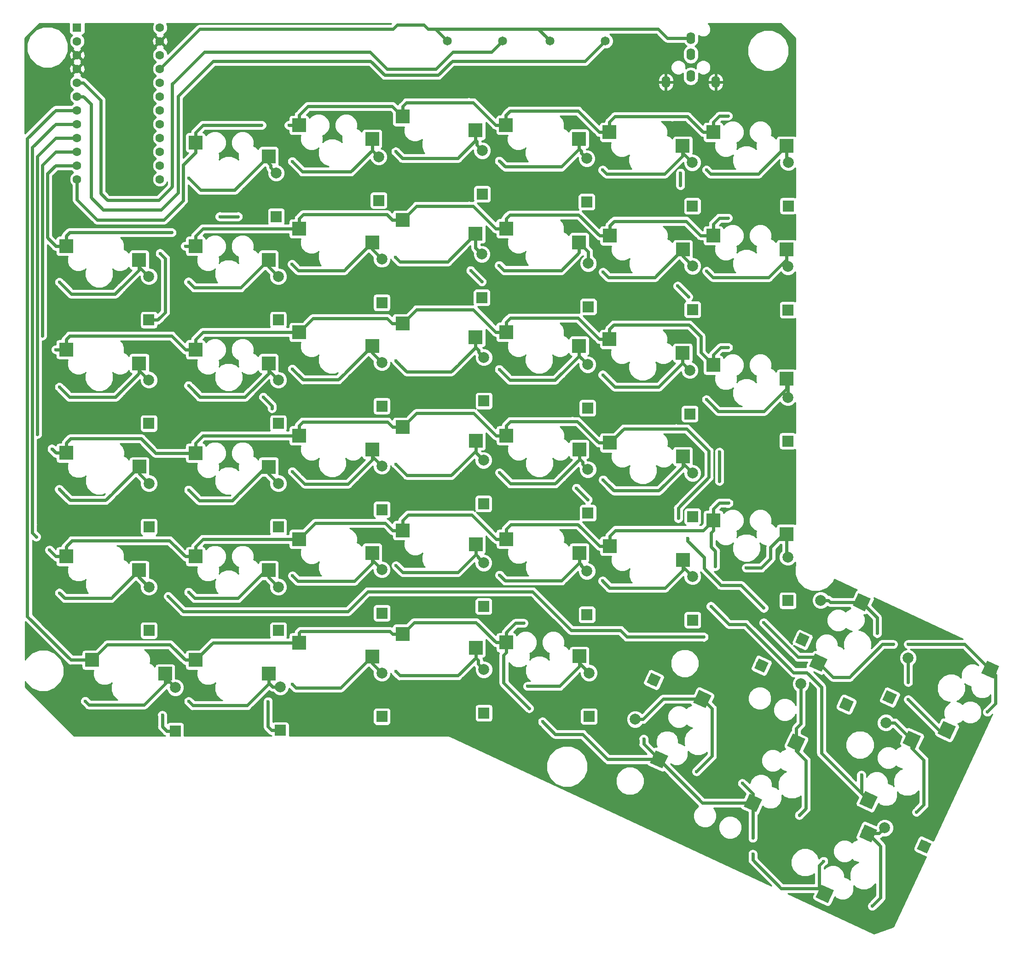
<source format=gbr>
G04 #@! TF.GenerationSoftware,KiCad,Pcbnew,(5.0.1-3-g963ef8bb5)*
G04 #@! TF.CreationDate,2018-11-24T15:25:41-08:00*
G04 #@! TF.ProjectId,ErgoMaxReversible,4572676F4D617852657665727369626C,rev?*
G04 #@! TF.SameCoordinates,Original*
G04 #@! TF.FileFunction,Copper,L1,Top,Signal*
G04 #@! TF.FilePolarity,Positive*
%FSLAX46Y46*%
G04 Gerber Fmt 4.6, Leading zero omitted, Abs format (unit mm)*
G04 Created by KiCad (PCBNEW (5.0.1-3-g963ef8bb5)) date Saturday, November 24, 2018 at 03:25:41 pm*
%MOMM*%
%LPD*%
G01*
G04 APERTURE LIST*
G04 #@! TA.AperFunction,ComponentPad*
%ADD10O,1.600000X2.200000*%
G04 #@! TD*
G04 #@! TA.AperFunction,ComponentPad*
%ADD11C,2.000000*%
G04 #@! TD*
G04 #@! TA.AperFunction,ComponentPad*
%ADD12R,2.000000X2.000000*%
G04 #@! TD*
G04 #@! TA.AperFunction,SMDPad,CuDef*
%ADD13R,2.550000X2.500000*%
G04 #@! TD*
G04 #@! TA.AperFunction,SMDPad,CuDef*
%ADD14C,2.500000*%
G04 #@! TD*
G04 #@! TA.AperFunction,Conductor*
%ADD15C,0.100000*%
G04 #@! TD*
G04 #@! TA.AperFunction,ComponentPad*
%ADD16C,1.600000*%
G04 #@! TD*
G04 #@! TA.AperFunction,ComponentPad*
%ADD17R,1.600000X1.600000*%
G04 #@! TD*
G04 #@! TA.AperFunction,ComponentPad*
%ADD18C,1.651000*%
G04 #@! TD*
G04 #@! TA.AperFunction,ViaPad*
%ADD19C,0.609600*%
G04 #@! TD*
G04 #@! TA.AperFunction,Conductor*
%ADD20C,0.600000*%
G04 #@! TD*
G04 #@! TA.AperFunction,Conductor*
%ADD21C,0.254000*%
G04 #@! TD*
G04 APERTURE END LIST*
D10*
G04 #@! TO.P,J1,1*
G04 #@! TO.N,GND*
X238229200Y-47444200D03*
X229029200Y-47444200D03*
G04 #@! TO.P,J1,2*
G04 #@! TO.N,SDA*
X233629200Y-46344200D03*
G04 #@! TO.P,J1,4*
G04 #@! TO.N,VCC*
X233629200Y-39344200D03*
G04 #@! TO.P,J1,3*
G04 #@! TO.N,SCL*
X233629200Y-42344200D03*
G04 #@! TD*
D11*
G04 #@! TO.P,D38,2*
G04 #@! TO.N,Net-(D38-Pad2)*
X158122620Y-158737800D03*
D12*
G04 #@! TO.P,D38,1*
G04 #@! TO.N,/Col1*
X158122620Y-166737800D03*
G04 #@! TD*
D11*
G04 #@! TO.P,D15,2*
G04 #@! TO.N,Net-(D15-Pad2)*
X157740021Y-102262666D03*
D12*
G04 #@! TO.P,D15,1*
G04 #@! TO.N,/Col1*
X157740021Y-110262666D03*
G04 #@! TD*
D13*
G04 #@! TO.P,K25,1*
G04 #@! TO.N,Net-(D25-Pad2)*
X213120000Y-115030000D03*
G04 #@! TO.P,K25,2*
G04 #@! TO.N,/Row3*
X199670000Y-112490000D03*
G04 #@! TD*
G04 #@! TO.P,K26,2*
G04 #@! TO.N,/Row3*
X218720000Y-113800840D03*
G04 #@! TO.P,K26,1*
G04 #@! TO.N,Net-(D26-Pad2)*
X232170000Y-116340840D03*
G04 #@! TD*
D14*
G04 #@! TO.P,K27,1*
G04 #@! TO.N,Net-(D27-Pad2)*
X265083343Y-143152520D03*
D15*
G04 #@! TD*
G04 #@! TO.N,Net-(D27-Pad2)*
G04 #@! TO.C,K27*
G36*
X265677389Y-144836335D02*
X263411620Y-143779790D01*
X264489297Y-141468705D01*
X266755066Y-142525250D01*
X265677389Y-144836335D01*
X265677389Y-144836335D01*
G37*
D14*
G04 #@! TO.P,K27,2*
G04 #@! TO.N,/Row3*
X257097105Y-154268910D03*
D15*
G04 #@! TD*
G04 #@! TO.N,/Row3*
G04 #@! TO.C,K27*
G36*
X257691151Y-155952725D02*
X255425382Y-154896180D01*
X256503059Y-152585095D01*
X258768828Y-153641640D01*
X257691151Y-155952725D01*
X257691151Y-155952725D01*
G37*
D14*
G04 #@! TO.P,K28,2*
G04 #@! TO.N,/Row3*
X288712471Y-155573879D03*
D15*
G04 #@! TD*
G04 #@! TO.N,/Row3*
G04 #@! TO.C,K28*
G36*
X288118425Y-153890064D02*
X290384194Y-154946609D01*
X289306517Y-157257694D01*
X287040748Y-156201149D01*
X288118425Y-153890064D01*
X288118425Y-153890064D01*
G37*
D14*
G04 #@! TO.P,K28,1*
G04 #@! TO.N,Net-(D28-Pad2)*
X280726233Y-166690269D03*
D15*
G04 #@! TD*
G04 #@! TO.N,Net-(D28-Pad2)*
G04 #@! TO.C,K28*
G36*
X280132187Y-165006454D02*
X282397956Y-166062999D01*
X281320279Y-168374084D01*
X279054510Y-167317539D01*
X280132187Y-165006454D01*
X280132187Y-165006454D01*
G37*
D13*
G04 #@! TO.P,K29,1*
G04 #@! TO.N,Net-(D29-Pad2)*
X132160000Y-137280000D03*
G04 #@! TO.P,K29,2*
G04 #@! TO.N,/Row4*
X118710000Y-134740000D03*
G04 #@! TD*
G04 #@! TO.P,K30,2*
G04 #@! TO.N,/Row4*
X142520000Y-134740000D03*
G04 #@! TO.P,K30,1*
G04 #@! TO.N,Net-(D30-Pad2)*
X155970000Y-137280000D03*
G04 #@! TD*
G04 #@! TO.P,K31,1*
G04 #@! TO.N,Net-(D31-Pad2)*
X175020000Y-134100000D03*
G04 #@! TO.P,K31,2*
G04 #@! TO.N,/Row4*
X161570000Y-131560000D03*
G04 #@! TD*
G04 #@! TO.P,K32,2*
G04 #@! TO.N,/Row4*
X180620000Y-129950000D03*
G04 #@! TO.P,K32,1*
G04 #@! TO.N,Net-(D32-Pad2)*
X194070000Y-132490000D03*
G04 #@! TD*
G04 #@! TO.P,K33,1*
G04 #@! TO.N,Net-(D33-Pad2)*
X213120000Y-134070000D03*
G04 #@! TO.P,K33,2*
G04 #@! TO.N,/Row4*
X199670000Y-131530000D03*
G04 #@! TD*
G04 #@! TO.P,K23,2*
G04 #@! TO.N,/Row3*
X161570000Y-112510240D03*
G04 #@! TO.P,K23,1*
G04 #@! TO.N,Net-(D23-Pad2)*
X175020000Y-115050240D03*
G04 #@! TD*
G04 #@! TO.P,K35,1*
G04 #@! TO.N,Net-(D35-Pad2)*
X251220000Y-130610000D03*
G04 #@! TO.P,K35,2*
G04 #@! TO.N,/Row4*
X237770000Y-128070000D03*
G04 #@! TD*
D14*
G04 #@! TO.P,K36,2*
G04 #@! TO.N,/Row4*
X266306016Y-179584070D03*
D15*
G04 #@! TD*
G04 #@! TO.N,/Row4*
G04 #@! TO.C,K36*
G36*
X266900062Y-181267885D02*
X264634293Y-180211340D01*
X265711970Y-177900255D01*
X267977739Y-178956800D01*
X266900062Y-181267885D01*
X266900062Y-181267885D01*
G37*
D14*
G04 #@! TO.P,K36,1*
G04 #@! TO.N,Net-(D36-Pad2)*
X274292254Y-168467680D03*
D15*
G04 #@! TD*
G04 #@! TO.N,Net-(D36-Pad2)*
G04 #@! TO.C,K36*
G36*
X274886300Y-170151495D02*
X272620531Y-169094950D01*
X273698208Y-166783865D01*
X275963977Y-167840410D01*
X274886300Y-170151495D01*
X274886300Y-170151495D01*
G37*
D13*
G04 #@! TO.P,K37,1*
G04 #@! TO.N,Net-(D37-Pad2)*
X136920000Y-156330000D03*
G04 #@! TO.P,K37,2*
G04 #@! TO.N,/Row5*
X123470000Y-153790000D03*
G04 #@! TD*
G04 #@! TO.P,K38,2*
G04 #@! TO.N,/Row5*
X142520000Y-153790000D03*
G04 #@! TO.P,K38,1*
G04 #@! TO.N,Net-(D38-Pad2)*
X155970000Y-156330000D03*
G04 #@! TD*
G04 #@! TO.P,K39,1*
G04 #@! TO.N,Net-(D39-Pad2)*
X175020000Y-153130000D03*
G04 #@! TO.P,K39,2*
G04 #@! TO.N,/Row5*
X161570000Y-150590000D03*
G04 #@! TD*
G04 #@! TO.P,K40,2*
G04 #@! TO.N,/Row5*
X180620000Y-148990000D03*
G04 #@! TO.P,K40,1*
G04 #@! TO.N,Net-(D40-Pad2)*
X194070000Y-151530000D03*
G04 #@! TD*
G04 #@! TO.P,K41,1*
G04 #@! TO.N,Net-(D41-Pad2)*
X213120000Y-153110000D03*
G04 #@! TO.P,K41,2*
G04 #@! TO.N,/Row5*
X199670000Y-150570000D03*
G04 #@! TD*
D14*
G04 #@! TO.P,K42,2*
G04 #@! TO.N,/Row5*
X227774647Y-172080922D03*
D15*
G04 #@! TD*
G04 #@! TO.N,/Row5*
G04 #@! TO.C,K42*
G36*
X228368693Y-173764737D02*
X226102924Y-172708192D01*
X227180601Y-170397107D01*
X229446370Y-171453652D01*
X228368693Y-173764737D01*
X228368693Y-173764737D01*
G37*
D14*
G04 #@! TO.P,K42,1*
G04 #@! TO.N,Net-(D42-Pad2)*
X235760885Y-160964532D03*
D15*
G04 #@! TD*
G04 #@! TO.N,Net-(D42-Pad2)*
G04 #@! TO.C,K42*
G36*
X236354931Y-162648347D02*
X234089162Y-161591802D01*
X235166839Y-159280717D01*
X237432608Y-160337262D01*
X236354931Y-162648347D01*
X236354931Y-162648347D01*
G37*
D14*
G04 #@! TO.P,K43,1*
G04 #@! TO.N,Net-(D43-Pad2)*
X253031529Y-168982712D03*
D15*
G04 #@! TD*
G04 #@! TO.N,Net-(D43-Pad2)*
G04 #@! TO.C,K43*
G36*
X253625575Y-170666527D02*
X251359806Y-169609982D01*
X252437483Y-167298897D01*
X254703252Y-168355442D01*
X253625575Y-170666527D01*
X253625575Y-170666527D01*
G37*
D14*
G04 #@! TO.P,K43,2*
G04 #@! TO.N,/Row5*
X245045291Y-180099102D03*
D15*
G04 #@! TD*
G04 #@! TO.N,/Row5*
G04 #@! TO.C,K43*
G36*
X245639337Y-181782917D02*
X243373568Y-180726372D01*
X244451245Y-178415287D01*
X246717014Y-179471832D01*
X245639337Y-181782917D01*
X245639337Y-181782917D01*
G37*
D13*
G04 #@! TO.P,K34,2*
G04 #@! TO.N,/Row4*
X218720000Y-132830000D03*
G04 #@! TO.P,K34,1*
G04 #@! TO.N,Net-(D34-Pad2)*
X232170000Y-135370000D03*
G04 #@! TD*
D14*
G04 #@! TO.P,K44,1*
G04 #@! TO.N,Net-(D44-Pad2)*
X266259400Y-185707312D03*
D15*
G04 #@! TD*
G04 #@! TO.N,Net-(D44-Pad2)*
G04 #@! TO.C,K44*
G36*
X266853446Y-187391127D02*
X264587677Y-186334582D01*
X265665354Y-184023497D01*
X267931123Y-185080042D01*
X266853446Y-187391127D01*
X266853446Y-187391127D01*
G37*
D14*
G04 #@! TO.P,K44,2*
G04 #@! TO.N,/Row5*
X258273162Y-196823702D03*
D15*
G04 #@! TD*
G04 #@! TO.N,/Row5*
G04 #@! TO.C,K44*
G36*
X258867208Y-198507517D02*
X256601439Y-197450972D01*
X257679116Y-195139887D01*
X259944885Y-196196432D01*
X258867208Y-198507517D01*
X258867208Y-198507517D01*
G37*
D13*
G04 #@! TO.P,K24,2*
G04 #@! TO.N,/Row3*
X180620000Y-110907240D03*
G04 #@! TO.P,K24,1*
G04 #@! TO.N,Net-(D24-Pad2)*
X194070000Y-113447240D03*
G04 #@! TD*
G04 #@! TO.P,K3,1*
G04 #@! TO.N,Net-(D3-Pad2)*
X194050000Y-56309640D03*
G04 #@! TO.P,K3,2*
G04 #@! TO.N,/Row0*
X180600000Y-53769640D03*
G04 #@! TD*
G04 #@! TO.P,K4,2*
G04 #@! TO.N,/Row0*
X199640000Y-55353640D03*
G04 #@! TO.P,K4,1*
G04 #@! TO.N,Net-(D4-Pad2)*
X213090000Y-57893640D03*
G04 #@! TD*
G04 #@! TO.P,K5,1*
G04 #@! TO.N,Net-(D5-Pad2)*
X232127751Y-59193640D03*
G04 #@! TO.P,K5,2*
G04 #@! TO.N,/Row0*
X218677751Y-56653640D03*
G04 #@! TD*
G04 #@! TO.P,K6,2*
G04 #@! TO.N,/Row0*
X237770000Y-56655640D03*
G04 #@! TO.P,K6,1*
G04 #@! TO.N,Net-(D6-Pad2)*
X251220000Y-59195640D03*
G04 #@! TD*
G04 #@! TO.P,K7,1*
G04 #@! TO.N,Net-(D7-Pad2)*
X132151680Y-80150640D03*
G04 #@! TO.P,K7,2*
G04 #@! TO.N,/Row1*
X118701680Y-77610640D03*
G04 #@! TD*
G04 #@! TO.P,K8,2*
G04 #@! TO.N,/Row1*
X142507100Y-77610640D03*
G04 #@! TO.P,K8,1*
G04 #@! TO.N,Net-(D8-Pad2)*
X155957100Y-80150640D03*
G04 #@! TD*
G04 #@! TO.P,K9,1*
G04 #@! TO.N,Net-(D9-Pad2)*
X175007100Y-76960640D03*
G04 #@! TO.P,K9,2*
G04 #@! TO.N,/Row1*
X161557100Y-74420640D03*
G04 #@! TD*
G04 #@! TO.P,K10,2*
G04 #@! TO.N,/Row1*
X180602700Y-72815080D03*
G04 #@! TO.P,K10,1*
G04 #@! TO.N,Net-(D10-Pad2)*
X194052700Y-75355080D03*
G04 #@! TD*
G04 #@! TO.P,K11,1*
G04 #@! TO.N,Net-(D11-Pad2)*
X213094600Y-76947420D03*
G04 #@! TO.P,K11,2*
G04 #@! TO.N,/Row1*
X199644600Y-74407420D03*
G04 #@! TD*
G04 #@! TO.P,K12,2*
G04 #@! TO.N,/Row1*
X218720000Y-75703520D03*
G04 #@! TO.P,K12,1*
G04 #@! TO.N,Net-(D12-Pad2)*
X232170000Y-78243520D03*
G04 #@! TD*
G04 #@! TO.P,K13,1*
G04 #@! TO.N,Net-(D13-Pad2)*
X251220000Y-78235940D03*
G04 #@! TO.P,K13,2*
G04 #@! TO.N,/Row1*
X237770000Y-75695940D03*
G04 #@! TD*
G04 #@! TO.P,K14,2*
G04 #@! TO.N,/Row2*
X118705080Y-96653740D03*
G04 #@! TO.P,K14,1*
G04 #@! TO.N,Net-(D14-Pad2)*
X132155080Y-99193740D03*
G04 #@! TD*
G04 #@! TO.P,K15,1*
G04 #@! TO.N,Net-(D15-Pad2)*
X155955860Y-99203340D03*
G04 #@! TO.P,K15,2*
G04 #@! TO.N,/Row2*
X142505860Y-96663340D03*
G04 #@! TD*
G04 #@! TO.P,K16,2*
G04 #@! TO.N,/Row2*
X161554600Y-93462620D03*
G04 #@! TO.P,K16,1*
G04 #@! TO.N,Net-(D16-Pad2)*
X175004600Y-96002620D03*
G04 #@! TD*
G04 #@! TO.P,K17,1*
G04 #@! TO.N,Net-(D17-Pad2)*
X194049040Y-94399540D03*
G04 #@! TO.P,K17,2*
G04 #@! TO.N,/Row2*
X180599040Y-91859540D03*
G04 #@! TD*
G04 #@! TO.P,K18,2*
G04 #@! TO.N,/Row2*
X199644440Y-93445260D03*
G04 #@! TO.P,K18,1*
G04 #@! TO.N,Net-(D18-Pad2)*
X213094440Y-95985260D03*
G04 #@! TD*
G04 #@! TO.P,K19,1*
G04 #@! TO.N,Net-(D19-Pad2)*
X232127600Y-97296040D03*
G04 #@! TO.P,K19,2*
G04 #@! TO.N,/Row2*
X218677600Y-94756040D03*
G04 #@! TD*
G04 #@! TO.P,K20,2*
G04 #@! TO.N,/Row2*
X237770000Y-99515640D03*
G04 #@! TO.P,K20,1*
G04 #@! TO.N,Net-(D20-Pad2)*
X251220000Y-102055640D03*
G04 #@! TD*
G04 #@! TO.P,K21,1*
G04 #@! TO.N,Net-(D21-Pad2)*
X132165400Y-118233840D03*
G04 #@! TO.P,K21,2*
G04 #@! TO.N,/Row3*
X118715400Y-115693840D03*
G04 #@! TD*
G04 #@! TO.P,K2,2*
G04 #@! TO.N,/Row0*
X161560000Y-55367040D03*
G04 #@! TO.P,K2,1*
G04 #@! TO.N,Net-(D2-Pad2)*
X175010000Y-57907040D03*
G04 #@! TD*
G04 #@! TO.P,K1,1*
G04 #@! TO.N,Net-(D1-Pad2)*
X155960000Y-61113640D03*
G04 #@! TO.P,K1,2*
G04 #@! TO.N,/Row0*
X142510000Y-58573640D03*
G04 #@! TD*
G04 #@! TO.P,K22,2*
G04 #@! TO.N,/Row3*
X142511600Y-115702040D03*
G04 #@! TO.P,K22,1*
G04 #@! TO.N,Net-(D22-Pad2)*
X155961600Y-118242040D03*
G04 #@! TD*
D16*
G04 #@! TO.P,U1,24*
G04 #@! TO.N,Net-(U1-Pad24)*
X135969660Y-37378640D03*
G04 #@! TO.P,U1,23*
G04 #@! TO.N,GND*
X135969660Y-39918640D03*
G04 #@! TO.P,U1,22*
G04 #@! TO.N,Net-(U1-Pad22)*
X135969660Y-42458640D03*
G04 #@! TO.P,U1,21*
G04 #@! TO.N,VCC*
X135969660Y-44998640D03*
G04 #@! TO.P,U1,20*
G04 #@! TO.N,/Col7*
X135969660Y-47538640D03*
G04 #@! TO.P,U1,19*
G04 #@! TO.N,/Col6*
X135969660Y-50078640D03*
G04 #@! TO.P,U1,18*
G04 #@! TO.N,/Col5*
X135969660Y-52618640D03*
G04 #@! TO.P,U1,17*
G04 #@! TO.N,/Col4*
X135969660Y-55158640D03*
G04 #@! TO.P,U1,16*
G04 #@! TO.N,/Col3*
X135969660Y-57698640D03*
G04 #@! TO.P,U1,15*
G04 #@! TO.N,/Col2*
X135969660Y-60238640D03*
G04 #@! TO.P,U1,14*
G04 #@! TO.N,/Col1*
X135969660Y-62778640D03*
G04 #@! TO.P,U1,13*
G04 #@! TO.N,/Col0*
X135969660Y-65318640D03*
G04 #@! TO.P,U1,12*
G04 #@! TO.N,/Row0*
X120729660Y-65318640D03*
G04 #@! TO.P,U1,11*
G04 #@! TO.N,/Row1*
X120729660Y-62778640D03*
G04 #@! TO.P,U1,10*
G04 #@! TO.N,/Row2*
X120729660Y-60238640D03*
G04 #@! TO.P,U1,9*
G04 #@! TO.N,/Row3*
X120729660Y-57698640D03*
G04 #@! TO.P,U1,8*
G04 #@! TO.N,/Row4*
X120729660Y-55158640D03*
G04 #@! TO.P,U1,7*
G04 #@! TO.N,/Row5*
X120729660Y-52618640D03*
G04 #@! TO.P,U1,6*
G04 #@! TO.N,SCL*
X120729660Y-50078640D03*
G04 #@! TO.P,U1,5*
G04 #@! TO.N,SDA*
X120729660Y-47538640D03*
G04 #@! TO.P,U1,4*
G04 #@! TO.N,GND*
X120729660Y-44998640D03*
G04 #@! TO.P,U1,3*
X120729660Y-42458640D03*
G04 #@! TO.P,U1,2*
G04 #@! TO.N,Net-(U1-Pad2)*
X120729660Y-39918640D03*
D17*
G04 #@! TO.P,U1,1*
G04 #@! TO.N,Net-(U1-Pad1)*
X120729660Y-37378640D03*
G04 #@! TD*
D12*
G04 #@! TO.P,D25,1*
G04 #@! TO.N,/Col4*
X214703660Y-126732800D03*
D11*
G04 #@! TO.P,D25,2*
G04 #@! TO.N,Net-(D25-Pad2)*
X214703660Y-118732800D03*
G04 #@! TD*
G04 #@! TO.P,D26,2*
G04 #@! TO.N,Net-(D26-Pad2)*
X233954161Y-119400166D03*
D12*
G04 #@! TO.P,D26,1*
G04 #@! TO.N,/Col5*
X233954161Y-127400166D03*
G04 #@! TD*
D11*
G04 #@! TO.P,D27,1*
G04 #@! TO.N,/Col6*
X254161187Y-150040991D03*
D15*
G04 #@! TD*
G04 #@! TO.N,/Col6*
G04 #@! TO.C,D27*
G36*
X253677497Y-148712065D02*
X255490113Y-149557301D01*
X254644877Y-151369917D01*
X252832261Y-150524681D01*
X253677497Y-148712065D01*
X253677497Y-148712065D01*
G37*
D11*
G04 #@! TO.P,D27,2*
G04 #@! TO.N,Net-(D27-Pad2)*
X257542133Y-142790529D03*
G04 #@! TD*
G04 #@! TO.P,D28,2*
G04 #@! TO.N,Net-(D28-Pad2)*
X273607633Y-153420429D03*
G04 #@! TO.P,D28,1*
G04 #@! TO.N,/Col7*
X270226687Y-160670891D03*
D15*
G04 #@! TD*
G04 #@! TO.N,/Col7*
G04 #@! TO.C,D28*
G36*
X269742997Y-159341965D02*
X271555613Y-160187201D01*
X270710377Y-161999817D01*
X268897761Y-161154581D01*
X269742997Y-159341965D01*
X269742997Y-159341965D01*
G37*
D12*
G04 #@! TO.P,D29,1*
G04 #@! TO.N,/Col0*
X133944161Y-148339326D03*
D11*
G04 #@! TO.P,D29,2*
G04 #@! TO.N,Net-(D29-Pad2)*
X133944161Y-140339326D03*
G04 #@! TD*
G04 #@! TO.P,D30,2*
G04 #@! TO.N,Net-(D30-Pad2)*
X157754161Y-140339326D03*
D12*
G04 #@! TO.P,D30,1*
G04 #@! TO.N,/Col1*
X157754161Y-148339326D03*
G04 #@! TD*
G04 #@! TO.P,D31,1*
G04 #@! TO.N,/Col2*
X176804161Y-145159326D03*
D11*
G04 #@! TO.P,D31,2*
G04 #@! TO.N,Net-(D31-Pad2)*
X176804161Y-137159326D03*
G04 #@! TD*
G04 #@! TO.P,D32,2*
G04 #@! TO.N,Net-(D32-Pad2)*
X195513960Y-135920980D03*
D12*
G04 #@! TO.P,D32,1*
G04 #@! TO.N,/Col3*
X195513960Y-143920980D03*
G04 #@! TD*
G04 #@! TO.P,D33,1*
G04 #@! TO.N,/Col4*
X214523320Y-145444980D03*
D11*
G04 #@! TO.P,D33,2*
G04 #@! TO.N,Net-(D33-Pad2)*
X214523320Y-137444980D03*
G04 #@! TD*
G04 #@! TO.P,D34,2*
G04 #@! TO.N,Net-(D34-Pad2)*
X233954161Y-138429326D03*
D12*
G04 #@! TO.P,D34,1*
G04 #@! TO.N,/Col5*
X233954161Y-146429326D03*
G04 #@! TD*
G04 #@! TO.P,D12,1*
G04 #@! TO.N,/Col5*
X233954161Y-89302846D03*
D11*
G04 #@! TO.P,D12,2*
G04 #@! TO.N,Net-(D12-Pad2)*
X233954161Y-81302846D03*
G04 #@! TD*
G04 #@! TO.P,D36,2*
G04 #@! TO.N,Net-(D36-Pad2)*
X269512431Y-165335053D03*
G04 #@! TO.P,D36,1*
G04 #@! TO.N,/Col7*
X262261969Y-161954107D03*
D15*
G04 #@! TD*
G04 #@! TO.N,/Col7*
G04 #@! TO.C,D36*
G36*
X263590895Y-161470417D02*
X262745659Y-163283033D01*
X260933043Y-162437797D01*
X261778279Y-160625181D01*
X263590895Y-161470417D01*
X263590895Y-161470417D01*
G37*
D12*
G04 #@! TO.P,D37,1*
G04 #@! TO.N,/Col0*
X138811000Y-166849560D03*
D11*
G04 #@! TO.P,D37,2*
G04 #@! TO.N,Net-(D37-Pad2)*
X138811000Y-158849560D03*
G04 #@! TD*
D12*
G04 #@! TO.P,D39,1*
G04 #@! TO.N,/Col2*
X176804161Y-164189326D03*
D11*
G04 #@! TO.P,D39,2*
G04 #@! TO.N,Net-(D39-Pad2)*
X176804161Y-156189326D03*
G04 #@! TD*
G04 #@! TO.P,D40,2*
G04 #@! TO.N,Net-(D40-Pad2)*
X195559680Y-155547560D03*
D12*
G04 #@! TO.P,D40,1*
G04 #@! TO.N,/Col3*
X195559680Y-163547560D03*
G04 #@! TD*
G04 #@! TO.P,D41,1*
G04 #@! TO.N,/Col4*
X214904161Y-164169326D03*
D11*
G04 #@! TO.P,D41,2*
G04 #@! TO.N,Net-(D41-Pad2)*
X214904161Y-156169326D03*
G04 #@! TD*
G04 #@! TO.P,D42,2*
G04 #@! TO.N,Net-(D42-Pad2)*
X223417027Y-164694251D03*
G04 #@! TO.P,D42,1*
G04 #@! TO.N,/Col5*
X226797973Y-157443789D03*
D15*
G04 #@! TD*
G04 #@! TO.N,/Col5*
G04 #@! TO.C,D42*
G36*
X227281663Y-158772715D02*
X225469047Y-157927479D01*
X226314283Y-156114863D01*
X228126899Y-156960099D01*
X227281663Y-158772715D01*
X227281663Y-158772715D01*
G37*
D11*
G04 #@! TO.P,D43,1*
G04 #@! TO.N,/Col6*
X246615569Y-154798927D03*
D15*
G04 #@! TD*
G04 #@! TO.N,/Col6*
G04 #@! TO.C,D43*
G36*
X247944495Y-154315237D02*
X247099259Y-156127853D01*
X245286643Y-155282617D01*
X246131879Y-153470001D01*
X247944495Y-154315237D01*
X247944495Y-154315237D01*
G37*
D11*
G04 #@! TO.P,D43,2*
G04 #@! TO.N,Net-(D43-Pad2)*
X253866031Y-158179873D03*
G04 #@! TD*
G04 #@! TO.P,D44,2*
G04 #@! TO.N,Net-(D44-Pad2)*
X269313009Y-184687107D03*
G04 #@! TO.P,D44,1*
G04 #@! TO.N,/Col7*
X276563471Y-188068053D03*
D15*
G04 #@! TD*
G04 #@! TO.N,/Col7*
G04 #@! TO.C,D44*
G36*
X275234545Y-188551743D02*
X276079781Y-186739127D01*
X277892397Y-187584363D01*
X277047161Y-189396979D01*
X275234545Y-188551743D01*
X275234545Y-188551743D01*
G37*
D12*
G04 #@! TO.P,D22,1*
G04 #@! TO.N,/Col1*
X157745761Y-129301366D03*
D11*
G04 #@! TO.P,D22,2*
G04 #@! TO.N,Net-(D22-Pad2)*
X157745761Y-121301366D03*
G04 #@! TD*
G04 #@! TO.P,D35,2*
G04 #@! TO.N,Net-(D35-Pad2)*
X251475240Y-134854180D03*
D12*
G04 #@! TO.P,D35,1*
G04 #@! TO.N,/Col6*
X251475240Y-142854180D03*
G04 #@! TD*
G04 #@! TO.P,D2,1*
G04 #@! TO.N,/Col2*
X176225200Y-69222120D03*
D11*
G04 #@! TO.P,D2,2*
G04 #@! TO.N,Net-(D2-Pad2)*
X176225200Y-61222120D03*
G04 #@! TD*
G04 #@! TO.P,D3,2*
G04 #@! TO.N,Net-(D3-Pad2)*
X195252340Y-60048640D03*
D12*
G04 #@! TO.P,D3,1*
G04 #@! TO.N,/Col3*
X195252340Y-68048640D03*
G04 #@! TD*
G04 #@! TO.P,D4,1*
G04 #@! TO.N,/Col4*
X214495380Y-69504060D03*
D11*
G04 #@! TO.P,D4,2*
G04 #@! TO.N,Net-(D4-Pad2)*
X214495380Y-61504060D03*
G04 #@! TD*
G04 #@! TO.P,D5,2*
G04 #@! TO.N,Net-(D5-Pad2)*
X233911912Y-62252966D03*
D12*
G04 #@! TO.P,D5,1*
G04 #@! TO.N,/Col5*
X233911912Y-70252966D03*
G04 #@! TD*
G04 #@! TO.P,D6,1*
G04 #@! TO.N,/Col6*
X251559060Y-70235580D03*
D11*
G04 #@! TO.P,D6,2*
G04 #@! TO.N,Net-(D6-Pad2)*
X251559060Y-62235580D03*
G04 #@! TD*
G04 #@! TO.P,D7,2*
G04 #@! TO.N,Net-(D7-Pad2)*
X133935841Y-83209966D03*
D12*
G04 #@! TO.P,D7,1*
G04 #@! TO.N,/Col0*
X133935841Y-91209966D03*
G04 #@! TD*
G04 #@! TO.P,D8,1*
G04 #@! TO.N,/Col1*
X157741261Y-91209966D03*
D11*
G04 #@! TO.P,D8,2*
G04 #@! TO.N,Net-(D8-Pad2)*
X157741261Y-83209966D03*
G04 #@! TD*
G04 #@! TO.P,D9,2*
G04 #@! TO.N,Net-(D9-Pad2)*
X176791261Y-80019966D03*
D12*
G04 #@! TO.P,D9,1*
G04 #@! TO.N,/Col2*
X176791261Y-88019966D03*
G04 #@! TD*
G04 #@! TO.P,D10,1*
G04 #@! TO.N,/Col3*
X195191380Y-87108800D03*
D11*
G04 #@! TO.P,D10,2*
G04 #@! TO.N,Net-(D10-Pad2)*
X195191380Y-79108800D03*
G04 #@! TD*
G04 #@! TO.P,D23,2*
G04 #@! TO.N,Net-(D23-Pad2)*
X176804161Y-118109566D03*
D12*
G04 #@! TO.P,D23,1*
G04 #@! TO.N,/Col2*
X176804161Y-126109566D03*
G04 #@! TD*
G04 #@! TO.P,D24,1*
G04 #@! TO.N,/Col3*
X195493640Y-125033540D03*
D11*
G04 #@! TO.P,D24,2*
G04 #@! TO.N,Net-(D24-Pad2)*
X195493640Y-117033540D03*
G04 #@! TD*
G04 #@! TO.P,D13,2*
G04 #@! TO.N,Net-(D13-Pad2)*
X251513340Y-81379560D03*
D12*
G04 #@! TO.P,D13,1*
G04 #@! TO.N,/Col6*
X251513340Y-89379560D03*
G04 #@! TD*
G04 #@! TO.P,D14,1*
G04 #@! TO.N,/Col0*
X133939241Y-110253066D03*
D11*
G04 #@! TO.P,D14,2*
G04 #@! TO.N,Net-(D14-Pad2)*
X133939241Y-102253066D03*
G04 #@! TD*
D12*
G04 #@! TO.P,D16,1*
G04 #@! TO.N,/Col2*
X176788761Y-107061946D03*
D11*
G04 #@! TO.P,D16,2*
G04 #@! TO.N,Net-(D16-Pad2)*
X176788761Y-99061946D03*
G04 #@! TD*
G04 #@! TO.P,D17,2*
G04 #@! TO.N,Net-(D17-Pad2)*
X195564760Y-98097840D03*
D12*
G04 #@! TO.P,D17,1*
G04 #@! TO.N,/Col3*
X195564760Y-106097840D03*
G04 #@! TD*
G04 #@! TO.P,D18,1*
G04 #@! TO.N,/Col4*
X214635080Y-107421180D03*
D11*
G04 #@! TO.P,D18,2*
G04 #@! TO.N,Net-(D18-Pad2)*
X214635080Y-99421180D03*
G04 #@! TD*
G04 #@! TO.P,D19,2*
G04 #@! TO.N,Net-(D19-Pad2)*
X233453940Y-100503220D03*
D12*
G04 #@! TO.P,D19,1*
G04 #@! TO.N,/Col5*
X233453940Y-108503220D03*
G04 #@! TD*
G04 #@! TO.P,D20,1*
G04 #@! TO.N,/Col6*
X251472700Y-113501940D03*
D11*
G04 #@! TO.P,D20,2*
G04 #@! TO.N,Net-(D20-Pad2)*
X251472700Y-105501940D03*
G04 #@! TD*
G04 #@! TO.P,D21,2*
G04 #@! TO.N,Net-(D21-Pad2)*
X133949561Y-121293166D03*
D12*
G04 #@! TO.P,D21,1*
G04 #@! TO.N,/Col0*
X133949561Y-129293166D03*
G04 #@! TD*
G04 #@! TO.P,D11,1*
G04 #@! TO.N,/Col4*
X214767160Y-88808060D03*
D11*
G04 #@! TO.P,D11,2*
G04 #@! TO.N,Net-(D11-Pad2)*
X214767160Y-80808060D03*
G04 #@! TD*
G04 #@! TO.P,D1,2*
G04 #@! TO.N,Net-(D1-Pad2)*
X157350460Y-64181220D03*
D12*
G04 #@! TO.P,D1,1*
G04 #@! TO.N,/Col1*
X157350460Y-72181220D03*
G04 #@! TD*
D18*
G04 #@! TO.P,R1,2*
G04 #@! TO.N,VCC*
X207765920Y-39875460D03*
G04 #@! TO.P,R1,1*
G04 #@! TO.N,SCL*
X217925920Y-39875460D03*
G04 #@! TD*
G04 #@! TO.P,R2,2*
G04 #@! TO.N,VCC*
X188827680Y-39875460D03*
G04 #@! TO.P,R2,1*
G04 #@! TO.N,SDA*
X198987680Y-39875460D03*
G04 #@! TD*
D19*
G04 #@! TO.N,Net-(D1-Pad2)*
X141246860Y-65107820D03*
G04 #@! TO.N,/Col1*
X155851860Y-161432240D03*
X154978100Y-105392220D03*
X156582855Y-107505500D03*
X146987260Y-72181220D03*
X150324820Y-72181220D03*
G04 #@! TO.N,Net-(D2-Pad2)*
X160307020Y-62039500D03*
G04 #@! TO.N,/Col3*
X195191380Y-84168925D03*
X193133980Y-82111525D03*
G04 #@! TO.N,Net-(D3-Pad2)*
X179349400Y-60233560D03*
G04 #@! TO.N,Net-(D4-Pad2)*
X198386700Y-61940440D03*
G04 #@! TO.N,/Col4*
X212577680Y-122162845D03*
X214703660Y-124288825D03*
G04 #@! TO.N,Net-(D5-Pad2)*
X217398600Y-63614300D03*
G04 #@! TO.N,/Col5*
X238887000Y-120867327D03*
X238887000Y-115493800D03*
X233195515Y-86944200D03*
X231208580Y-84957265D03*
X231716580Y-66456560D03*
X231716580Y-64160400D03*
G04 #@! TO.N,Net-(D6-Pad2)*
X236507020Y-63583820D03*
G04 #@! TO.N,/Col0*
X135991600Y-78950820D03*
X136400540Y-163918900D03*
G04 #@! TO.N,Net-(D7-Pad2)*
X117464840Y-84239100D03*
G04 #@! TO.N,Net-(D8-Pad2)*
X141226540Y-84201000D03*
G04 #@! TO.N,Net-(D9-Pad2)*
X160248600Y-80942180D03*
G04 #@! TO.N,Net-(D10-Pad2)*
X179308760Y-79692500D03*
G04 #@! TO.N,Net-(D11-Pad2)*
X198358760Y-81170780D03*
G04 #@! TO.N,Net-(D12-Pad2)*
X217477340Y-82389980D03*
G04 #@! TO.N,Net-(D13-Pad2)*
X236524800Y-82212180D03*
G04 #@! TO.N,Net-(D14-Pad2)*
X117459760Y-103538020D03*
G04 #@! TO.N,Net-(D15-Pad2)*
X141224000Y-103273860D03*
G04 #@! TO.N,Net-(D16-Pad2)*
X160312100Y-100210620D03*
G04 #@! TO.N,Net-(D17-Pad2)*
X179357020Y-98734880D03*
G04 #@! TO.N,Net-(D18-Pad2)*
X198394320Y-100299520D03*
G04 #@! TO.N,Net-(D19-Pad2)*
X217424000Y-101307900D03*
G04 #@! TO.N,Net-(D20-Pad2)*
X236501940Y-105846880D03*
G04 #@! TO.N,Net-(D21-Pad2)*
X117434360Y-122364500D03*
G04 #@! TO.N,Net-(D22-Pad2)*
X141234160Y-122478800D03*
G04 #@! TO.N,Net-(D23-Pad2)*
X160307020Y-119090440D03*
G04 #@! TO.N,Net-(D24-Pad2)*
X179349400Y-117731540D03*
G04 #@! TO.N,Net-(D25-Pad2)*
X198422260Y-119298720D03*
G04 #@! TO.N,Net-(D26-Pad2)*
X217484960Y-120627140D03*
G04 #@! TO.N,Net-(D27-Pad2)*
X267909040Y-148882100D03*
G04 #@! TO.N,/Col7*
X137492740Y-142064740D03*
X236016800Y-149555200D03*
G04 #@! TO.N,Net-(D28-Pad2)*
X273607633Y-161050891D03*
X273607633Y-157866080D03*
G04 #@! TO.N,Net-(D29-Pad2)*
X117469920Y-141434820D03*
G04 #@! TO.N,Net-(D30-Pad2)*
X141241780Y-141287500D03*
G04 #@! TO.N,Net-(D31-Pad2)*
X160334960Y-138267440D03*
G04 #@! TO.N,Net-(D32-Pad2)*
X179379880Y-136405620D03*
G04 #@! TO.N,Net-(D33-Pad2)*
X198437500Y-138153140D03*
G04 #@! TO.N,Net-(D34-Pad2)*
X217406220Y-139225020D03*
G04 #@! TO.N,Net-(D35-Pad2)*
X243829840Y-136829800D03*
G04 #@! TO.N,Net-(D36-Pad2)*
X275135340Y-181775100D03*
G04 #@! TO.N,Net-(D37-Pad2)*
X122212100Y-161358580D03*
G04 #@! TO.N,Net-(D38-Pad2)*
X141249400Y-161383980D03*
G04 #@! TO.N,Net-(D39-Pad2)*
X160314640Y-158267400D03*
G04 #@! TO.N,Net-(D40-Pad2)*
X179326540Y-155897580D03*
G04 #@! TO.N,Net-(D41-Pad2)*
X203586080Y-158605220D03*
G04 #@! TO.N,Net-(D42-Pad2)*
X234683300Y-174304960D03*
G04 #@! TO.N,Net-(D43-Pad2)*
X253588520Y-182346600D03*
G04 #@! TO.N,Net-(D44-Pad2)*
X267004800Y-199072500D03*
G04 #@! TO.N,/Row0*
X211825840Y-52727860D03*
X192783460Y-51186080D03*
X173713140Y-51919640D03*
X154683460Y-55367040D03*
X240489740Y-53672740D03*
X230177340Y-53797200D03*
X159685000Y-55367040D03*
G04 #@! TO.N,/Row1*
X230888540Y-73025000D03*
X211790280Y-71871840D03*
X192803780Y-70236080D03*
X173720760Y-71810880D03*
X154663140Y-74420640D03*
X130878580Y-75115420D03*
X240451640Y-72438260D03*
X140632100Y-77610640D03*
X138136880Y-75115420D03*
G04 #@! TO.N,/Row2*
X230847900Y-92095320D03*
X211808060Y-90827860D03*
X192722500Y-89301320D03*
X173713140Y-90929460D03*
X154658060Y-93462620D03*
X130853180Y-94137480D03*
X240504980Y-96266000D03*
X116830080Y-96653740D03*
X114322860Y-94146520D03*
G04 #@! TO.N,/Row3*
X288186217Y-163352480D03*
X230908860Y-111211360D03*
X211833460Y-109860080D03*
X192798700Y-108381800D03*
X173736000Y-109966760D03*
X154691080Y-112510240D03*
X130883660Y-113050320D03*
X116084100Y-114937540D03*
X113405920Y-112259360D03*
X247046854Y-144218659D03*
X247046854Y-146926300D03*
X270878300Y-150888700D03*
X273608800Y-150888700D03*
X231317800Y-127711200D03*
X233083100Y-131432300D03*
G04 #@! TO.N,/Row4*
X230883460Y-129920000D03*
X211853780Y-128846580D03*
X192763140Y-127106680D03*
X173751240Y-128638300D03*
X154693620Y-131560000D03*
X130881120Y-131805680D03*
X240591340Y-124919740D03*
X265005820Y-174945040D03*
X113209800Y-131114800D03*
X115635500Y-133540500D03*
X238150400Y-136550400D03*
X237325199Y-143891000D03*
G04 #@! TO.N,/Row5*
X192768220Y-146910199D03*
X173819820Y-148510199D03*
X154660600Y-150590000D03*
X202874880Y-146992340D03*
X258038600Y-190807340D03*
X243113560Y-176463960D03*
X224962720Y-168313100D03*
X206354680Y-165133020D03*
X203906120Y-162684460D03*
X135661400Y-150990300D03*
X245045291Y-189509400D03*
X245045291Y-186537600D03*
G04 #@! TD*
D20*
G04 #@! TO.N,Net-(D1-Pad2)*
X155960000Y-61113640D02*
X155960000Y-62380000D01*
X155960000Y-61113640D02*
X155935000Y-61113640D01*
X155935000Y-61113640D02*
X150800109Y-66248531D01*
X142387571Y-66248531D02*
X141246860Y-65107820D01*
X141246860Y-65107820D02*
X141246860Y-65107820D01*
X150800109Y-66248531D02*
X150786849Y-66248531D01*
X150786849Y-66248531D02*
X149750780Y-67284600D01*
X143423640Y-67284600D02*
X142387571Y-66248531D01*
X149750780Y-67284600D02*
X143423640Y-67284600D01*
X156350461Y-62770461D02*
X155960000Y-62380000D01*
X156350461Y-63181221D02*
X156350461Y-62770461D01*
X157350460Y-64181220D02*
X156350461Y-63181221D01*
G04 #@! TO.N,/Col1*
X156522620Y-166737800D02*
X158122620Y-166737800D01*
X155851860Y-166067040D02*
X156522620Y-166737800D01*
X155851860Y-161432240D02*
X155851860Y-166067040D01*
X156582855Y-106996975D02*
X154978100Y-105392220D01*
X156582855Y-107505500D02*
X156582855Y-106996975D01*
X150324820Y-72181220D02*
X146987260Y-72181220D01*
G04 #@! TO.N,Net-(D2-Pad2)*
X175010000Y-57907040D02*
X174538106Y-57907040D01*
X161309451Y-63041931D02*
X160307020Y-62039500D01*
X160307020Y-62039500D02*
X160307020Y-62039500D01*
X175010000Y-60006920D02*
X176225200Y-61222120D01*
X175010000Y-57907040D02*
X175010000Y-60006920D01*
X175010000Y-60006920D02*
X175010000Y-60023820D01*
X175010000Y-60023820D02*
X171089320Y-63944500D01*
X162212020Y-63944500D02*
X161309451Y-63041931D01*
X171089320Y-63944500D02*
X162212020Y-63944500D01*
G04 #@! TO.N,/Col3*
X195191380Y-84168925D02*
X193133980Y-82111525D01*
G04 #@! TO.N,Net-(D3-Pad2)*
X194050000Y-56309640D02*
X194050000Y-57584805D01*
X190765109Y-61444531D02*
X180560371Y-61444531D01*
X194050000Y-56309640D02*
X194050000Y-58159640D01*
X194050000Y-58159640D02*
X190765109Y-61444531D01*
X180560371Y-61444531D02*
X179349400Y-60233560D01*
X179349400Y-60233560D02*
X179349400Y-60233560D01*
X194050000Y-56309640D02*
X194050000Y-58302740D01*
X194252341Y-58361981D02*
X194050000Y-58159640D01*
X194252341Y-59048641D02*
X194252341Y-58361981D01*
X195252340Y-60048640D02*
X194252341Y-59048641D01*
G04 #@! TO.N,Net-(D4-Pad2)*
X213090000Y-57893640D02*
X213090000Y-59168805D01*
X213090000Y-57893640D02*
X213090000Y-59743640D01*
X213090000Y-59743640D02*
X209805109Y-63028531D01*
X209805109Y-63028531D02*
X199474791Y-63028531D01*
X199474791Y-63028531D02*
X198386700Y-61940440D01*
X198386700Y-61940440D02*
X198386700Y-61940440D01*
X213090000Y-57893640D02*
X213090000Y-59710060D01*
X213495381Y-60149021D02*
X213090000Y-59743640D01*
X213495381Y-60504061D02*
X213495381Y-60149021D01*
X214495380Y-61504060D02*
X213495381Y-60504061D01*
G04 #@! TO.N,/Col4*
X214703660Y-124288825D02*
X212577680Y-122162845D01*
G04 #@! TO.N,Net-(D5-Pad2)*
X232127751Y-59193640D02*
X232127751Y-60468805D01*
X228842860Y-64328531D02*
X218112831Y-64328531D01*
X232127751Y-59193640D02*
X232127751Y-61043640D01*
X232127751Y-61043640D02*
X228842860Y-64328531D01*
X218112831Y-64328531D02*
X217398600Y-63614300D01*
X217398600Y-63614300D02*
X217398600Y-63614300D01*
X232127751Y-60468805D02*
X233911912Y-62252966D01*
G04 #@! TO.N,/Col5*
X238887000Y-115493800D02*
X238887000Y-120867327D01*
X233195515Y-86944200D02*
X231208580Y-84957265D01*
X231716580Y-66456560D02*
X231716580Y-64160400D01*
G04 #@! TO.N,Net-(D6-Pad2)*
X251220000Y-59195640D02*
X251220000Y-61896520D01*
X251220000Y-61896520D02*
X251559060Y-62235580D01*
X246060109Y-64330531D02*
X237253731Y-64330531D01*
X251220000Y-59195640D02*
X251195000Y-59195640D01*
X251195000Y-59195640D02*
X246060109Y-64330531D01*
X237253731Y-64330531D02*
X236507020Y-63583820D01*
X236507020Y-63583820D02*
X236507020Y-63583820D01*
G04 #@! TO.N,/Col0*
X135535841Y-91209966D02*
X135991600Y-90754207D01*
X133935841Y-91209966D02*
X135535841Y-91209966D01*
X135991600Y-78950820D02*
X135991600Y-78950820D01*
X137211000Y-166849560D02*
X138811000Y-166849560D01*
X136400540Y-166039100D02*
X137211000Y-166849560D01*
X136400540Y-166039100D02*
X136400540Y-163918900D01*
X136400540Y-163918900D02*
X136400540Y-163918900D01*
X135991600Y-90754207D02*
X135991600Y-90754200D01*
X135991600Y-90754200D02*
X136956800Y-89789000D01*
X136956800Y-79916020D02*
X135991600Y-78950820D01*
X136956800Y-89789000D02*
X136956800Y-79916020D01*
G04 #@! TO.N,Net-(D7-Pad2)*
X132151680Y-80150640D02*
X132151680Y-81425805D01*
X132151680Y-81425805D02*
X133935841Y-83209966D01*
X132151680Y-80150640D02*
X132151680Y-82000640D01*
X132151680Y-82000640D02*
X128866789Y-85285531D01*
X118511271Y-85285531D02*
X117464840Y-84239100D01*
X117464840Y-84239100D02*
X117464840Y-84239100D01*
X128866789Y-85285531D02*
X128851709Y-85285531D01*
X128851709Y-85285531D02*
X127711200Y-86426040D01*
X119651780Y-86426040D02*
X118511271Y-85285531D01*
X127711200Y-86426040D02*
X119651780Y-86426040D01*
G04 #@! TO.N,Net-(D8-Pad2)*
X155957100Y-80150640D02*
X155957100Y-81425805D01*
X155957100Y-81425805D02*
X157741261Y-83209966D01*
X150797209Y-85285531D02*
X142311071Y-85285531D01*
X155957100Y-80150640D02*
X155932100Y-80150640D01*
X155932100Y-80150640D02*
X150797209Y-85285531D01*
X142311071Y-85285531D02*
X141226540Y-84201000D01*
X141226540Y-84201000D02*
X141226540Y-84201000D01*
G04 #@! TO.N,Net-(D9-Pad2)*
X175007100Y-76960640D02*
X175007100Y-78235805D01*
X175007100Y-78235805D02*
X176791261Y-80019966D01*
X169847209Y-82095531D02*
X161401951Y-82095531D01*
X175007100Y-76960640D02*
X174982100Y-76960640D01*
X174982100Y-76960640D02*
X169847209Y-82095531D01*
X161401951Y-82095531D02*
X160248600Y-80942180D01*
X160248600Y-80942180D02*
X160248600Y-80942180D01*
G04 #@! TO.N,Net-(D10-Pad2)*
X194052700Y-75355080D02*
X194052700Y-76630245D01*
X188892809Y-80489971D02*
X180106231Y-80489971D01*
X194052700Y-75355080D02*
X194027700Y-75355080D01*
X194027700Y-75355080D02*
X188892809Y-80489971D01*
X180106231Y-80489971D02*
X179308760Y-79692500D01*
X179308760Y-79692500D02*
X179308760Y-79692500D01*
X194052700Y-77970120D02*
X194052700Y-76630245D01*
X195191380Y-79108800D02*
X194052700Y-77970120D01*
G04 #@! TO.N,Net-(D11-Pad2)*
X214767160Y-78619980D02*
X213094600Y-76947420D01*
X214767160Y-80808060D02*
X214767160Y-78619980D01*
X209809709Y-82082311D02*
X199270291Y-82082311D01*
X213094600Y-76947420D02*
X213094600Y-78797420D01*
X213094600Y-78797420D02*
X209809709Y-82082311D01*
X199270291Y-82082311D02*
X198358760Y-81170780D01*
X198358760Y-81170780D02*
X198358760Y-81170780D01*
G04 #@! TO.N,Net-(D12-Pad2)*
X232170000Y-78243520D02*
X232170000Y-79518685D01*
X232170000Y-79518685D02*
X233954161Y-81302846D01*
X227010109Y-83378411D02*
X218465771Y-83378411D01*
X232170000Y-78243520D02*
X232145000Y-78243520D01*
X232145000Y-78243520D02*
X227010109Y-83378411D01*
X218465771Y-83378411D02*
X217477340Y-82389980D01*
X217477340Y-82389980D02*
X217477340Y-82389980D01*
G04 #@! TO.N,Net-(D13-Pad2)*
X251220000Y-78235940D02*
X251220000Y-81086220D01*
X251220000Y-81086220D02*
X251513340Y-81379560D01*
X251220000Y-80905880D02*
X251693680Y-81379560D01*
X247935109Y-83370831D02*
X237683451Y-83370831D01*
X251220000Y-78235940D02*
X251220000Y-80085940D01*
X251220000Y-80085940D02*
X247935109Y-83370831D01*
X237683451Y-83370831D02*
X236524800Y-82212180D01*
X236524800Y-82212180D02*
X236524800Y-82212180D01*
G04 #@! TO.N,Net-(D14-Pad2)*
X132155080Y-99193740D02*
X132155080Y-100468905D01*
X132155080Y-100468905D02*
X133939241Y-102253066D01*
X132155080Y-99193740D02*
X132155080Y-101043740D01*
X132155080Y-101043740D02*
X128870189Y-104328631D01*
X118250371Y-104328631D02*
X117459760Y-103538020D01*
X117459760Y-103538020D02*
X117459760Y-103538020D01*
X128870189Y-104328631D02*
X128856069Y-104328631D01*
X128856069Y-104328631D02*
X127807720Y-105376980D01*
X119298720Y-105376980D02*
X118250371Y-104328631D01*
X127807720Y-105376980D02*
X119298720Y-105376980D01*
G04 #@! TO.N,Net-(D15-Pad2)*
X155955860Y-99203340D02*
X155955860Y-100478505D01*
X155955860Y-100478505D02*
X157740021Y-102262666D01*
X155955860Y-99203340D02*
X155955860Y-101053340D01*
X155955860Y-101053340D02*
X152670969Y-104338231D01*
X142288371Y-104338231D02*
X141224000Y-103273860D01*
X141224000Y-103273860D02*
X141224000Y-103273860D01*
X152670969Y-104338231D02*
X152664049Y-104338231D01*
X152664049Y-104338231D02*
X151625300Y-105376980D01*
X143327120Y-105376980D02*
X142288371Y-104338231D01*
X151625300Y-105376980D02*
X143327120Y-105376980D01*
G04 #@! TO.N,Net-(D16-Pad2)*
X175004600Y-96002620D02*
X175004600Y-97277785D01*
X175004600Y-97277785D02*
X176788761Y-99061946D01*
X175004600Y-96002620D02*
X174979600Y-96002620D01*
X174979600Y-96002620D02*
X169844709Y-101137511D01*
X161238991Y-101137511D02*
X160312100Y-100210620D01*
X160312100Y-100210620D02*
X160312100Y-100210620D01*
X169844709Y-101137511D02*
X169844709Y-101142811D01*
X169844709Y-101142811D02*
X168772840Y-102214680D01*
X162316160Y-102214680D02*
X161238991Y-101137511D01*
X168772840Y-102214680D02*
X162316160Y-102214680D01*
G04 #@! TO.N,Net-(D17-Pad2)*
X194049040Y-94399540D02*
X194049040Y-95674705D01*
X194049040Y-94399540D02*
X194049040Y-96249540D01*
X194049040Y-96249540D02*
X190764149Y-99534431D01*
X180156571Y-99534431D02*
X179357020Y-98734880D01*
X179357020Y-98734880D02*
X179357020Y-98734880D01*
X190764149Y-99534431D02*
X190759629Y-99534431D01*
X190759629Y-99534431D02*
X189537340Y-100756720D01*
X181378860Y-100756720D02*
X180156571Y-99534431D01*
X189537340Y-100756720D02*
X181378860Y-100756720D01*
X194564761Y-96765261D02*
X194049040Y-96249540D01*
X194564761Y-97097841D02*
X194564761Y-96765261D01*
X195564760Y-98097840D02*
X194564761Y-97097841D01*
G04 #@! TO.N,Net-(D18-Pad2)*
X213094440Y-95985260D02*
X213094440Y-97260425D01*
X213094440Y-95985260D02*
X213094440Y-97835260D01*
X213094440Y-97835260D02*
X209809549Y-101120151D01*
X199214951Y-101120151D02*
X198394320Y-100299520D01*
X198394320Y-100299520D02*
X198394320Y-100299520D01*
X209809549Y-101120151D02*
X209775849Y-101120151D01*
X209775849Y-101120151D02*
X208650840Y-102245160D01*
X200339960Y-102245160D02*
X199214951Y-101120151D01*
X208650840Y-102245160D02*
X200339960Y-102245160D01*
X213635081Y-98375901D02*
X213094440Y-97835260D01*
X213635081Y-98421181D02*
X213635081Y-98375901D01*
X214635080Y-99421180D02*
X213635081Y-98421181D01*
G04 #@! TO.N,Net-(D19-Pad2)*
X232127600Y-97296040D02*
X232127600Y-98571205D01*
X217424000Y-101307900D02*
X217424000Y-101307900D01*
X232127600Y-99146040D02*
X232127600Y-97296040D01*
X227738160Y-103535480D02*
X232127600Y-99146040D01*
X219659200Y-103535480D02*
X227738160Y-103535480D01*
X218554651Y-102430931D02*
X219659200Y-103535480D01*
X217424000Y-101307900D02*
X218547031Y-102430931D01*
X218547031Y-102430931D02*
X218554651Y-102430931D01*
X232453941Y-99472381D02*
X232127600Y-99146040D01*
X232453941Y-99503221D02*
X232453941Y-99472381D01*
X233453940Y-100503220D02*
X232453941Y-99503221D01*
G04 #@! TO.N,Net-(D20-Pad2)*
X251472700Y-105501940D02*
X251472700Y-102308340D01*
X251472700Y-102308340D02*
X251220000Y-102055640D01*
X251220000Y-102055640D02*
X251220000Y-103905640D01*
X251220000Y-103905640D02*
X247935109Y-107190531D01*
X237845591Y-107190531D02*
X236501940Y-105846880D01*
X236501940Y-105846880D02*
X236501940Y-105846880D01*
X247935109Y-107190531D02*
X247931949Y-107190531D01*
X247931949Y-107190531D02*
X247106440Y-108016040D01*
X238671100Y-108016040D02*
X237845591Y-107190531D01*
X247106440Y-108016040D02*
X238671100Y-108016040D01*
G04 #@! TO.N,Net-(D21-Pad2)*
X132165400Y-118233840D02*
X132165400Y-119509005D01*
X132165400Y-119509005D02*
X133949561Y-121293166D01*
X132165400Y-118233840D02*
X132140400Y-118233840D01*
X132140400Y-118233840D02*
X127005509Y-123368731D01*
X118438591Y-123368731D02*
X117434360Y-122364500D01*
X117434360Y-122364500D02*
X117434360Y-122364500D01*
X127005509Y-123368731D02*
X127004149Y-123368731D01*
X127004149Y-123368731D02*
X125966220Y-124406660D01*
X119476520Y-124406660D02*
X118438591Y-123368731D01*
X125966220Y-124406660D02*
X119476520Y-124406660D01*
G04 #@! TO.N,Net-(D22-Pad2)*
X155961600Y-118242040D02*
X155961600Y-119517205D01*
X155961600Y-119517205D02*
X157745761Y-121301366D01*
X155961600Y-118242040D02*
X155489706Y-118242040D01*
X155489706Y-118242040D02*
X150354815Y-123376931D01*
X142132291Y-123376931D02*
X141234160Y-122478800D01*
X141234160Y-122478800D02*
X141234160Y-122478800D01*
X150354815Y-123376931D02*
X150354815Y-123378445D01*
X150354815Y-123378445D02*
X149288500Y-124444760D01*
X143200120Y-124444760D02*
X142132291Y-123376931D01*
X149288500Y-124444760D02*
X143200120Y-124444760D01*
G04 #@! TO.N,Net-(D23-Pad2)*
X175020000Y-115050240D02*
X175020000Y-116325405D01*
X175020000Y-116325405D02*
X176804161Y-118109566D01*
X175020000Y-115050240D02*
X175020000Y-116900240D01*
X175020000Y-116900240D02*
X171735109Y-120185131D01*
X161401711Y-120185131D02*
X160307020Y-119090440D01*
X160307020Y-119090440D02*
X160307020Y-119090440D01*
X171735109Y-120185131D02*
X171735109Y-120192171D01*
X171735109Y-120192171D02*
X170533060Y-121394220D01*
X162610800Y-121394220D02*
X161401711Y-120185131D01*
X170533060Y-121394220D02*
X162610800Y-121394220D01*
G04 #@! TO.N,Net-(D24-Pad2)*
X194070000Y-113447240D02*
X194070000Y-114722405D01*
X194070000Y-113447240D02*
X194070000Y-115297240D01*
X194070000Y-115297240D02*
X190785109Y-118582131D01*
X180199991Y-118582131D02*
X179349400Y-117731540D01*
X179349400Y-117731540D02*
X179349400Y-117731540D01*
X190785109Y-118582131D02*
X190772089Y-118582131D01*
X190772089Y-118582131D02*
X189560200Y-119794020D01*
X181411880Y-119794020D02*
X180199991Y-118582131D01*
X189560200Y-119794020D02*
X181411880Y-119794020D01*
X194070000Y-115609900D02*
X195493640Y-117033540D01*
X194070000Y-115297240D02*
X194070000Y-115609900D01*
G04 #@! TO.N,Net-(D25-Pad2)*
X213120000Y-115030000D02*
X213120000Y-116305165D01*
X213120000Y-115030000D02*
X213120000Y-116880000D01*
X213120000Y-116880000D02*
X209835109Y-120164891D01*
X199288431Y-120164891D02*
X198422260Y-119298720D01*
X198422260Y-119298720D02*
X198422260Y-119298720D01*
X213120000Y-115030000D02*
X213120000Y-116752900D01*
X209835109Y-120164891D02*
X209835109Y-120192171D01*
X209835109Y-120192171D02*
X208681320Y-121345960D01*
X200469500Y-121345960D02*
X199288431Y-120164891D01*
X208681320Y-121345960D02*
X200469500Y-121345960D01*
X213703661Y-117336561D02*
X213120000Y-116752900D01*
X213703661Y-117732801D02*
X213703661Y-117336561D01*
X214703660Y-118732800D02*
X213703661Y-117732801D01*
G04 #@! TO.N,Net-(D26-Pad2)*
X232170000Y-116340840D02*
X232170000Y-117616005D01*
X232170000Y-117616005D02*
X233954161Y-119400166D01*
X232170000Y-116340840D02*
X232170000Y-118190840D01*
X232170000Y-118190840D02*
X228885109Y-121475731D01*
X218333551Y-121475731D02*
X217484960Y-120627140D01*
X217484960Y-120627140D02*
X217484960Y-120627140D01*
X228885109Y-121475731D02*
X228881709Y-121475731D01*
X228881709Y-121475731D02*
X227721160Y-122636280D01*
X219494100Y-122636280D02*
X218333551Y-121475731D01*
X227721160Y-122636280D02*
X219494100Y-122636280D01*
G04 #@! TO.N,Net-(D27-Pad2)*
X257542133Y-142790529D02*
X258956346Y-142790529D01*
X258956346Y-142790529D02*
X259318337Y-143152520D01*
X259318337Y-143152520D02*
X261663324Y-143152520D01*
X261663324Y-143152520D02*
X265083343Y-143152520D01*
X267909040Y-145978217D02*
X265083343Y-143152520D01*
X267909040Y-148882100D02*
X267909040Y-145978217D01*
G04 #@! TO.N,/Col7*
X137886440Y-142471140D02*
X137492740Y-142064740D01*
X210713320Y-147396200D02*
X208912460Y-145595340D01*
X137492740Y-142064740D02*
X137886440Y-142471140D01*
X221894400Y-149555200D02*
X236016800Y-149555200D01*
X236016800Y-149555200D02*
X236016800Y-149555200D01*
X208912460Y-145595340D02*
X208904840Y-145595340D01*
X208904840Y-145595340D02*
X204520800Y-141211300D01*
X204520800Y-141211300D02*
X174180500Y-141211300D01*
X170535600Y-144856200D02*
X140271500Y-144856200D01*
X174180500Y-141211300D02*
X170535600Y-144856200D01*
X140271500Y-144856200D02*
X137886440Y-142471140D01*
X210713320Y-147396200D02*
X210718400Y-147396200D01*
X210718400Y-147396200D02*
X211622640Y-148300440D01*
X211622640Y-148300440D02*
X220649800Y-148300440D01*
X221894400Y-149545040D02*
X220649800Y-148300440D01*
X221894400Y-149555200D02*
X221894400Y-149545040D01*
G04 #@! TO.N,Net-(D28-Pad2)*
X273607633Y-153420429D02*
X273607633Y-157866080D01*
X273607633Y-161050891D02*
X279247011Y-166690269D01*
X279247011Y-166690269D02*
X280726233Y-166690269D01*
X273607633Y-161050891D02*
X273607633Y-161050891D01*
G04 #@! TO.N,Net-(D29-Pad2)*
X132160000Y-137280000D02*
X132160000Y-138555165D01*
X132160000Y-138555165D02*
X133944161Y-140339326D01*
X127000109Y-142414891D02*
X118449991Y-142414891D01*
X132160000Y-137280000D02*
X132135000Y-137280000D01*
X132135000Y-137280000D02*
X127000109Y-142414891D01*
X118449991Y-142414891D02*
X117469920Y-141434820D01*
X117469920Y-141434820D02*
X117469920Y-141434820D01*
G04 #@! TO.N,Net-(D30-Pad2)*
X155970000Y-137280000D02*
X155970000Y-138555165D01*
X155970000Y-138555165D02*
X157754161Y-140339326D01*
X150363215Y-142414891D02*
X142369171Y-142414891D01*
X155970000Y-137280000D02*
X155498106Y-137280000D01*
X155498106Y-137280000D02*
X150363215Y-142414891D01*
X142369171Y-142414891D02*
X141241780Y-141287500D01*
X141241780Y-141287500D02*
X141241780Y-141287500D01*
G04 #@! TO.N,Net-(D31-Pad2)*
X175020000Y-134100000D02*
X175020000Y-135375165D01*
X175020000Y-135375165D02*
X176804161Y-137159326D01*
X171735109Y-139234891D02*
X161302411Y-139234891D01*
X175020000Y-134100000D02*
X175020000Y-135950000D01*
X175020000Y-135950000D02*
X171735109Y-139234891D01*
X161302411Y-139234891D02*
X160334960Y-138267440D01*
X160334960Y-138267440D02*
X160334960Y-138267440D01*
G04 #@! TO.N,Net-(D32-Pad2)*
X194070000Y-132490000D02*
X194070000Y-133765165D01*
X190785109Y-137624891D02*
X180599151Y-137624891D01*
X194070000Y-132490000D02*
X194070000Y-134340000D01*
X194070000Y-134340000D02*
X190785109Y-137624891D01*
X180599151Y-137624891D02*
X179379880Y-136405620D01*
X179379880Y-136405620D02*
X179379880Y-136405620D01*
X194513961Y-134783961D02*
X194070000Y-134340000D01*
X194513961Y-134920981D02*
X194513961Y-134783961D01*
X195513960Y-135920980D02*
X194513961Y-134920981D01*
G04 #@! TO.N,Net-(D33-Pad2)*
X213120000Y-134070000D02*
X213120000Y-135345165D01*
X209835109Y-139204891D02*
X199489251Y-139204891D01*
X213120000Y-134070000D02*
X213120000Y-135920000D01*
X213120000Y-135920000D02*
X209835109Y-139204891D01*
X199489251Y-139204891D02*
X198437500Y-138153140D01*
X198437500Y-138153140D02*
X198437500Y-138153140D01*
X213523321Y-136323321D02*
X213120000Y-135920000D01*
X213523321Y-136444981D02*
X213523321Y-136323321D01*
X214523320Y-137444980D02*
X213523321Y-136444981D01*
G04 #@! TO.N,Net-(D34-Pad2)*
X232170000Y-135370000D02*
X232170000Y-136645165D01*
X232170000Y-136645165D02*
X233954161Y-138429326D01*
X228885109Y-140504891D02*
X218686091Y-140504891D01*
X232170000Y-135370000D02*
X232170000Y-137220000D01*
X232170000Y-137220000D02*
X228885109Y-140504891D01*
X218686091Y-140504891D02*
X217406220Y-139225020D01*
X217406220Y-139225020D02*
X217406220Y-139225020D01*
G04 #@! TO.N,Net-(D35-Pad2)*
X251220000Y-134950000D02*
X251180000Y-134990000D01*
X250748106Y-130610000D02*
X248323100Y-133035006D01*
X251220000Y-130610000D02*
X250748106Y-130610000D01*
X248323100Y-133035006D02*
X248323100Y-135084820D01*
X248323100Y-135084820D02*
X246578120Y-136829800D01*
X246578120Y-136829800D02*
X246578120Y-136829800D01*
X246578120Y-136829800D02*
X243829840Y-136829800D01*
X243829840Y-136829800D02*
X243829840Y-136829800D01*
X251220000Y-134598940D02*
X251475240Y-134854180D01*
X251220000Y-130610000D02*
X251220000Y-134598940D01*
G04 #@! TO.N,Net-(D36-Pad2)*
X274292254Y-168467680D02*
X273191158Y-168467680D01*
X274292254Y-169974486D02*
X276494240Y-172176472D01*
X274292254Y-168467680D02*
X274292254Y-169974486D01*
X276494240Y-172176472D02*
X276494240Y-180416200D01*
X276494240Y-180416200D02*
X275135340Y-181775100D01*
X275135340Y-181775100D02*
X275135340Y-181775100D01*
X271159627Y-165335053D02*
X269512431Y-165335053D01*
X274292254Y-168467680D02*
X271159627Y-165335053D01*
G04 #@! TO.N,Net-(D37-Pad2)*
X136920000Y-156330000D02*
X136920000Y-156810000D01*
X136920000Y-158180000D02*
X133045460Y-162054540D01*
X136920000Y-156330000D02*
X136920000Y-158180000D01*
X133045460Y-162054540D02*
X122908060Y-162054540D01*
X122908060Y-162054540D02*
X122212100Y-161358580D01*
X122212100Y-161358580D02*
X122212100Y-161358580D01*
X137250439Y-157849561D02*
X136920000Y-158180000D01*
X137811001Y-157849561D02*
X137250439Y-157849561D01*
X138811000Y-158849560D02*
X137811001Y-157849561D01*
G04 #@! TO.N,Net-(D38-Pad2)*
X155970000Y-156330000D02*
X155970000Y-156820000D01*
X155970000Y-156330000D02*
X155945000Y-156330000D01*
X141249400Y-161383980D02*
X141249400Y-161383980D01*
X142021560Y-162156140D02*
X141249400Y-161383980D01*
X151993860Y-162156140D02*
X142021560Y-162156140D01*
X155970000Y-158180000D02*
X151993860Y-162156140D01*
X155970000Y-156330000D02*
X155970000Y-158180000D01*
X156150607Y-158180000D02*
X155970000Y-158180000D01*
X156708407Y-158737800D02*
X156150607Y-158180000D01*
X158122620Y-158737800D02*
X156708407Y-158737800D01*
G04 #@! TO.N,Net-(D39-Pad2)*
X175020000Y-153130000D02*
X175020000Y-154405165D01*
X175020000Y-154405165D02*
X176804161Y-156189326D01*
X174995000Y-153130000D02*
X169214980Y-158910020D01*
X175020000Y-153130000D02*
X174995000Y-153130000D01*
X169214980Y-158910020D02*
X160957260Y-158910020D01*
X160957260Y-158910020D02*
X160314640Y-158267400D01*
X160314640Y-158267400D02*
X160314640Y-158267400D01*
G04 #@! TO.N,Net-(D40-Pad2)*
X194070000Y-151530000D02*
X194070000Y-152805165D01*
X190785109Y-156664891D02*
X180147191Y-156664891D01*
X194070000Y-151530000D02*
X194070000Y-153380000D01*
X194070000Y-153380000D02*
X190785109Y-156664891D01*
X180147191Y-156664891D02*
X180093851Y-156664891D01*
X180093851Y-156664891D02*
X179326540Y-155897580D01*
X179326540Y-155897580D02*
X179326540Y-155897580D01*
X194559681Y-153869681D02*
X194070000Y-153380000D01*
X194559681Y-154547561D02*
X194559681Y-153869681D01*
X195559680Y-155547560D02*
X194559681Y-154547561D01*
G04 #@! TO.N,Net-(D41-Pad2)*
X213120000Y-153110000D02*
X213120000Y-154385165D01*
X213120000Y-154385165D02*
X214904161Y-156169326D01*
X213120000Y-154960000D02*
X209474780Y-158605220D01*
X213120000Y-153110000D02*
X213120000Y-154960000D01*
X209474780Y-158605220D02*
X203586080Y-158605220D01*
X203586080Y-158605220D02*
X203586080Y-158605220D01*
G04 #@! TO.N,Net-(D42-Pad2)*
X223417027Y-164694251D02*
X224831240Y-164694251D01*
X224831240Y-164694251D02*
X228560959Y-160964532D01*
X228560959Y-160964532D02*
X234281663Y-160964532D01*
X234281663Y-160964532D02*
X235760885Y-160964532D01*
X235760885Y-160964532D02*
X233865768Y-160964532D01*
X237547327Y-162750974D02*
X237547327Y-171440933D01*
X235760885Y-160964532D02*
X237547327Y-162750974D01*
X237547327Y-171440933D02*
X234683300Y-174304960D01*
X234683300Y-174304960D02*
X234683300Y-174304960D01*
G04 #@! TO.N,Net-(D43-Pad2)*
X254817971Y-172275960D02*
X254817971Y-181117149D01*
X253031529Y-168982712D02*
X253031529Y-170489518D01*
X253031529Y-170489518D02*
X254817971Y-172275960D01*
X254817971Y-181117149D02*
X253588520Y-182346600D01*
X253588520Y-182346600D02*
X253588520Y-182346600D01*
X253031529Y-168982712D02*
X253031529Y-166373271D01*
X253866031Y-165538769D02*
X253866031Y-158179873D01*
X253031529Y-166373271D02*
X253866031Y-165538769D01*
G04 #@! TO.N,Net-(D44-Pad2)*
X266259400Y-185707312D02*
X267114244Y-185707312D01*
X268292804Y-185707312D02*
X269313009Y-184687107D01*
X266259400Y-185707312D02*
X268292804Y-185707312D01*
X266259400Y-185707312D02*
X268559280Y-188007192D01*
X268559280Y-188007192D02*
X268559280Y-197518020D01*
X268559280Y-197518020D02*
X267004800Y-199072500D01*
X267004800Y-199072500D02*
X267004800Y-199072500D01*
G04 #@! TO.N,/Row0*
X124437140Y-72814180D02*
X136679940Y-72814180D01*
X120731280Y-66451630D02*
X120731280Y-69108320D01*
X120731280Y-69108320D02*
X124437140Y-72814180D01*
X120729660Y-65318640D02*
X120729660Y-66450010D01*
X120729660Y-66450010D02*
X120731280Y-66451630D01*
X140281660Y-62651980D02*
X142510000Y-60423640D01*
X140281660Y-69212460D02*
X140281660Y-62651980D01*
X136679940Y-72814180D02*
X140281660Y-69212460D01*
X142510000Y-60423640D02*
X142510000Y-58573640D01*
X233813199Y-54573839D02*
X235895000Y-56655640D01*
X235895000Y-56655640D02*
X237770000Y-56655640D01*
X213422950Y-53273839D02*
X216802751Y-56653640D01*
X216802751Y-56653640D02*
X218677751Y-56653640D01*
X161560000Y-55367040D02*
X161560000Y-53517040D01*
X161560000Y-53517040D02*
X163157400Y-51919640D01*
X178725000Y-51919640D02*
X180575000Y-53769640D01*
X180575000Y-53769640D02*
X180600000Y-53769640D01*
X142510000Y-58573640D02*
X142510000Y-56723640D01*
X143866600Y-55367040D02*
X153408380Y-55367040D01*
X159685000Y-55367040D02*
X159685000Y-55367040D01*
X142510000Y-56723640D02*
X143866600Y-55367040D01*
X233813199Y-54573839D02*
X233808939Y-54573839D01*
X233808939Y-54573839D02*
X233033209Y-53798109D01*
X199640000Y-53503640D02*
X199640000Y-55353640D01*
X200415780Y-52727860D02*
X199640000Y-53503640D01*
X210613168Y-52727860D02*
X200415780Y-52727860D01*
X210620088Y-52734780D02*
X210613168Y-52727860D01*
X213422950Y-53273839D02*
X213422950Y-53270870D01*
X213422950Y-53270870D02*
X212879940Y-52727860D01*
X212879940Y-52727860D02*
X212873020Y-52734780D01*
X163157400Y-51919640D02*
X172148500Y-51919640D01*
X172148500Y-51919640D02*
X173713140Y-51919640D01*
X172148500Y-51919640D02*
X172148500Y-51919640D01*
X153408380Y-55367040D02*
X154683460Y-55367040D01*
X210627008Y-52727860D02*
X210620088Y-52734780D01*
X212879940Y-52727860D02*
X211825840Y-52727860D01*
X211825840Y-52727860D02*
X210627008Y-52727860D01*
X218677751Y-54803640D02*
X218677751Y-56653640D01*
X219684191Y-53797200D02*
X218677751Y-54803640D01*
X230451499Y-53797200D02*
X230177340Y-53797200D01*
X180600000Y-51919640D02*
X180600000Y-53769640D01*
X181333560Y-51186080D02*
X180600000Y-51919640D01*
X193597440Y-51186080D02*
X192783460Y-51186080D01*
X199640000Y-55353640D02*
X197765000Y-55353640D01*
X197765000Y-55353640D02*
X193597440Y-51186080D01*
X192783460Y-51186080D02*
X181333560Y-51186080D01*
X173713140Y-51919640D02*
X178725000Y-51919640D01*
X237770000Y-54805640D02*
X237770000Y-56655640D01*
X238902900Y-53672740D02*
X237770000Y-54805640D01*
X240489740Y-53672740D02*
X238902900Y-53672740D01*
X230452408Y-53798109D02*
X230451499Y-53797200D01*
X233033209Y-53798109D02*
X230452408Y-53798109D01*
X230177340Y-53797200D02*
X219684191Y-53797200D01*
X159685000Y-55367040D02*
X161560000Y-55367040D01*
G04 #@! TO.N,/Row1*
X115282980Y-64293950D02*
X116798290Y-62778640D01*
X115282980Y-73726040D02*
X115282980Y-64293950D01*
X115285520Y-73728580D02*
X115282980Y-73726040D01*
X115285520Y-76069480D02*
X115285520Y-73728580D01*
X118701680Y-77610640D02*
X116826680Y-77610640D01*
X116826680Y-77610640D02*
X115285520Y-76069480D01*
X116798290Y-62778640D02*
X117929660Y-62778640D01*
X117929660Y-62778640D02*
X120729660Y-62778640D01*
X142507100Y-77610640D02*
X142507100Y-75760640D01*
X142507100Y-75760640D02*
X143847100Y-74420640D01*
X143847100Y-74420640D02*
X154663140Y-74420640D01*
X159682100Y-74420640D02*
X161557100Y-74420640D01*
X218720000Y-73853520D02*
X218720000Y-75703520D01*
X219548520Y-73025000D02*
X218720000Y-73853520D01*
X232768140Y-73025000D02*
X230888540Y-73025000D01*
X237770000Y-75695940D02*
X235439080Y-75695940D01*
X235439080Y-75695940D02*
X232768140Y-73025000D01*
X199644600Y-72557420D02*
X199644600Y-74407420D01*
X200330180Y-71871840D02*
X199644600Y-72557420D01*
X213013320Y-71871840D02*
X211790280Y-71871840D01*
X218720000Y-75703520D02*
X216845000Y-75703520D01*
X216845000Y-75703520D02*
X213013320Y-71871840D01*
X197769600Y-74407420D02*
X193598260Y-70236080D01*
X199644600Y-74407420D02*
X197769600Y-74407420D01*
X193598260Y-70236080D02*
X192803780Y-70236080D01*
X180627700Y-72815080D02*
X180602700Y-72815080D01*
X183206700Y-70236080D02*
X180627700Y-72815080D01*
X161557100Y-72570640D02*
X161557100Y-74420640D01*
X162316860Y-71810880D02*
X161557100Y-72570640D01*
X177723500Y-71810880D02*
X173720760Y-71810880D01*
X180602700Y-72815080D02*
X178727700Y-72815080D01*
X178727700Y-72815080D02*
X177723500Y-71810880D01*
X118701680Y-75760640D02*
X118701680Y-77610640D01*
X119346900Y-75115420D02*
X118701680Y-75760640D01*
X138136880Y-75115420D02*
X138136880Y-75115420D01*
X142507100Y-77610640D02*
X140632100Y-77610640D01*
X230888540Y-73025000D02*
X219548520Y-73025000D01*
X211790280Y-71871840D02*
X200330180Y-71871840D01*
X192803780Y-70236080D02*
X183206700Y-70236080D01*
X173720760Y-71810880D02*
X162316860Y-71810880D01*
X154663140Y-74420640D02*
X159682100Y-74420640D01*
X130878580Y-75115420D02*
X119346900Y-75115420D01*
X240451640Y-72438260D02*
X238909860Y-72438260D01*
X237770000Y-73578120D02*
X237770000Y-75695940D01*
X238909860Y-72438260D02*
X237770000Y-73578120D01*
X140632100Y-77610640D02*
X140632100Y-77610640D01*
X138136880Y-75115420D02*
X130878580Y-75115420D01*
G04 #@! TO.N,/Row2*
X114327940Y-62708990D02*
X116798290Y-60238640D01*
X116830080Y-96653740D02*
X116830080Y-96653740D01*
X114327940Y-89852500D02*
X114327940Y-62708990D01*
X114322860Y-89857580D02*
X114327940Y-89852500D01*
X114322860Y-94146520D02*
X114322860Y-94146520D01*
X118705080Y-96653740D02*
X116830080Y-96653740D01*
X116798290Y-60238640D02*
X117929660Y-60238640D01*
X117929660Y-60238640D02*
X120729660Y-60238640D01*
X237745000Y-99515640D02*
X237770000Y-99515640D01*
X180574040Y-91859540D02*
X180599040Y-91859540D01*
X142505860Y-96663340D02*
X142505860Y-94813340D01*
X142505860Y-94813340D02*
X143856580Y-93462620D01*
X143856580Y-93462620D02*
X154658060Y-93462620D01*
X159679600Y-93462620D02*
X161554600Y-93462620D01*
X118705080Y-96653740D02*
X118730080Y-96653740D01*
X218677600Y-92906040D02*
X218677600Y-94756040D01*
X219488320Y-92095320D02*
X218677600Y-92906040D01*
X199644440Y-91595260D02*
X199644440Y-93445260D01*
X200411840Y-90827860D02*
X199644440Y-91595260D01*
X212874420Y-90827860D02*
X211808060Y-90827860D01*
X218677600Y-94756040D02*
X216802600Y-94756040D01*
X216802600Y-94756040D02*
X212874420Y-90827860D01*
X178724040Y-91859540D02*
X177793960Y-90929460D01*
X180599040Y-91859540D02*
X178724040Y-91859540D01*
X177793960Y-90929460D02*
X173713140Y-90929460D01*
X161579600Y-93462620D02*
X161554600Y-93462620D01*
X164112760Y-90929460D02*
X161579600Y-93462620D01*
X197769440Y-93445260D02*
X193625500Y-89301320D01*
X199644440Y-93445260D02*
X197769440Y-93445260D01*
X193625500Y-89301320D02*
X192722500Y-89301320D01*
X180624040Y-91859540D02*
X180599040Y-91859540D01*
X183182260Y-89301320D02*
X180624040Y-91859540D01*
X118705080Y-94803740D02*
X118705080Y-96653740D01*
X119371340Y-94137480D02*
X118705080Y-94803740D01*
X140630860Y-96663340D02*
X140630860Y-96663340D01*
X230847900Y-92095320D02*
X219488320Y-92095320D01*
X211808060Y-90827860D02*
X200411840Y-90827860D01*
X192722500Y-89301320D02*
X183182260Y-89301320D01*
X173713140Y-90929460D02*
X164112760Y-90929460D01*
X154658060Y-93462620D02*
X159679600Y-93462620D01*
X130853180Y-94137480D02*
X119371340Y-94137480D01*
X233309160Y-92095320D02*
X230847900Y-92095320D01*
X235480860Y-94267020D02*
X233309160Y-92095320D01*
X235480860Y-97213420D02*
X235480860Y-94267020D01*
X237770000Y-99515640D02*
X237770000Y-99502560D01*
X237770000Y-99502560D02*
X235480860Y-97213420D01*
X240504980Y-96266000D02*
X239128300Y-96266000D01*
X237770000Y-97624300D02*
X237770000Y-99515640D01*
X239128300Y-96266000D02*
X237770000Y-97624300D01*
X114322860Y-94146520D02*
X114322860Y-89857580D01*
X138105000Y-94137480D02*
X130853180Y-94137480D01*
X142505860Y-96663340D02*
X140630860Y-96663340D01*
X140630860Y-96663340D02*
X138105000Y-94137480D01*
G04 #@! TO.N,/Row3*
X113404180Y-61092750D02*
X116798290Y-57698640D01*
X113405920Y-108963460D02*
X113404180Y-108961720D01*
X113404180Y-108961720D02*
X113404180Y-61092750D01*
X118715400Y-115693840D02*
X116840400Y-115693840D01*
X113405920Y-112259360D02*
X113405920Y-112259360D01*
X116840400Y-115693840D02*
X116084100Y-114937540D01*
X116798290Y-57698640D02*
X117929660Y-57698640D01*
X117929660Y-57698640D02*
X120729660Y-57698640D01*
X142511600Y-113852040D02*
X142511600Y-115702040D01*
X161570000Y-112510240D02*
X154691080Y-112510240D01*
X143853400Y-112510240D02*
X142511600Y-113852040D01*
X289723789Y-156585197D02*
X289723789Y-161433551D01*
X288712471Y-155573879D02*
X289723789Y-156585197D01*
X289723789Y-161814908D02*
X288186217Y-163352480D01*
X289723789Y-161433551D02*
X289723789Y-161814908D01*
X288186217Y-163352480D02*
X288186217Y-163352480D01*
X218745000Y-113800840D02*
X218720000Y-113800840D01*
X221334480Y-111211360D02*
X218745000Y-113800840D01*
X232854500Y-111211360D02*
X230908860Y-111211360D01*
X199670000Y-110640000D02*
X199670000Y-112490000D01*
X200449920Y-109860080D02*
X199670000Y-110640000D01*
X212745320Y-109860080D02*
X211833460Y-109860080D01*
X218720000Y-113800840D02*
X216686080Y-113800840D01*
X216686080Y-113800840D02*
X212745320Y-109860080D01*
X180645000Y-110907240D02*
X180620000Y-110907240D01*
X183170440Y-108381800D02*
X180645000Y-110907240D01*
X193672460Y-108381800D02*
X192798700Y-108381800D01*
X197780660Y-112490000D02*
X193672460Y-108381800D01*
X199670000Y-112490000D02*
X197780660Y-112490000D01*
X161570000Y-110660240D02*
X161570000Y-112510240D01*
X162263480Y-109966760D02*
X161570000Y-110660240D01*
X177804520Y-109966760D02*
X173736000Y-109966760D01*
X180620000Y-110907240D02*
X178745000Y-110907240D01*
X178745000Y-110907240D02*
X177804520Y-109966760D01*
X118715400Y-113843840D02*
X118715400Y-115693840D01*
X119508920Y-113050320D02*
X118715400Y-113843840D01*
X132504180Y-113050320D02*
X130883660Y-113050320D01*
X142511600Y-115702040D02*
X135155900Y-115702040D01*
X135155900Y-115702040D02*
X132504180Y-113050320D01*
X230908860Y-111211360D02*
X221334480Y-111211360D01*
X211833460Y-109860080D02*
X200449920Y-109860080D01*
X192798700Y-108381800D02*
X183170440Y-108381800D01*
X173736000Y-109966760D02*
X162263480Y-109966760D01*
X154691080Y-112510240D02*
X143853400Y-112510240D01*
X130883660Y-113050320D02*
X119508920Y-113050320D01*
X113405920Y-112259360D02*
X113405920Y-108963460D01*
X247046854Y-144218659D02*
X247046854Y-144218659D01*
X258108423Y-155280228D02*
X257097105Y-154268910D01*
X268892839Y-150888700D02*
X262826298Y-156955241D01*
X262826298Y-156955241D02*
X259783436Y-156955241D01*
X284035500Y-150888700D02*
X273608800Y-150888700D01*
X259783436Y-156955241D02*
X258108423Y-155280228D01*
X284954220Y-151807420D02*
X284035500Y-150888700D01*
X284954220Y-151815628D02*
X284954220Y-151807420D01*
X288712471Y-155573879D02*
X284954220Y-151815628D01*
X270878300Y-150888700D02*
X268892839Y-150888700D01*
X232854500Y-111211360D02*
X232854500Y-111226600D01*
X232854500Y-111226600D02*
X236969300Y-115341400D01*
X236969300Y-115341400D02*
X236969300Y-120167400D01*
X236969300Y-120167400D02*
X231317800Y-125818900D01*
X231317800Y-125818900D02*
X231317800Y-127711200D01*
X231317800Y-127711200D02*
X231317800Y-127711200D01*
X239153700Y-140030200D02*
X242858395Y-140030200D01*
X236054900Y-136931400D02*
X239153700Y-140030200D01*
X233083100Y-131432300D02*
X233083100Y-131889500D01*
X236054900Y-134861300D02*
X236054900Y-136931400D01*
X233083100Y-131889500D02*
X236054900Y-134861300D01*
X247046854Y-144218659D02*
X242858395Y-140030200D01*
X247351653Y-147231099D02*
X247046854Y-146926300D01*
X253378146Y-153257592D02*
X247351653Y-147231099D01*
X256085787Y-153257592D02*
X253378146Y-153257592D01*
X257097105Y-154268910D02*
X256085787Y-153257592D01*
G04 #@! TO.N,/Row4*
X112494060Y-59462870D02*
X116798290Y-55158640D01*
X112494060Y-128871980D02*
X112494060Y-59462870D01*
X116798290Y-55158640D02*
X117929660Y-55158640D01*
X112501680Y-128879600D02*
X112494060Y-128871980D01*
X112501680Y-130406680D02*
X112501680Y-128879600D01*
X118710000Y-134740000D02*
X116835000Y-134740000D01*
X116835000Y-134740000D02*
X115635500Y-133540500D01*
X117929660Y-55158640D02*
X120729660Y-55158640D01*
X118710000Y-134740000D02*
X118685000Y-134740000D01*
X237325199Y-130364801D02*
X237770000Y-129920000D01*
X237770000Y-129920000D02*
X237770000Y-128070000D01*
X218720000Y-132830000D02*
X218720000Y-130980000D01*
X218720000Y-130980000D02*
X219780000Y-129920000D01*
X219780000Y-129920000D02*
X230883460Y-129920000D01*
X235895000Y-129920000D02*
X237745000Y-128070000D01*
X237745000Y-128070000D02*
X237770000Y-128070000D01*
X178275199Y-129480199D02*
X178745000Y-129950000D01*
X178745000Y-129950000D02*
X180620000Y-129950000D01*
X142520000Y-132890000D02*
X142520000Y-134740000D01*
X161570000Y-131560000D02*
X154693620Y-131560000D01*
X143850000Y-131560000D02*
X142520000Y-132890000D01*
X230883460Y-129920000D02*
X235895000Y-129920000D01*
X199670000Y-129680000D02*
X199670000Y-131530000D01*
X216845000Y-132830000D02*
X213465199Y-129450199D01*
X218720000Y-132830000D02*
X216845000Y-132830000D01*
X213465199Y-129450199D02*
X213447999Y-129450199D01*
X213447999Y-129450199D02*
X212844380Y-128846580D01*
X212844380Y-128846580D02*
X211853780Y-128846580D01*
X200503420Y-128846580D02*
X199670000Y-129680000D01*
X211853780Y-128846580D02*
X200503420Y-128846580D01*
X180620000Y-128100000D02*
X180620000Y-129950000D01*
X197795000Y-131530000D02*
X194135199Y-127870199D01*
X199670000Y-131530000D02*
X197795000Y-131530000D01*
X194135199Y-127870199D02*
X194135199Y-127866599D01*
X194135199Y-127866599D02*
X193375280Y-127106680D01*
X193375280Y-127106680D02*
X192763140Y-127106680D01*
X181613320Y-127106680D02*
X180620000Y-128100000D01*
X192763140Y-127106680D02*
X181613320Y-127106680D01*
X178275199Y-129480199D02*
X178271059Y-129480199D01*
X178271059Y-129480199D02*
X177429160Y-128638300D01*
X161595000Y-131560000D02*
X161570000Y-131560000D01*
X164516700Y-128638300D02*
X161595000Y-131560000D01*
X177429160Y-128638300D02*
X173751240Y-128638300D01*
X173751240Y-128638300D02*
X164516700Y-128638300D01*
X154693620Y-131560000D02*
X143850000Y-131560000D01*
X118710000Y-132890000D02*
X118710000Y-134740000D01*
X140645000Y-134740000D02*
X138565199Y-132660199D01*
X142520000Y-134740000D02*
X140645000Y-134740000D01*
X138565199Y-132660199D02*
X138565199Y-132657159D01*
X138565199Y-132657159D02*
X137713720Y-131805680D01*
X137713720Y-131805680D02*
X130881120Y-131805680D01*
X119794320Y-131805680D02*
X118710000Y-132890000D01*
X130881120Y-131805680D02*
X119794320Y-131805680D01*
X240160288Y-124919740D02*
X240152668Y-124912120D01*
X240591340Y-124919740D02*
X240160288Y-124919740D01*
X240152668Y-124912120D02*
X238871760Y-124912120D01*
X237770000Y-126013880D02*
X237770000Y-128070000D01*
X238871760Y-124912120D02*
X237770000Y-126013880D01*
X265005820Y-178283874D02*
X266306016Y-179584070D01*
X265005820Y-174945040D02*
X265005820Y-178283874D01*
X113209800Y-131114800D02*
X112501680Y-130406680D01*
X238150400Y-136550400D02*
X238150400Y-133769100D01*
X237325199Y-132943899D02*
X237325199Y-130364801D01*
X238150400Y-133769100D02*
X237325199Y-132943899D01*
X237325199Y-143891000D02*
X237325199Y-143891000D01*
X240652599Y-147218400D02*
X237325199Y-143891000D01*
X252552200Y-156083000D02*
X243687600Y-147218400D01*
X254990600Y-156083000D02*
X252552200Y-156083000D01*
X243687600Y-147218400D02*
X240652599Y-147218400D01*
X266306016Y-179584070D02*
X257639820Y-170917874D01*
X257639820Y-158732220D02*
X254990600Y-156083000D01*
X257639820Y-170917874D02*
X257639820Y-158732220D01*
G04 #@! TO.N,/Row5*
X250252204Y-195812384D02*
X245045291Y-190605471D01*
X245045291Y-190605471D02*
X245045291Y-189509400D01*
X257261844Y-195812384D02*
X250252204Y-195812384D01*
X119591440Y-153790000D02*
X111584740Y-145783300D01*
X123470000Y-153790000D02*
X119591440Y-153790000D01*
X111584740Y-145783300D02*
X111584740Y-57832190D01*
X111584740Y-57832190D02*
X116798290Y-52618640D01*
X116798290Y-52618640D02*
X117929660Y-52618640D01*
X117929660Y-52618640D02*
X120729660Y-52618640D01*
X227774647Y-172080922D02*
X235792827Y-180099102D01*
X235792827Y-180099102D02*
X245045291Y-180099102D01*
X199670000Y-150570000D02*
X199695000Y-150570000D01*
X218350482Y-172080922D02*
X226295425Y-172080922D01*
X226295425Y-172080922D02*
X227774647Y-172080922D01*
X180620000Y-148990000D02*
X180645000Y-148990000D01*
X180645000Y-148990000D02*
X182724801Y-146910199D01*
X182724801Y-146910199D02*
X192768220Y-146910199D01*
X194135199Y-146910199D02*
X197795000Y-150570000D01*
X197795000Y-150570000D02*
X199670000Y-150570000D01*
X161570000Y-150590000D02*
X161570000Y-148740000D01*
X161570000Y-148740000D02*
X161799801Y-148510199D01*
X161799801Y-148510199D02*
X173819820Y-148510199D01*
X178745000Y-148990000D02*
X180620000Y-148990000D01*
X142545000Y-153790000D02*
X142520000Y-153790000D01*
X161570000Y-150590000D02*
X154660600Y-150590000D01*
X145745000Y-150590000D02*
X142545000Y-153790000D01*
X199217280Y-152872720D02*
X199217280Y-157995620D01*
X199217280Y-157995620D02*
X203906120Y-162684460D01*
X213703820Y-167434260D02*
X218350482Y-172080922D01*
X208655920Y-167434260D02*
X213703820Y-167434260D01*
X199670000Y-152420000D02*
X199217280Y-152872720D01*
X199670000Y-150570000D02*
X199670000Y-152420000D01*
X178265199Y-148510199D02*
X178745000Y-148990000D01*
X192768220Y-146910199D02*
X194135199Y-146910199D01*
X173819820Y-148510199D02*
X178265199Y-148510199D01*
X154660600Y-150590000D02*
X145745000Y-150590000D01*
X199670000Y-148720000D02*
X199670000Y-150570000D01*
X199975260Y-148414740D02*
X199670000Y-148720000D01*
X199975260Y-148408600D02*
X199975260Y-148414740D01*
X202874880Y-146992340D02*
X201391520Y-146992340D01*
X201391520Y-146992340D02*
X199975260Y-148408600D01*
X257733801Y-191112139D02*
X258038600Y-190807340D01*
X257261844Y-191584096D02*
X257733801Y-191112139D01*
X257261844Y-195812384D02*
X257261844Y-191584096D01*
X258273162Y-196823702D02*
X257261844Y-195812384D01*
X245045291Y-178395691D02*
X243113560Y-176463960D01*
X245045291Y-180099102D02*
X245045291Y-178395691D01*
X224962720Y-169268995D02*
X227774647Y-172080922D01*
X224962720Y-168313100D02*
X224962720Y-169268995D01*
X206354680Y-165133020D02*
X208655920Y-167434260D01*
X123495000Y-153790000D02*
X123470000Y-153790000D01*
X138565199Y-151710199D02*
X138552999Y-151710199D01*
X137833100Y-150990300D02*
X135661400Y-150990300D01*
X126294700Y-150990300D02*
X123495000Y-153790000D01*
X138552999Y-151710199D02*
X137833100Y-150990300D01*
X140645000Y-153790000D02*
X138565199Y-151710199D01*
X142520000Y-153790000D02*
X140645000Y-153790000D01*
X135661400Y-150990300D02*
X126294700Y-150990300D01*
X245045291Y-186537600D02*
X245045291Y-180099102D01*
G04 #@! TO.N,VCC*
X205557120Y-37678360D02*
X227639880Y-37678360D01*
X186626500Y-37678360D02*
X205557120Y-37678360D01*
X207765920Y-39875460D02*
X206940421Y-39049961D01*
X206940421Y-39049961D02*
X206928721Y-39049961D01*
X206928721Y-39049961D02*
X205557120Y-37678360D01*
X185290460Y-37678360D02*
X186626500Y-37678360D01*
X188827680Y-39875460D02*
X188002181Y-39049961D01*
X188002181Y-39049961D02*
X187998101Y-39049961D01*
X187998101Y-39049961D02*
X186626500Y-37678360D01*
X184492900Y-36880800D02*
X185290460Y-37678360D01*
X179656740Y-36880800D02*
X184492900Y-36880800D01*
X178859180Y-37678360D02*
X179656740Y-36880800D01*
X143289940Y-37678360D02*
X178859180Y-37678360D01*
X135969660Y-44998640D02*
X143289940Y-37678360D01*
X227639880Y-37678360D02*
X229308260Y-39346740D01*
X229310800Y-39344200D02*
X233629200Y-39344200D01*
X229308260Y-39346740D02*
X229310800Y-39344200D01*
G04 #@! TO.N,SDA*
X189903100Y-41912540D02*
X196950600Y-41912540D01*
X196950600Y-41912540D02*
X198987680Y-39875460D01*
X186750960Y-45064680D02*
X189903100Y-41912540D01*
X189903100Y-41912540D02*
X190118033Y-41912540D01*
X174625000Y-41912540D02*
X177777140Y-45064680D01*
X177777140Y-45064680D02*
X186750960Y-45064680D01*
X144127220Y-41912540D02*
X174040800Y-41912540D01*
X174040800Y-41912540D02*
X174625000Y-41912540D01*
X138432540Y-47607220D02*
X144127220Y-41912540D01*
X138381740Y-47658020D02*
X138432540Y-47607220D01*
X138249660Y-66649600D02*
X138249660Y-47790100D01*
X138249660Y-47790100D02*
X138432540Y-47607220D01*
X138046460Y-66852800D02*
X138249660Y-66649600D01*
X138046460Y-66860420D02*
X138046460Y-66852800D01*
X135750300Y-69156580D02*
X138046460Y-66860420D01*
X126324360Y-69156580D02*
X135750300Y-69156580D01*
X126057660Y-68889880D02*
X126324360Y-69156580D01*
X126057660Y-68877180D02*
X126057660Y-68889880D01*
X125079760Y-67899280D02*
X126057660Y-68877180D01*
X125079760Y-50757370D02*
X125079760Y-67899280D01*
X120729660Y-47538640D02*
X121861030Y-47538640D01*
X121861030Y-47538640D02*
X125079760Y-50757370D01*
G04 #@! TO.N,SCL*
X136194800Y-70906640D02*
X139293600Y-67807840D01*
X139293600Y-50065940D02*
X145760440Y-43599100D01*
X125511560Y-70906640D02*
X136194800Y-70906640D01*
X123289060Y-68684140D02*
X125511560Y-70906640D01*
X187187840Y-46159420D02*
X189748160Y-43599100D01*
X123289060Y-51506670D02*
X123289060Y-68684140D01*
X120729660Y-50078640D02*
X121861030Y-50078640D01*
X121861030Y-50078640D02*
X123289060Y-51506670D01*
X139293600Y-67807840D02*
X139293600Y-50065940D01*
X189748160Y-43599100D02*
X214202280Y-43599100D01*
X145760440Y-43599100D02*
X174734220Y-43599100D01*
X174734220Y-43599100D02*
X177294540Y-46159420D01*
X177294540Y-46159420D02*
X187187840Y-46159420D01*
X214202280Y-43599100D02*
X217925920Y-39875460D01*
G04 #@! TD*
D21*
G04 #@! TO.N,GND*
G36*
X252823982Y-39366108D02*
X252824078Y-57401815D01*
X252742765Y-57347483D01*
X252495000Y-57298200D01*
X249945000Y-57298200D01*
X249697235Y-57347483D01*
X249487191Y-57487831D01*
X249346843Y-57697875D01*
X249315218Y-57856868D01*
X248865219Y-57406869D01*
X248444809Y-57232729D01*
X248510000Y-57075345D01*
X248510000Y-56235935D01*
X248188771Y-55460421D01*
X247595219Y-54866869D01*
X246819705Y-54545640D01*
X245980295Y-54545640D01*
X245204781Y-54866869D01*
X244611229Y-55460421D01*
X244290000Y-56235935D01*
X244290000Y-57075345D01*
X244611229Y-57850859D01*
X245204781Y-58444411D01*
X245625191Y-58618551D01*
X245560000Y-58775935D01*
X245560000Y-59615345D01*
X245636267Y-59799469D01*
X245346994Y-59510196D01*
X244382163Y-59110550D01*
X243337837Y-59110550D01*
X242373006Y-59510196D01*
X242083733Y-59799469D01*
X242160000Y-59615345D01*
X242160000Y-58775935D01*
X242094809Y-58618551D01*
X242515219Y-58444411D01*
X243108771Y-57850859D01*
X243430000Y-57075345D01*
X243430000Y-56235935D01*
X243108771Y-55460421D01*
X242515219Y-54866869D01*
X241739705Y-54545640D01*
X240900295Y-54545640D01*
X240124781Y-54866869D01*
X239674782Y-55316868D01*
X239643157Y-55157875D01*
X239502809Y-54947831D01*
X239292765Y-54807483D01*
X239124013Y-54773916D01*
X239290189Y-54607740D01*
X240291214Y-54607740D01*
X240302802Y-54612540D01*
X240676678Y-54612540D01*
X240786604Y-54567007D01*
X240854559Y-54553490D01*
X240912168Y-54514997D01*
X241022094Y-54469464D01*
X241106228Y-54385330D01*
X241163837Y-54346837D01*
X241202330Y-54289228D01*
X241286464Y-54205094D01*
X241331997Y-54095168D01*
X241370490Y-54037559D01*
X241384007Y-53969604D01*
X241429540Y-53859678D01*
X241429540Y-53740695D01*
X241443057Y-53672740D01*
X241429540Y-53604785D01*
X241429540Y-53485802D01*
X241384007Y-53375876D01*
X241370490Y-53307921D01*
X241331997Y-53250312D01*
X241286464Y-53140386D01*
X241202330Y-53056252D01*
X241163837Y-52998643D01*
X241106228Y-52960150D01*
X241022094Y-52876016D01*
X240912168Y-52830483D01*
X240854559Y-52791990D01*
X240786604Y-52778473D01*
X240676678Y-52732940D01*
X240302802Y-52732940D01*
X240291214Y-52737740D01*
X238994986Y-52737740D01*
X238902900Y-52719423D01*
X238810814Y-52737740D01*
X238538081Y-52791990D01*
X238228803Y-52998643D01*
X238176639Y-53076712D01*
X237173972Y-54079379D01*
X237095903Y-54131543D01*
X236898325Y-54427240D01*
X236889250Y-54440822D01*
X236826119Y-54758200D01*
X236495000Y-54758200D01*
X236247235Y-54807483D01*
X236037191Y-54947831D01*
X235896843Y-55157875D01*
X235867424Y-55305775D01*
X234539460Y-53977811D01*
X234487296Y-53899742D01*
X234396391Y-53839001D01*
X233759469Y-53202080D01*
X233707306Y-53124012D01*
X233398028Y-52917359D01*
X233125295Y-52863109D01*
X233033209Y-52844792D01*
X232941123Y-52863109D01*
X230548155Y-52863109D01*
X230543585Y-52862200D01*
X230451499Y-52843883D01*
X230370529Y-52859989D01*
X230364278Y-52857400D01*
X229990402Y-52857400D01*
X229978814Y-52862200D01*
X219776276Y-52862200D01*
X219684190Y-52843883D01*
X219587535Y-52863109D01*
X219319372Y-52916450D01*
X219010094Y-53123103D01*
X218957932Y-53201169D01*
X218081723Y-54077379D01*
X218003654Y-54129543D01*
X217859171Y-54345778D01*
X217797001Y-54438822D01*
X217733870Y-54756200D01*
X217402751Y-54756200D01*
X217154986Y-54805483D01*
X216944942Y-54945831D01*
X216804594Y-55155875D01*
X216775175Y-55303774D01*
X214155189Y-52683789D01*
X214097047Y-52596773D01*
X214018978Y-52544609D01*
X213606201Y-52131832D01*
X213554037Y-52053763D01*
X213244759Y-51847110D01*
X212972026Y-51792860D01*
X212879940Y-51774543D01*
X212787854Y-51792860D01*
X212024366Y-51792860D01*
X212012778Y-51788060D01*
X211638902Y-51788060D01*
X211627314Y-51792860D01*
X210719089Y-51792860D01*
X210627007Y-51774544D01*
X210620090Y-51775920D01*
X210613168Y-51774543D01*
X210521082Y-51792860D01*
X200507866Y-51792860D01*
X200415780Y-51774543D01*
X200323694Y-51792860D01*
X200050961Y-51847110D01*
X199741683Y-52053763D01*
X199689519Y-52131832D01*
X199043972Y-52777379D01*
X198965903Y-52829543D01*
X198803999Y-53071850D01*
X198759250Y-53138822D01*
X198696119Y-53456200D01*
X198365000Y-53456200D01*
X198117235Y-53505483D01*
X197907191Y-53645831D01*
X197766843Y-53855875D01*
X197737424Y-54003774D01*
X194323701Y-50590052D01*
X194271537Y-50511983D01*
X193962259Y-50305330D01*
X193689526Y-50251080D01*
X193597440Y-50232763D01*
X193505354Y-50251080D01*
X192981986Y-50251080D01*
X192970398Y-50246280D01*
X192596522Y-50246280D01*
X192584934Y-50251080D01*
X181425646Y-50251080D01*
X181333560Y-50232763D01*
X181241474Y-50251080D01*
X180968741Y-50305330D01*
X180659463Y-50511983D01*
X180607299Y-50590052D01*
X180003972Y-51193379D01*
X179925903Y-51245543D01*
X179751425Y-51506669D01*
X179719250Y-51554822D01*
X179713148Y-51585499D01*
X179451261Y-51323612D01*
X179399097Y-51245543D01*
X179089819Y-51038890D01*
X178817086Y-50984640D01*
X178725000Y-50966323D01*
X178632914Y-50984640D01*
X173911666Y-50984640D01*
X173900078Y-50979840D01*
X173526202Y-50979840D01*
X173514614Y-50984640D01*
X163249486Y-50984640D01*
X163157400Y-50966323D01*
X163065314Y-50984640D01*
X162792581Y-51038890D01*
X162483303Y-51245543D01*
X162431141Y-51323609D01*
X160963970Y-52790781D01*
X160885904Y-52842943D01*
X160833742Y-52921009D01*
X160833741Y-52921010D01*
X160679250Y-53152222D01*
X160616119Y-53469600D01*
X160285000Y-53469600D01*
X160037235Y-53518883D01*
X159827191Y-53659231D01*
X159686843Y-53869275D01*
X159637560Y-54117040D01*
X159637560Y-54427240D01*
X159498062Y-54427240D01*
X159388136Y-54472773D01*
X159320181Y-54486290D01*
X159262572Y-54524783D01*
X159152646Y-54570316D01*
X159068512Y-54654450D01*
X159010903Y-54692943D01*
X158972410Y-54750552D01*
X158888276Y-54834686D01*
X158842743Y-54944612D01*
X158804250Y-55002221D01*
X158790733Y-55070176D01*
X158745200Y-55180102D01*
X158745200Y-55299085D01*
X158731683Y-55367040D01*
X158745200Y-55434995D01*
X158745200Y-55553978D01*
X158790733Y-55663904D01*
X158804250Y-55731859D01*
X158842743Y-55789468D01*
X158888276Y-55899394D01*
X158972410Y-55983528D01*
X159010903Y-56041137D01*
X159068512Y-56079630D01*
X159152646Y-56163764D01*
X159262572Y-56209297D01*
X159320181Y-56247790D01*
X159388136Y-56261307D01*
X159498062Y-56306840D01*
X159637560Y-56306840D01*
X159637560Y-56617040D01*
X159686843Y-56864805D01*
X159827191Y-57074849D01*
X160037235Y-57215197D01*
X160285000Y-57264480D01*
X161822310Y-57264480D01*
X161730000Y-57487335D01*
X161730000Y-58326745D01*
X162051229Y-59102259D01*
X162644781Y-59695811D01*
X163420295Y-60017040D01*
X164259705Y-60017040D01*
X165035219Y-59695811D01*
X165179595Y-59551435D01*
X165024910Y-59924877D01*
X165024910Y-60969203D01*
X165424556Y-61934034D01*
X166163006Y-62672484D01*
X166976635Y-63009500D01*
X162599310Y-63009500D01*
X161905481Y-62315672D01*
X161108545Y-61518736D01*
X161103744Y-61507146D01*
X161019610Y-61423012D01*
X160981117Y-61365403D01*
X160923508Y-61326910D01*
X160839374Y-61242776D01*
X160729448Y-61197243D01*
X160671839Y-61158750D01*
X160603884Y-61145233D01*
X160493958Y-61099700D01*
X160374974Y-61099700D01*
X160307020Y-61086183D01*
X160239066Y-61099700D01*
X160120082Y-61099700D01*
X160010156Y-61145233D01*
X159942201Y-61158750D01*
X159884592Y-61197243D01*
X159774666Y-61242776D01*
X159690532Y-61326910D01*
X159632923Y-61365403D01*
X159594430Y-61423012D01*
X159510296Y-61507146D01*
X159464763Y-61617072D01*
X159426270Y-61674681D01*
X159412753Y-61742636D01*
X159367220Y-61852562D01*
X159367220Y-61971545D01*
X159353703Y-62039500D01*
X159367220Y-62107455D01*
X159367220Y-62226438D01*
X159412753Y-62336364D01*
X159426270Y-62404319D01*
X159464763Y-62461928D01*
X159510296Y-62571854D01*
X159594430Y-62655988D01*
X159632923Y-62713597D01*
X159690532Y-62752090D01*
X159774666Y-62836224D01*
X159786256Y-62841025D01*
X161485761Y-64540530D01*
X161537923Y-64618597D01*
X161847201Y-64825250D01*
X162119934Y-64879500D01*
X162119937Y-64879500D01*
X162212019Y-64897816D01*
X162304101Y-64879500D01*
X170997234Y-64879500D01*
X171089320Y-64897817D01*
X171181406Y-64879500D01*
X171454139Y-64825250D01*
X171763417Y-64618597D01*
X171815581Y-64540528D01*
X174654217Y-61701893D01*
X174839114Y-62148273D01*
X175299047Y-62608206D01*
X175899978Y-62857120D01*
X176550422Y-62857120D01*
X177151353Y-62608206D01*
X177611286Y-62148273D01*
X177860200Y-61547342D01*
X177860200Y-60896898D01*
X177611286Y-60295967D01*
X177151353Y-59836034D01*
X176694804Y-59646925D01*
X176742809Y-59614849D01*
X176883157Y-59404805D01*
X176932440Y-59157040D01*
X176932440Y-56657040D01*
X176883157Y-56409275D01*
X176742809Y-56199231D01*
X176532765Y-56058883D01*
X176285000Y-56009600D01*
X173735000Y-56009600D01*
X173487235Y-56058883D01*
X173277191Y-56199231D01*
X173136843Y-56409275D01*
X173105218Y-56568268D01*
X172655219Y-56118269D01*
X172234809Y-55944129D01*
X172300000Y-55786745D01*
X172300000Y-54947335D01*
X171978771Y-54171821D01*
X171385219Y-53578269D01*
X170609705Y-53257040D01*
X169770295Y-53257040D01*
X168994781Y-53578269D01*
X168401229Y-54171821D01*
X168080000Y-54947335D01*
X168080000Y-55786745D01*
X168401229Y-56562259D01*
X168994781Y-57155811D01*
X169415191Y-57329951D01*
X169350000Y-57487335D01*
X169350000Y-58326745D01*
X169426267Y-58510869D01*
X169136994Y-58221596D01*
X168172163Y-57821950D01*
X167127837Y-57821950D01*
X166163006Y-58221596D01*
X165873733Y-58510869D01*
X165950000Y-58326745D01*
X165950000Y-57487335D01*
X165884809Y-57329951D01*
X166305219Y-57155811D01*
X166898771Y-56562259D01*
X167220000Y-55786745D01*
X167220000Y-54947335D01*
X166898771Y-54171821D01*
X166305219Y-53578269D01*
X165529705Y-53257040D01*
X164690295Y-53257040D01*
X163914781Y-53578269D01*
X163464782Y-54028268D01*
X163433157Y-53869275D01*
X163292809Y-53659231D01*
X163082765Y-53518883D01*
X162914013Y-53485316D01*
X163544690Y-52854640D01*
X173514614Y-52854640D01*
X173526202Y-52859440D01*
X173900078Y-52859440D01*
X173911666Y-52854640D01*
X178337711Y-52854640D01*
X178677560Y-53194489D01*
X178677560Y-55019640D01*
X178726843Y-55267405D01*
X178867191Y-55477449D01*
X179077235Y-55617797D01*
X179325000Y-55667080D01*
X180862310Y-55667080D01*
X180770000Y-55889935D01*
X180770000Y-56729345D01*
X181091229Y-57504859D01*
X181684781Y-58098411D01*
X182460295Y-58419640D01*
X183299705Y-58419640D01*
X184075219Y-58098411D01*
X184219595Y-57954035D01*
X184064910Y-58327477D01*
X184064910Y-59371803D01*
X184464556Y-60336634D01*
X184637453Y-60509531D01*
X180947660Y-60509531D01*
X180150925Y-59712796D01*
X180146124Y-59701206D01*
X180061990Y-59617072D01*
X180023497Y-59559463D01*
X179965888Y-59520970D01*
X179881754Y-59436836D01*
X179771828Y-59391303D01*
X179714219Y-59352810D01*
X179646264Y-59339293D01*
X179536338Y-59293760D01*
X179417354Y-59293760D01*
X179349400Y-59280243D01*
X179281446Y-59293760D01*
X179162462Y-59293760D01*
X179052536Y-59339293D01*
X178984581Y-59352810D01*
X178926972Y-59391303D01*
X178817046Y-59436836D01*
X178732912Y-59520970D01*
X178675303Y-59559463D01*
X178636810Y-59617072D01*
X178552676Y-59701206D01*
X178507143Y-59811132D01*
X178468650Y-59868741D01*
X178455133Y-59936696D01*
X178409600Y-60046622D01*
X178409600Y-60165605D01*
X178396083Y-60233560D01*
X178409600Y-60301515D01*
X178409600Y-60420498D01*
X178455133Y-60530424D01*
X178468650Y-60598379D01*
X178507143Y-60655988D01*
X178552676Y-60765914D01*
X178636810Y-60850048D01*
X178675303Y-60907657D01*
X178732912Y-60946150D01*
X178817046Y-61030284D01*
X178828636Y-61035085D01*
X179834110Y-62040559D01*
X179886274Y-62118628D01*
X180165587Y-62305259D01*
X180195552Y-62325281D01*
X180560371Y-62397848D01*
X180652457Y-62379531D01*
X190673023Y-62379531D01*
X190765109Y-62397848D01*
X190857195Y-62379531D01*
X191129928Y-62325281D01*
X191439206Y-62118628D01*
X191491370Y-62040559D01*
X193617340Y-59914590D01*
X193617340Y-60373862D01*
X193866254Y-60974793D01*
X194326187Y-61434726D01*
X194927118Y-61683640D01*
X195577562Y-61683640D01*
X196178493Y-61434726D01*
X196638426Y-60974793D01*
X196887340Y-60373862D01*
X196887340Y-59723418D01*
X196638426Y-59122487D01*
X196178493Y-58662554D01*
X195577562Y-58413640D01*
X195195381Y-58413640D01*
X195205657Y-58361980D01*
X195187341Y-58269898D01*
X195187341Y-58269895D01*
X195174846Y-58207080D01*
X195325000Y-58207080D01*
X195572765Y-58157797D01*
X195782809Y-58017449D01*
X195923157Y-57807405D01*
X195972440Y-57559640D01*
X195972440Y-55059640D01*
X195928672Y-54839602D01*
X197038741Y-55949671D01*
X197090903Y-56027737D01*
X197294482Y-56163764D01*
X197400181Y-56234390D01*
X197717560Y-56297521D01*
X197717560Y-56603640D01*
X197766843Y-56851405D01*
X197907191Y-57061449D01*
X198117235Y-57201797D01*
X198365000Y-57251080D01*
X199902310Y-57251080D01*
X199810000Y-57473935D01*
X199810000Y-58313345D01*
X200131229Y-59088859D01*
X200724781Y-59682411D01*
X201500295Y-60003640D01*
X202339705Y-60003640D01*
X203115219Y-59682411D01*
X203259595Y-59538035D01*
X203104910Y-59911477D01*
X203104910Y-60955803D01*
X203504556Y-61920634D01*
X203677453Y-62093531D01*
X199862081Y-62093531D01*
X199188224Y-61419675D01*
X199183424Y-61408086D01*
X199099290Y-61323952D01*
X199060797Y-61266343D01*
X199003188Y-61227850D01*
X198919054Y-61143716D01*
X198809128Y-61098183D01*
X198751519Y-61059690D01*
X198683564Y-61046173D01*
X198573638Y-61000640D01*
X198454654Y-61000640D01*
X198386700Y-60987123D01*
X198318746Y-61000640D01*
X198199762Y-61000640D01*
X198089836Y-61046173D01*
X198021881Y-61059690D01*
X197964272Y-61098183D01*
X197854346Y-61143716D01*
X197770212Y-61227850D01*
X197712603Y-61266343D01*
X197674110Y-61323952D01*
X197589976Y-61408086D01*
X197544443Y-61518012D01*
X197505950Y-61575621D01*
X197492433Y-61643576D01*
X197446900Y-61753502D01*
X197446900Y-61872485D01*
X197433383Y-61940440D01*
X197446900Y-62008395D01*
X197446900Y-62127378D01*
X197492433Y-62237304D01*
X197505950Y-62305259D01*
X197544443Y-62362868D01*
X197589976Y-62472794D01*
X197674110Y-62556928D01*
X197712603Y-62614537D01*
X197770212Y-62653030D01*
X197854346Y-62737164D01*
X197865935Y-62741964D01*
X198748532Y-63624562D01*
X198800694Y-63702628D01*
X198902658Y-63770758D01*
X199109972Y-63909281D01*
X199474790Y-63981848D01*
X199566876Y-63963531D01*
X209713023Y-63963531D01*
X209805109Y-63981848D01*
X209897195Y-63963531D01*
X210169928Y-63909281D01*
X210479206Y-63702628D01*
X210531370Y-63624559D01*
X212860380Y-61295550D01*
X212860380Y-61829282D01*
X213109294Y-62430213D01*
X213569227Y-62890146D01*
X214170158Y-63139060D01*
X214820602Y-63139060D01*
X215421533Y-62890146D01*
X215881466Y-62430213D01*
X216130380Y-61829282D01*
X216130380Y-61178838D01*
X215881466Y-60577907D01*
X215421533Y-60117974D01*
X214820602Y-59869060D01*
X214393010Y-59869060D01*
X214377023Y-59788688D01*
X214612765Y-59741797D01*
X214822809Y-59601449D01*
X214963157Y-59391405D01*
X215012440Y-59143640D01*
X215012440Y-56643640D01*
X214963157Y-56395875D01*
X214822809Y-56185831D01*
X214612765Y-56045483D01*
X214365000Y-55996200D01*
X211815000Y-55996200D01*
X211567235Y-56045483D01*
X211357191Y-56185831D01*
X211216843Y-56395875D01*
X211185218Y-56554868D01*
X210735219Y-56104869D01*
X210314809Y-55930729D01*
X210380000Y-55773345D01*
X210380000Y-54933935D01*
X210058771Y-54158421D01*
X209563210Y-53662860D01*
X210493213Y-53662860D01*
X210620088Y-53688097D01*
X210746963Y-53662860D01*
X211627314Y-53662860D01*
X211638902Y-53667660D01*
X212012778Y-53667660D01*
X212024366Y-53662860D01*
X212492651Y-53662860D01*
X212690711Y-53860920D01*
X212748853Y-53947936D01*
X212826922Y-54000100D01*
X216076492Y-57249671D01*
X216128654Y-57327737D01*
X216437932Y-57534390D01*
X216710665Y-57588640D01*
X216710669Y-57588640D01*
X216755311Y-57597520D01*
X216755311Y-57903640D01*
X216804594Y-58151405D01*
X216944942Y-58361449D01*
X217154986Y-58501797D01*
X217402751Y-58551080D01*
X218940061Y-58551080D01*
X218847751Y-58773935D01*
X218847751Y-59613345D01*
X219168980Y-60388859D01*
X219762532Y-60982411D01*
X220538046Y-61303640D01*
X221377456Y-61303640D01*
X222152970Y-60982411D01*
X222297346Y-60838035D01*
X222142661Y-61211477D01*
X222142661Y-62255803D01*
X222542307Y-63220634D01*
X222715204Y-63393531D01*
X218500121Y-63393531D01*
X218200124Y-63093535D01*
X218195324Y-63081946D01*
X218111190Y-62997812D01*
X218072697Y-62940203D01*
X218015088Y-62901710D01*
X217930954Y-62817576D01*
X217821028Y-62772043D01*
X217763419Y-62733550D01*
X217695464Y-62720033D01*
X217585538Y-62674500D01*
X217466554Y-62674500D01*
X217398600Y-62660983D01*
X217330646Y-62674500D01*
X217211662Y-62674500D01*
X217101736Y-62720033D01*
X217033781Y-62733550D01*
X216976172Y-62772043D01*
X216866246Y-62817576D01*
X216782112Y-62901710D01*
X216724503Y-62940203D01*
X216686010Y-62997812D01*
X216601876Y-63081946D01*
X216556343Y-63191872D01*
X216517850Y-63249481D01*
X216504333Y-63317436D01*
X216458800Y-63427362D01*
X216458800Y-63546345D01*
X216445283Y-63614300D01*
X216458800Y-63682255D01*
X216458800Y-63801238D01*
X216504333Y-63911164D01*
X216517850Y-63979119D01*
X216556343Y-64036728D01*
X216601876Y-64146654D01*
X216686010Y-64230788D01*
X216724503Y-64288397D01*
X216782112Y-64326890D01*
X216866246Y-64411024D01*
X216877835Y-64415824D01*
X217386572Y-64924561D01*
X217438734Y-65002628D01*
X217516800Y-65054790D01*
X217748012Y-65209281D01*
X218112830Y-65281848D01*
X218204916Y-65263531D01*
X228750774Y-65263531D01*
X228842860Y-65281848D01*
X228934946Y-65263531D01*
X229207679Y-65209281D01*
X229516957Y-65002628D01*
X229569121Y-64924559D01*
X230520218Y-63973462D01*
X230776780Y-63973462D01*
X230776780Y-64347338D01*
X230781581Y-64358928D01*
X230781580Y-66258033D01*
X230776780Y-66269622D01*
X230776780Y-66643498D01*
X230822313Y-66753425D01*
X230835830Y-66821378D01*
X230874322Y-66878986D01*
X230919856Y-66988914D01*
X231003990Y-67073048D01*
X231042483Y-67130657D01*
X231100092Y-67169150D01*
X231184226Y-67253284D01*
X231294152Y-67298817D01*
X231351761Y-67337310D01*
X231419716Y-67350827D01*
X231529642Y-67396360D01*
X231648625Y-67396360D01*
X231716580Y-67409877D01*
X231784534Y-67396360D01*
X231903518Y-67396360D01*
X232013445Y-67350827D01*
X232081398Y-67337310D01*
X232139006Y-67298818D01*
X232248934Y-67253284D01*
X232333068Y-67169150D01*
X232390677Y-67130657D01*
X232429170Y-67073048D01*
X232513304Y-66988914D01*
X232558837Y-66878988D01*
X232597330Y-66821379D01*
X232610847Y-66753424D01*
X232656380Y-66643498D01*
X232656380Y-66269622D01*
X232651580Y-66258034D01*
X232651580Y-64358926D01*
X232656380Y-64347338D01*
X232656380Y-63973462D01*
X232610847Y-63863536D01*
X232597330Y-63795581D01*
X232558837Y-63737972D01*
X232513304Y-63628046D01*
X232429170Y-63543912D01*
X232390677Y-63486303D01*
X232333068Y-63447810D01*
X232248934Y-63363676D01*
X232139008Y-63318143D01*
X232081399Y-63279650D01*
X232013444Y-63266133D01*
X231903518Y-63220600D01*
X231784535Y-63220600D01*
X231716580Y-63207083D01*
X231648626Y-63220600D01*
X231529642Y-63220600D01*
X231419715Y-63266133D01*
X231351762Y-63279650D01*
X231294154Y-63318142D01*
X231184226Y-63363676D01*
X231100090Y-63447812D01*
X231042484Y-63486303D01*
X231003993Y-63543909D01*
X230919856Y-63628046D01*
X230874322Y-63737976D01*
X230835831Y-63795581D01*
X230822315Y-63863531D01*
X230776780Y-63973462D01*
X230520218Y-63973462D01*
X232276912Y-62216769D01*
X232276912Y-62578188D01*
X232525826Y-63179119D01*
X232985759Y-63639052D01*
X233586690Y-63887966D01*
X234237134Y-63887966D01*
X234838065Y-63639052D01*
X235297998Y-63179119D01*
X235546912Y-62578188D01*
X235546912Y-61927744D01*
X235297998Y-61326813D01*
X234838065Y-60866880D01*
X234237134Y-60617966D01*
X234015516Y-60617966D01*
X234050191Y-60443640D01*
X234050191Y-57943640D01*
X234000908Y-57695875D01*
X233860560Y-57485831D01*
X233650516Y-57345483D01*
X233402751Y-57296200D01*
X230852751Y-57296200D01*
X230604986Y-57345483D01*
X230394942Y-57485831D01*
X230254594Y-57695875D01*
X230222969Y-57854868D01*
X229772970Y-57404869D01*
X229352560Y-57230729D01*
X229417751Y-57073345D01*
X229417751Y-56233935D01*
X229096522Y-55458421D01*
X228502970Y-54864869D01*
X228182679Y-54732200D01*
X229978814Y-54732200D01*
X229990402Y-54737000D01*
X230364278Y-54737000D01*
X230369341Y-54734903D01*
X230452408Y-54751426D01*
X230544494Y-54733109D01*
X232645920Y-54733109D01*
X233082680Y-55169869D01*
X233134842Y-55247936D01*
X233225749Y-55308678D01*
X235168741Y-57251671D01*
X235220903Y-57329737D01*
X235530181Y-57536390D01*
X235802914Y-57590640D01*
X235802917Y-57590640D01*
X235847560Y-57599520D01*
X235847560Y-57905640D01*
X235896843Y-58153405D01*
X236037191Y-58363449D01*
X236247235Y-58503797D01*
X236495000Y-58553080D01*
X238032310Y-58553080D01*
X237940000Y-58775935D01*
X237940000Y-59615345D01*
X238261229Y-60390859D01*
X238854781Y-60984411D01*
X239630295Y-61305640D01*
X240469705Y-61305640D01*
X241245219Y-60984411D01*
X241389595Y-60840035D01*
X241234910Y-61213477D01*
X241234910Y-62257803D01*
X241634556Y-63222634D01*
X241807453Y-63395531D01*
X237641021Y-63395531D01*
X237308544Y-63063055D01*
X237303744Y-63051466D01*
X237219610Y-62967332D01*
X237181117Y-62909723D01*
X237123508Y-62871230D01*
X237039374Y-62787096D01*
X236929448Y-62741563D01*
X236871839Y-62703070D01*
X236803884Y-62689553D01*
X236693958Y-62644020D01*
X236574974Y-62644020D01*
X236507020Y-62630503D01*
X236439066Y-62644020D01*
X236320082Y-62644020D01*
X236210156Y-62689553D01*
X236142201Y-62703070D01*
X236084592Y-62741563D01*
X235974666Y-62787096D01*
X235890532Y-62871230D01*
X235832923Y-62909723D01*
X235794430Y-62967332D01*
X235710296Y-63051466D01*
X235664763Y-63161392D01*
X235626270Y-63219001D01*
X235612753Y-63286956D01*
X235567220Y-63396882D01*
X235567220Y-63515865D01*
X235553703Y-63583820D01*
X235567220Y-63651775D01*
X235567220Y-63770758D01*
X235612753Y-63880684D01*
X235626270Y-63948639D01*
X235664763Y-64006248D01*
X235710296Y-64116174D01*
X235794430Y-64200308D01*
X235832923Y-64257917D01*
X235890532Y-64296410D01*
X235974666Y-64380544D01*
X235986255Y-64385344D01*
X236527472Y-64926561D01*
X236579634Y-65004628D01*
X236888912Y-65211281D01*
X237151591Y-65263531D01*
X237253731Y-65283848D01*
X237345817Y-65265531D01*
X245968023Y-65265531D01*
X246060109Y-65283848D01*
X246152195Y-65265531D01*
X246424928Y-65211281D01*
X246734206Y-65004628D01*
X246786370Y-64926559D01*
X250009965Y-61702964D01*
X249924060Y-61910358D01*
X249924060Y-62560802D01*
X250172974Y-63161733D01*
X250632907Y-63621666D01*
X251233838Y-63870580D01*
X251884282Y-63870580D01*
X252485213Y-63621666D01*
X252824109Y-63282770D01*
X252824137Y-68648991D01*
X252806825Y-68637423D01*
X252559060Y-68588140D01*
X250559060Y-68588140D01*
X250311295Y-68637423D01*
X250101251Y-68777771D01*
X249960903Y-68987815D01*
X249911620Y-69235580D01*
X249911620Y-71235580D01*
X249960903Y-71483345D01*
X250101251Y-71693389D01*
X250311295Y-71833737D01*
X250559060Y-71883020D01*
X252559060Y-71883020D01*
X252806825Y-71833737D01*
X252824154Y-71822158D01*
X252824178Y-76442182D01*
X252742765Y-76387783D01*
X252495000Y-76338500D01*
X249945000Y-76338500D01*
X249697235Y-76387783D01*
X249487191Y-76528131D01*
X249346843Y-76738175D01*
X249315218Y-76897168D01*
X248865219Y-76447169D01*
X248444809Y-76273029D01*
X248510000Y-76115645D01*
X248510000Y-75276235D01*
X248188771Y-74500721D01*
X247595219Y-73907169D01*
X246819705Y-73585940D01*
X245980295Y-73585940D01*
X245204781Y-73907169D01*
X244611229Y-74500721D01*
X244290000Y-75276235D01*
X244290000Y-76115645D01*
X244611229Y-76891159D01*
X245204781Y-77484711D01*
X245625191Y-77658851D01*
X245560000Y-77816235D01*
X245560000Y-78655645D01*
X245636267Y-78839769D01*
X245346994Y-78550496D01*
X244382163Y-78150850D01*
X243337837Y-78150850D01*
X242373006Y-78550496D01*
X242083733Y-78839769D01*
X242160000Y-78655645D01*
X242160000Y-77816235D01*
X242094809Y-77658851D01*
X242515219Y-77484711D01*
X243108771Y-76891159D01*
X243430000Y-76115645D01*
X243430000Y-75276235D01*
X243108771Y-74500721D01*
X242515219Y-73907169D01*
X241739705Y-73585940D01*
X240900295Y-73585940D01*
X240124781Y-73907169D01*
X239674782Y-74357168D01*
X239643157Y-74198175D01*
X239502809Y-73988131D01*
X239292765Y-73847783D01*
X239045000Y-73798500D01*
X238871909Y-73798500D01*
X239297150Y-73373260D01*
X240253114Y-73373260D01*
X240264702Y-73378060D01*
X240638578Y-73378060D01*
X240748504Y-73332527D01*
X240816459Y-73319010D01*
X240874068Y-73280517D01*
X240983994Y-73234984D01*
X241068128Y-73150850D01*
X241125737Y-73112357D01*
X241164230Y-73054748D01*
X241248364Y-72970614D01*
X241293897Y-72860688D01*
X241332390Y-72803079D01*
X241345907Y-72735124D01*
X241391440Y-72625198D01*
X241391440Y-72506215D01*
X241404957Y-72438260D01*
X241391440Y-72370305D01*
X241391440Y-72251322D01*
X241345907Y-72141396D01*
X241332390Y-72073441D01*
X241293897Y-72015832D01*
X241248364Y-71905906D01*
X241164230Y-71821772D01*
X241125737Y-71764163D01*
X241068128Y-71725670D01*
X240983994Y-71641536D01*
X240874068Y-71596003D01*
X240816459Y-71557510D01*
X240748504Y-71543993D01*
X240638578Y-71498460D01*
X240264702Y-71498460D01*
X240253114Y-71503260D01*
X239001940Y-71503260D01*
X238909859Y-71484944D01*
X238817778Y-71503260D01*
X238817774Y-71503260D01*
X238545041Y-71557510D01*
X238235763Y-71764163D01*
X238183601Y-71842229D01*
X237173972Y-72851859D01*
X237095903Y-72904023D01*
X236890161Y-73211938D01*
X236889250Y-73213302D01*
X236816683Y-73578120D01*
X236835000Y-73670206D01*
X236835000Y-73798500D01*
X236495000Y-73798500D01*
X236247235Y-73847783D01*
X236037191Y-73988131D01*
X235896843Y-74198175D01*
X235847560Y-74445940D01*
X235847560Y-74760940D01*
X235826369Y-74760940D01*
X233494401Y-72428972D01*
X233442237Y-72350903D01*
X233132959Y-72144250D01*
X232860226Y-72090000D01*
X232768140Y-72071683D01*
X232676054Y-72090000D01*
X231087066Y-72090000D01*
X231075478Y-72085200D01*
X230701602Y-72085200D01*
X230690014Y-72090000D01*
X219640601Y-72090000D01*
X219548519Y-72071684D01*
X219456437Y-72090000D01*
X219456434Y-72090000D01*
X219183701Y-72144250D01*
X218874423Y-72350903D01*
X218822261Y-72428970D01*
X218123972Y-73127259D01*
X218045903Y-73179423D01*
X217879152Y-73428985D01*
X217839250Y-73488702D01*
X217776119Y-73806080D01*
X217445000Y-73806080D01*
X217197235Y-73855363D01*
X216987191Y-73995711D01*
X216846843Y-74205755D01*
X216817424Y-74353654D01*
X213739581Y-71275812D01*
X213687417Y-71197743D01*
X213618209Y-71151500D01*
X215495380Y-71151500D01*
X215743145Y-71102217D01*
X215953189Y-70961869D01*
X216093537Y-70751825D01*
X216142820Y-70504060D01*
X216142820Y-69252966D01*
X232264472Y-69252966D01*
X232264472Y-71252966D01*
X232313755Y-71500731D01*
X232454103Y-71710775D01*
X232664147Y-71851123D01*
X232911912Y-71900406D01*
X234911912Y-71900406D01*
X235159677Y-71851123D01*
X235369721Y-71710775D01*
X235510069Y-71500731D01*
X235559352Y-71252966D01*
X235559352Y-69252966D01*
X235510069Y-69005201D01*
X235369721Y-68795157D01*
X235159677Y-68654809D01*
X234911912Y-68605526D01*
X232911912Y-68605526D01*
X232664147Y-68654809D01*
X232454103Y-68795157D01*
X232313755Y-69005201D01*
X232264472Y-69252966D01*
X216142820Y-69252966D01*
X216142820Y-68504060D01*
X216093537Y-68256295D01*
X215953189Y-68046251D01*
X215743145Y-67905903D01*
X215495380Y-67856620D01*
X213495380Y-67856620D01*
X213247615Y-67905903D01*
X213037571Y-68046251D01*
X212897223Y-68256295D01*
X212847940Y-68504060D01*
X212847940Y-70504060D01*
X212897223Y-70751825D01*
X213009161Y-70919350D01*
X212921234Y-70936840D01*
X211988806Y-70936840D01*
X211977218Y-70932040D01*
X211603342Y-70932040D01*
X211591754Y-70936840D01*
X200422266Y-70936840D01*
X200330180Y-70918523D01*
X200238094Y-70936840D01*
X199965361Y-70991090D01*
X199656083Y-71197743D01*
X199603919Y-71275812D01*
X199048572Y-71831159D01*
X198970503Y-71883323D01*
X198798942Y-72140083D01*
X198763850Y-72192602D01*
X198700719Y-72509980D01*
X198369600Y-72509980D01*
X198121835Y-72559263D01*
X197911791Y-72699611D01*
X197771443Y-72909655D01*
X197742024Y-73057555D01*
X194380549Y-69696080D01*
X196252340Y-69696080D01*
X196500105Y-69646797D01*
X196710149Y-69506449D01*
X196850497Y-69296405D01*
X196899780Y-69048640D01*
X196899780Y-67048640D01*
X196850497Y-66800875D01*
X196710149Y-66590831D01*
X196500105Y-66450483D01*
X196252340Y-66401200D01*
X194252340Y-66401200D01*
X194004575Y-66450483D01*
X193794531Y-66590831D01*
X193654183Y-66800875D01*
X193604900Y-67048640D01*
X193604900Y-69048640D01*
X193653661Y-69293783D01*
X193598260Y-69282763D01*
X193506174Y-69301080D01*
X193002306Y-69301080D01*
X192990718Y-69296280D01*
X192616842Y-69296280D01*
X192605254Y-69301080D01*
X183298786Y-69301080D01*
X183206700Y-69282763D01*
X183114614Y-69301080D01*
X182841881Y-69355330D01*
X182532603Y-69561983D01*
X182480441Y-69640049D01*
X181202851Y-70917640D01*
X179327700Y-70917640D01*
X179079935Y-70966923D01*
X178869891Y-71107271D01*
X178729543Y-71317315D01*
X178700124Y-71465215D01*
X178449761Y-71214852D01*
X178397597Y-71136783D01*
X178088319Y-70930130D01*
X177815586Y-70875880D01*
X177723500Y-70857563D01*
X177631414Y-70875880D01*
X173919286Y-70875880D01*
X173907698Y-70871080D01*
X173533822Y-70871080D01*
X173522234Y-70875880D01*
X162408946Y-70875880D01*
X162316860Y-70857563D01*
X162224774Y-70875880D01*
X161952041Y-70930130D01*
X161642763Y-71136783D01*
X161590601Y-71214850D01*
X160961072Y-71844379D01*
X160883003Y-71896543D01*
X160685184Y-72192601D01*
X160676350Y-72205822D01*
X160613219Y-72523200D01*
X160282100Y-72523200D01*
X160034335Y-72572483D01*
X159824291Y-72712831D01*
X159683943Y-72922875D01*
X159634660Y-73170640D01*
X159634660Y-73485640D01*
X158910761Y-73485640D01*
X158948617Y-73428985D01*
X158997900Y-73181220D01*
X158997900Y-71181220D01*
X158948617Y-70933455D01*
X158808269Y-70723411D01*
X158598225Y-70583063D01*
X158350460Y-70533780D01*
X156350460Y-70533780D01*
X156102695Y-70583063D01*
X155892651Y-70723411D01*
X155752303Y-70933455D01*
X155703020Y-71181220D01*
X155703020Y-73181220D01*
X155752303Y-73428985D01*
X155790159Y-73485640D01*
X154861666Y-73485640D01*
X154850078Y-73480840D01*
X154476202Y-73480840D01*
X154464614Y-73485640D01*
X143939181Y-73485640D01*
X143847099Y-73467324D01*
X143755017Y-73485640D01*
X143755014Y-73485640D01*
X143482281Y-73539890D01*
X143173003Y-73746543D01*
X143120841Y-73824609D01*
X141911070Y-75034381D01*
X141833004Y-75086543D01*
X141780842Y-75164609D01*
X141780841Y-75164610D01*
X141626350Y-75395822D01*
X141563219Y-75713200D01*
X141232100Y-75713200D01*
X140984335Y-75762483D01*
X140774291Y-75902831D01*
X140633943Y-76112875D01*
X140584660Y-76360640D01*
X140584660Y-76670840D01*
X140445162Y-76670840D01*
X140335236Y-76716373D01*
X140267281Y-76729890D01*
X140209672Y-76768383D01*
X140099746Y-76813916D01*
X140015612Y-76898050D01*
X139958003Y-76936543D01*
X139919510Y-76994152D01*
X139835376Y-77078286D01*
X139789843Y-77188212D01*
X139751350Y-77245821D01*
X139737833Y-77313776D01*
X139692300Y-77423702D01*
X139692300Y-77542685D01*
X139678783Y-77610640D01*
X139692300Y-77678595D01*
X139692300Y-77797578D01*
X139737833Y-77907504D01*
X139751350Y-77975459D01*
X139789843Y-78033068D01*
X139835376Y-78142994D01*
X139919510Y-78227128D01*
X139958003Y-78284737D01*
X140015612Y-78323230D01*
X140099746Y-78407364D01*
X140209672Y-78452897D01*
X140267281Y-78491390D01*
X140335236Y-78504907D01*
X140445162Y-78550440D01*
X140584660Y-78550440D01*
X140584660Y-78860640D01*
X140633943Y-79108405D01*
X140774291Y-79318449D01*
X140984335Y-79458797D01*
X141232100Y-79508080D01*
X142769410Y-79508080D01*
X142677100Y-79730935D01*
X142677100Y-80570345D01*
X142998329Y-81345859D01*
X143591881Y-81939411D01*
X144367395Y-82260640D01*
X145206805Y-82260640D01*
X145982319Y-81939411D01*
X146126695Y-81795035D01*
X145972010Y-82168477D01*
X145972010Y-83212803D01*
X146371656Y-84177634D01*
X146544553Y-84350531D01*
X142698361Y-84350531D01*
X142028064Y-83680235D01*
X142023264Y-83668646D01*
X141939130Y-83584512D01*
X141900637Y-83526903D01*
X141843028Y-83488410D01*
X141758894Y-83404276D01*
X141648968Y-83358743D01*
X141591359Y-83320250D01*
X141523404Y-83306733D01*
X141413478Y-83261200D01*
X141294494Y-83261200D01*
X141226540Y-83247683D01*
X141158586Y-83261200D01*
X141039602Y-83261200D01*
X140929676Y-83306733D01*
X140861721Y-83320250D01*
X140804112Y-83358743D01*
X140694186Y-83404276D01*
X140610052Y-83488410D01*
X140552443Y-83526903D01*
X140513950Y-83584512D01*
X140429816Y-83668646D01*
X140384283Y-83778572D01*
X140345790Y-83836181D01*
X140332273Y-83904136D01*
X140286740Y-84014062D01*
X140286740Y-84133045D01*
X140273223Y-84201000D01*
X140286740Y-84268955D01*
X140286740Y-84387938D01*
X140332273Y-84497864D01*
X140345790Y-84565819D01*
X140384283Y-84623428D01*
X140429816Y-84733354D01*
X140513950Y-84817488D01*
X140552443Y-84875097D01*
X140610052Y-84913590D01*
X140694186Y-84997724D01*
X140705775Y-85002524D01*
X141584811Y-85881561D01*
X141636974Y-85959628D01*
X141946252Y-86166281D01*
X142218985Y-86220531D01*
X142218989Y-86220531D01*
X142311070Y-86238847D01*
X142403151Y-86220531D01*
X150705123Y-86220531D01*
X150797209Y-86238848D01*
X150889295Y-86220531D01*
X151162028Y-86166281D01*
X151471306Y-85959628D01*
X151523470Y-85881559D01*
X155296266Y-82108764D01*
X155361070Y-82152064D01*
X156106261Y-82897255D01*
X156106261Y-83535188D01*
X156355175Y-84136119D01*
X156815108Y-84596052D01*
X157416039Y-84844966D01*
X158066483Y-84844966D01*
X158667414Y-84596052D01*
X159127347Y-84136119D01*
X159376261Y-83535188D01*
X159376261Y-82884744D01*
X159127347Y-82283813D01*
X158667414Y-81823880D01*
X158066483Y-81574966D01*
X157844865Y-81574966D01*
X157879540Y-81400640D01*
X157879540Y-78900640D01*
X157830257Y-78652875D01*
X157689909Y-78442831D01*
X157479865Y-78302483D01*
X157232100Y-78253200D01*
X154682100Y-78253200D01*
X154434335Y-78302483D01*
X154224291Y-78442831D01*
X154083943Y-78652875D01*
X154052318Y-78811868D01*
X153602319Y-78361869D01*
X153181909Y-78187729D01*
X153247100Y-78030345D01*
X153247100Y-77190935D01*
X152925871Y-76415421D01*
X152332319Y-75821869D01*
X151556805Y-75500640D01*
X150717395Y-75500640D01*
X149941881Y-75821869D01*
X149348329Y-76415421D01*
X149027100Y-77190935D01*
X149027100Y-78030345D01*
X149348329Y-78805859D01*
X149941881Y-79399411D01*
X150362291Y-79573551D01*
X150297100Y-79730935D01*
X150297100Y-80570345D01*
X150373367Y-80754469D01*
X150084094Y-80465196D01*
X149119263Y-80065550D01*
X148074937Y-80065550D01*
X147110106Y-80465196D01*
X146820833Y-80754469D01*
X146897100Y-80570345D01*
X146897100Y-79730935D01*
X146831909Y-79573551D01*
X147252319Y-79399411D01*
X147845871Y-78805859D01*
X148167100Y-78030345D01*
X148167100Y-77190935D01*
X147845871Y-76415421D01*
X147252319Y-75821869D01*
X146476805Y-75500640D01*
X145637395Y-75500640D01*
X144861881Y-75821869D01*
X144411882Y-76271868D01*
X144380257Y-76112875D01*
X144239909Y-75902831D01*
X144029865Y-75762483D01*
X143861113Y-75728916D01*
X144234390Y-75355640D01*
X154464614Y-75355640D01*
X154476202Y-75360440D01*
X154850078Y-75360440D01*
X154861666Y-75355640D01*
X159634660Y-75355640D01*
X159634660Y-75670640D01*
X159683943Y-75918405D01*
X159824291Y-76128449D01*
X160034335Y-76268797D01*
X160282100Y-76318080D01*
X161819410Y-76318080D01*
X161727100Y-76540935D01*
X161727100Y-77380345D01*
X162048329Y-78155859D01*
X162641881Y-78749411D01*
X163417395Y-79070640D01*
X164256805Y-79070640D01*
X165032319Y-78749411D01*
X165176695Y-78605035D01*
X165022010Y-78978477D01*
X165022010Y-80022803D01*
X165421656Y-80987634D01*
X165594553Y-81160531D01*
X161789240Y-81160531D01*
X161050125Y-80421416D01*
X161045324Y-80409826D01*
X160961190Y-80325692D01*
X160922697Y-80268083D01*
X160865088Y-80229590D01*
X160780954Y-80145456D01*
X160671028Y-80099923D01*
X160613419Y-80061430D01*
X160545464Y-80047913D01*
X160435538Y-80002380D01*
X160316554Y-80002380D01*
X160248600Y-79988863D01*
X160180646Y-80002380D01*
X160061662Y-80002380D01*
X159951736Y-80047913D01*
X159883781Y-80061430D01*
X159826172Y-80099923D01*
X159716246Y-80145456D01*
X159632112Y-80229590D01*
X159574503Y-80268083D01*
X159536010Y-80325692D01*
X159451876Y-80409826D01*
X159406343Y-80519752D01*
X159367850Y-80577361D01*
X159354333Y-80645316D01*
X159308800Y-80755242D01*
X159308800Y-80874225D01*
X159295283Y-80942180D01*
X159308800Y-81010135D01*
X159308800Y-81129118D01*
X159354333Y-81239044D01*
X159367850Y-81306999D01*
X159406343Y-81364608D01*
X159451876Y-81474534D01*
X159536010Y-81558668D01*
X159574503Y-81616277D01*
X159632112Y-81654770D01*
X159716246Y-81738904D01*
X159727836Y-81743705D01*
X160675690Y-82691559D01*
X160727854Y-82769628D01*
X161037132Y-82976281D01*
X161229574Y-83014560D01*
X161401951Y-83048848D01*
X161494037Y-83030531D01*
X169755123Y-83030531D01*
X169847209Y-83048848D01*
X169939295Y-83030531D01*
X170212028Y-82976281D01*
X170521306Y-82769628D01*
X170573470Y-82691559D01*
X171153504Y-82111525D01*
X192180663Y-82111525D01*
X192194180Y-82179479D01*
X192194180Y-82298463D01*
X192239713Y-82408390D01*
X192253230Y-82476343D01*
X192291722Y-82533951D01*
X192337256Y-82643879D01*
X192601626Y-82908249D01*
X192613215Y-82913049D01*
X194389856Y-84689691D01*
X194394656Y-84701279D01*
X194659026Y-84965649D01*
X194768952Y-85011182D01*
X194826561Y-85049675D01*
X194894516Y-85063192D01*
X195004442Y-85108725D01*
X195123425Y-85108725D01*
X195191380Y-85122242D01*
X195259334Y-85108725D01*
X195378318Y-85108725D01*
X195488245Y-85063192D01*
X195556198Y-85049675D01*
X195613805Y-85011183D01*
X195723734Y-84965649D01*
X195732118Y-84957265D01*
X230255263Y-84957265D01*
X230268780Y-85025219D01*
X230268780Y-85144203D01*
X230314313Y-85254130D01*
X230327830Y-85322083D01*
X230366322Y-85379691D01*
X230411856Y-85489619D01*
X230676226Y-85753989D01*
X230687815Y-85758789D01*
X232393991Y-87464966D01*
X232398791Y-87476554D01*
X232658757Y-87736520D01*
X232496352Y-87845037D01*
X232356004Y-88055081D01*
X232306721Y-88302846D01*
X232306721Y-90302846D01*
X232356004Y-90550611D01*
X232496352Y-90760655D01*
X232706396Y-90901003D01*
X232954161Y-90950286D01*
X234954161Y-90950286D01*
X235201926Y-90901003D01*
X235411970Y-90760655D01*
X235552318Y-90550611D01*
X235601601Y-90302846D01*
X235601601Y-88302846D01*
X235552318Y-88055081D01*
X235411970Y-87845037D01*
X235201926Y-87704689D01*
X234954161Y-87655406D01*
X233814072Y-87655406D01*
X233869611Y-87618296D01*
X233908100Y-87560693D01*
X233992239Y-87476554D01*
X234037774Y-87366622D01*
X234076264Y-87309018D01*
X234089780Y-87241070D01*
X234135315Y-87131138D01*
X234135315Y-87012149D01*
X234148831Y-86944199D01*
X234135315Y-86876250D01*
X234135315Y-86757262D01*
X234089780Y-86647331D01*
X234076264Y-86579381D01*
X234037773Y-86521775D01*
X233992239Y-86411846D01*
X233727869Y-86147476D01*
X233716281Y-86142676D01*
X232010104Y-84436500D01*
X232005304Y-84424911D01*
X231740934Y-84160541D01*
X231631006Y-84115007D01*
X231573398Y-84076515D01*
X231505445Y-84062998D01*
X231395518Y-84017465D01*
X231276534Y-84017465D01*
X231208580Y-84003948D01*
X231140626Y-84017465D01*
X231021642Y-84017465D01*
X230911715Y-84062998D01*
X230843762Y-84076515D01*
X230786155Y-84115007D01*
X230676226Y-84160541D01*
X230592088Y-84244679D01*
X230534484Y-84283169D01*
X230495994Y-84340773D01*
X230411856Y-84424911D01*
X230366322Y-84534840D01*
X230327830Y-84592447D01*
X230314313Y-84660400D01*
X230268780Y-84770327D01*
X230268780Y-84889311D01*
X230255263Y-84957265D01*
X195732118Y-84957265D01*
X195807872Y-84881511D01*
X195865476Y-84843021D01*
X195903966Y-84785417D01*
X195988104Y-84701279D01*
X196033638Y-84591350D01*
X196072130Y-84533743D01*
X196085647Y-84465790D01*
X196131180Y-84355863D01*
X196131180Y-84236879D01*
X196144697Y-84168925D01*
X196131180Y-84100970D01*
X196131180Y-83981987D01*
X196085647Y-83872061D01*
X196072130Y-83804106D01*
X196033637Y-83746497D01*
X195988104Y-83636571D01*
X195723734Y-83372201D01*
X195712146Y-83367401D01*
X193935504Y-81590760D01*
X193930704Y-81579171D01*
X193666334Y-81314801D01*
X193556406Y-81269267D01*
X193498798Y-81230775D01*
X193430845Y-81217258D01*
X193320918Y-81171725D01*
X193201934Y-81171725D01*
X193133980Y-81158208D01*
X193066026Y-81171725D01*
X192947042Y-81171725D01*
X192837115Y-81217258D01*
X192769162Y-81230775D01*
X192711555Y-81269267D01*
X192601626Y-81314801D01*
X192517488Y-81398939D01*
X192459884Y-81437429D01*
X192421394Y-81495033D01*
X192337256Y-81579171D01*
X192291722Y-81689100D01*
X192253230Y-81746707D01*
X192239713Y-81814660D01*
X192194180Y-81924587D01*
X192194180Y-82043571D01*
X192180663Y-82111525D01*
X171153504Y-82111525D01*
X174346266Y-78918764D01*
X174411070Y-78962064D01*
X175156261Y-79707255D01*
X175156261Y-80345188D01*
X175405175Y-80946119D01*
X175865108Y-81406052D01*
X176466039Y-81654966D01*
X177116483Y-81654966D01*
X177717414Y-81406052D01*
X178177347Y-80946119D01*
X178426261Y-80345188D01*
X178426261Y-80048526D01*
X178428010Y-80057319D01*
X178466503Y-80114928D01*
X178512036Y-80224854D01*
X178596170Y-80308988D01*
X178634663Y-80366597D01*
X178692272Y-80405090D01*
X178776406Y-80489224D01*
X178787995Y-80494024D01*
X179379972Y-81086001D01*
X179432134Y-81164068D01*
X179741412Y-81370721D01*
X180014145Y-81424971D01*
X180014148Y-81424971D01*
X180106230Y-81443287D01*
X180198312Y-81424971D01*
X188800723Y-81424971D01*
X188892809Y-81443288D01*
X188984895Y-81424971D01*
X189257628Y-81370721D01*
X189566906Y-81164068D01*
X189619070Y-81085999D01*
X193117700Y-77587369D01*
X193117700Y-77878034D01*
X193099383Y-77970120D01*
X193161964Y-78284736D01*
X193171950Y-78334938D01*
X193378603Y-78644217D01*
X193456672Y-78696381D01*
X193556380Y-78796089D01*
X193556380Y-79434022D01*
X193805294Y-80034953D01*
X194265227Y-80494886D01*
X194866158Y-80743800D01*
X195516602Y-80743800D01*
X196117533Y-80494886D01*
X196577466Y-80034953D01*
X196826380Y-79434022D01*
X196826380Y-78783578D01*
X196577466Y-78182647D01*
X196117533Y-77722714D01*
X195516602Y-77473800D01*
X194987700Y-77473800D01*
X194987700Y-77252520D01*
X195327700Y-77252520D01*
X195575465Y-77203237D01*
X195785509Y-77062889D01*
X195925857Y-76852845D01*
X195975140Y-76605080D01*
X195975140Y-74105080D01*
X195932971Y-73893080D01*
X197043339Y-75003448D01*
X197095503Y-75081517D01*
X197404781Y-75288170D01*
X197658818Y-75338701D01*
X197722160Y-75351301D01*
X197722160Y-75657420D01*
X197771443Y-75905185D01*
X197911791Y-76115229D01*
X198121835Y-76255577D01*
X198369600Y-76304860D01*
X199906910Y-76304860D01*
X199814600Y-76527715D01*
X199814600Y-77367125D01*
X200135829Y-78142639D01*
X200729381Y-78736191D01*
X201504895Y-79057420D01*
X202344305Y-79057420D01*
X203119819Y-78736191D01*
X203264195Y-78591815D01*
X203109510Y-78965257D01*
X203109510Y-80009583D01*
X203509156Y-80974414D01*
X203682053Y-81147311D01*
X199657580Y-81147311D01*
X199160285Y-80650016D01*
X199155484Y-80638426D01*
X199071350Y-80554292D01*
X199032857Y-80496683D01*
X198975248Y-80458190D01*
X198891114Y-80374056D01*
X198781188Y-80328523D01*
X198723579Y-80290030D01*
X198655624Y-80276513D01*
X198545698Y-80230980D01*
X198426714Y-80230980D01*
X198358760Y-80217463D01*
X198290806Y-80230980D01*
X198171822Y-80230980D01*
X198061896Y-80276513D01*
X197993941Y-80290030D01*
X197936332Y-80328523D01*
X197826406Y-80374056D01*
X197742272Y-80458190D01*
X197684663Y-80496683D01*
X197646170Y-80554292D01*
X197562036Y-80638426D01*
X197516503Y-80748352D01*
X197478010Y-80805961D01*
X197464493Y-80873916D01*
X197418960Y-80983842D01*
X197418960Y-81102825D01*
X197405443Y-81170780D01*
X197418960Y-81238735D01*
X197418960Y-81357718D01*
X197464493Y-81467644D01*
X197478010Y-81535599D01*
X197516503Y-81593208D01*
X197562036Y-81703134D01*
X197646170Y-81787268D01*
X197684663Y-81844877D01*
X197742272Y-81883370D01*
X197826406Y-81967504D01*
X197837996Y-81972305D01*
X198544030Y-82678339D01*
X198596194Y-82756408D01*
X198905472Y-82963061D01*
X199178205Y-83017311D01*
X199270291Y-83035628D01*
X199362377Y-83017311D01*
X209717623Y-83017311D01*
X209809709Y-83035628D01*
X209901795Y-83017311D01*
X210174528Y-82963061D01*
X210483806Y-82756408D01*
X210535970Y-82678339D01*
X213690631Y-79523679D01*
X213768697Y-79471517D01*
X213832161Y-79376537D01*
X213832161Y-79430820D01*
X213381074Y-79881907D01*
X213132160Y-80482838D01*
X213132160Y-81133282D01*
X213381074Y-81734213D01*
X213841007Y-82194146D01*
X214441938Y-82443060D01*
X215092382Y-82443060D01*
X215693313Y-82194146D01*
X216153246Y-81734213D01*
X216402160Y-81133282D01*
X216402160Y-80482838D01*
X216153246Y-79881907D01*
X215702160Y-79430821D01*
X215702160Y-78712065D01*
X215720477Y-78619979D01*
X215647910Y-78255161D01*
X215583276Y-78158430D01*
X215441257Y-77945883D01*
X215363191Y-77893721D01*
X215017040Y-77547570D01*
X215017040Y-75697420D01*
X214967757Y-75449655D01*
X214827409Y-75239611D01*
X214617365Y-75099263D01*
X214369600Y-75049980D01*
X211819600Y-75049980D01*
X211571835Y-75099263D01*
X211361791Y-75239611D01*
X211221443Y-75449655D01*
X211189818Y-75608648D01*
X210739819Y-75158649D01*
X210319409Y-74984509D01*
X210384600Y-74827125D01*
X210384600Y-73987715D01*
X210063371Y-73212201D01*
X209658010Y-72806840D01*
X211591754Y-72806840D01*
X211603342Y-72811640D01*
X211977218Y-72811640D01*
X211988806Y-72806840D01*
X212626031Y-72806840D01*
X216118741Y-76299551D01*
X216170903Y-76377617D01*
X216396163Y-76528131D01*
X216480181Y-76584270D01*
X216797560Y-76647401D01*
X216797560Y-76953520D01*
X216846843Y-77201285D01*
X216987191Y-77411329D01*
X217197235Y-77551677D01*
X217445000Y-77600960D01*
X218982310Y-77600960D01*
X218890000Y-77823815D01*
X218890000Y-78663225D01*
X219211229Y-79438739D01*
X219804781Y-80032291D01*
X220580295Y-80353520D01*
X221419705Y-80353520D01*
X222195219Y-80032291D01*
X222339595Y-79887915D01*
X222184910Y-80261357D01*
X222184910Y-81305683D01*
X222584556Y-82270514D01*
X222757453Y-82443411D01*
X218853060Y-82443411D01*
X218278865Y-81869216D01*
X218274064Y-81857626D01*
X218189930Y-81773492D01*
X218151437Y-81715883D01*
X218093828Y-81677390D01*
X218009694Y-81593256D01*
X217899768Y-81547723D01*
X217842159Y-81509230D01*
X217774204Y-81495713D01*
X217664278Y-81450180D01*
X217545294Y-81450180D01*
X217477340Y-81436663D01*
X217409386Y-81450180D01*
X217290402Y-81450180D01*
X217180476Y-81495713D01*
X217112521Y-81509230D01*
X217054912Y-81547723D01*
X216944986Y-81593256D01*
X216860852Y-81677390D01*
X216803243Y-81715883D01*
X216764750Y-81773492D01*
X216680616Y-81857626D01*
X216635083Y-81967552D01*
X216596590Y-82025161D01*
X216583073Y-82093116D01*
X216537540Y-82203042D01*
X216537540Y-82322025D01*
X216524023Y-82389980D01*
X216537540Y-82457935D01*
X216537540Y-82576918D01*
X216583073Y-82686844D01*
X216596590Y-82754799D01*
X216635083Y-82812408D01*
X216680616Y-82922334D01*
X216764750Y-83006468D01*
X216803243Y-83064077D01*
X216860852Y-83102570D01*
X216944986Y-83186704D01*
X216956576Y-83191505D01*
X217739510Y-83974439D01*
X217791674Y-84052508D01*
X218100952Y-84259161D01*
X218373685Y-84313411D01*
X218465771Y-84331728D01*
X218557857Y-84313411D01*
X226918023Y-84313411D01*
X227010109Y-84331728D01*
X227102195Y-84313411D01*
X227374928Y-84259161D01*
X227684206Y-84052508D01*
X227736370Y-83974439D01*
X231509166Y-80201644D01*
X231573970Y-80244944D01*
X232319161Y-80990135D01*
X232319161Y-81628068D01*
X232568075Y-82228999D01*
X233028008Y-82688932D01*
X233628939Y-82937846D01*
X234279383Y-82937846D01*
X234880314Y-82688932D01*
X235340247Y-82228999D01*
X235589161Y-81628068D01*
X235589161Y-80977624D01*
X235340247Y-80376693D01*
X234880314Y-79916760D01*
X234279383Y-79667846D01*
X234057765Y-79667846D01*
X234092440Y-79493520D01*
X234092440Y-76993520D01*
X234043157Y-76745755D01*
X233902809Y-76535711D01*
X233692765Y-76395363D01*
X233445000Y-76346080D01*
X230895000Y-76346080D01*
X230647235Y-76395363D01*
X230437191Y-76535711D01*
X230296843Y-76745755D01*
X230265218Y-76904748D01*
X229815219Y-76454749D01*
X229394809Y-76280609D01*
X229460000Y-76123225D01*
X229460000Y-75283815D01*
X229138771Y-74508301D01*
X228590470Y-73960000D01*
X230690014Y-73960000D01*
X230701602Y-73964800D01*
X231075478Y-73964800D01*
X231087066Y-73960000D01*
X232380851Y-73960000D01*
X234712819Y-76291968D01*
X234764983Y-76370037D01*
X235020750Y-76540935D01*
X235074261Y-76576690D01*
X235439080Y-76649257D01*
X235531166Y-76630940D01*
X235847560Y-76630940D01*
X235847560Y-76945940D01*
X235896843Y-77193705D01*
X236037191Y-77403749D01*
X236247235Y-77544097D01*
X236495000Y-77593380D01*
X238032310Y-77593380D01*
X237940000Y-77816235D01*
X237940000Y-78655645D01*
X238261229Y-79431159D01*
X238854781Y-80024711D01*
X239630295Y-80345940D01*
X240469705Y-80345940D01*
X241245219Y-80024711D01*
X241389595Y-79880335D01*
X241234910Y-80253777D01*
X241234910Y-81298103D01*
X241634556Y-82262934D01*
X241807453Y-82435831D01*
X238070741Y-82435831D01*
X237326324Y-81691415D01*
X237321524Y-81679826D01*
X237237390Y-81595692D01*
X237198897Y-81538083D01*
X237141288Y-81499590D01*
X237057154Y-81415456D01*
X236947228Y-81369923D01*
X236889619Y-81331430D01*
X236821664Y-81317913D01*
X236711738Y-81272380D01*
X236592754Y-81272380D01*
X236524800Y-81258863D01*
X236456846Y-81272380D01*
X236337862Y-81272380D01*
X236227936Y-81317913D01*
X236159981Y-81331430D01*
X236102372Y-81369923D01*
X235992446Y-81415456D01*
X235908312Y-81499590D01*
X235850703Y-81538083D01*
X235812210Y-81595692D01*
X235728076Y-81679826D01*
X235682543Y-81789752D01*
X235644050Y-81847361D01*
X235630533Y-81915316D01*
X235585000Y-82025242D01*
X235585000Y-82144225D01*
X235571483Y-82212180D01*
X235585000Y-82280135D01*
X235585000Y-82399118D01*
X235630533Y-82509044D01*
X235644050Y-82576999D01*
X235682543Y-82634608D01*
X235728076Y-82744534D01*
X235812210Y-82828668D01*
X235850703Y-82886277D01*
X235908312Y-82924770D01*
X235992446Y-83008904D01*
X236004035Y-83013704D01*
X236957192Y-83966862D01*
X237009354Y-84044928D01*
X237087420Y-84097090D01*
X237318632Y-84251581D01*
X237683451Y-84324148D01*
X237775537Y-84305831D01*
X247843023Y-84305831D01*
X247935109Y-84324148D01*
X248027195Y-84305831D01*
X248299928Y-84251581D01*
X248609206Y-84044928D01*
X248661370Y-83966859D01*
X250224885Y-82403344D01*
X250587187Y-82765646D01*
X251188118Y-83014560D01*
X251838562Y-83014560D01*
X252439493Y-82765646D01*
X252824210Y-82380929D01*
X252824239Y-87823588D01*
X252761105Y-87781403D01*
X252513340Y-87732120D01*
X250513340Y-87732120D01*
X250265575Y-87781403D01*
X250055531Y-87921751D01*
X249915183Y-88131795D01*
X249865900Y-88379560D01*
X249865900Y-90379560D01*
X249915183Y-90627325D01*
X250055531Y-90837369D01*
X250265575Y-90977717D01*
X250513340Y-91027000D01*
X252513340Y-91027000D01*
X252761105Y-90977717D01*
X252824255Y-90935521D01*
X252824305Y-100261966D01*
X252742765Y-100207483D01*
X252495000Y-100158200D01*
X249945000Y-100158200D01*
X249697235Y-100207483D01*
X249487191Y-100347831D01*
X249346843Y-100557875D01*
X249315218Y-100716868D01*
X248865219Y-100266869D01*
X248444809Y-100092729D01*
X248510000Y-99935345D01*
X248510000Y-99095935D01*
X248188771Y-98320421D01*
X247595219Y-97726869D01*
X246819705Y-97405640D01*
X245980295Y-97405640D01*
X245204781Y-97726869D01*
X244611229Y-98320421D01*
X244290000Y-99095935D01*
X244290000Y-99935345D01*
X244611229Y-100710859D01*
X245204781Y-101304411D01*
X245625191Y-101478551D01*
X245560000Y-101635935D01*
X245560000Y-102475345D01*
X245636267Y-102659469D01*
X245346994Y-102370196D01*
X244382163Y-101970550D01*
X243337837Y-101970550D01*
X242373006Y-102370196D01*
X242083733Y-102659469D01*
X242160000Y-102475345D01*
X242160000Y-101635935D01*
X242094809Y-101478551D01*
X242515219Y-101304411D01*
X243108771Y-100710859D01*
X243430000Y-99935345D01*
X243430000Y-99095935D01*
X243108771Y-98320421D01*
X242515219Y-97726869D01*
X241739705Y-97405640D01*
X240900295Y-97405640D01*
X240124781Y-97726869D01*
X239674782Y-98176868D01*
X239643157Y-98017875D01*
X239502809Y-97807831D01*
X239292765Y-97667483D01*
X239089532Y-97627058D01*
X239515590Y-97201000D01*
X240306454Y-97201000D01*
X240318042Y-97205800D01*
X240691918Y-97205800D01*
X240801844Y-97160267D01*
X240869799Y-97146750D01*
X240927408Y-97108257D01*
X241037334Y-97062724D01*
X241121468Y-96978590D01*
X241179077Y-96940097D01*
X241217570Y-96882488D01*
X241301704Y-96798354D01*
X241347237Y-96688428D01*
X241385730Y-96630819D01*
X241399247Y-96562864D01*
X241444780Y-96452938D01*
X241444780Y-96333955D01*
X241458297Y-96266000D01*
X241444780Y-96198045D01*
X241444780Y-96079062D01*
X241399247Y-95969136D01*
X241385730Y-95901181D01*
X241347237Y-95843572D01*
X241301704Y-95733646D01*
X241217570Y-95649512D01*
X241179077Y-95591903D01*
X241121468Y-95553410D01*
X241037334Y-95469276D01*
X240927408Y-95423743D01*
X240869799Y-95385250D01*
X240801844Y-95371733D01*
X240691918Y-95326200D01*
X240318042Y-95326200D01*
X240306454Y-95331000D01*
X239220381Y-95331000D01*
X239128299Y-95312684D01*
X239036217Y-95331000D01*
X239036214Y-95331000D01*
X238763481Y-95385250D01*
X238454203Y-95591903D01*
X238402041Y-95669969D01*
X237173972Y-96898039D01*
X237095903Y-96950203D01*
X236928326Y-97201000D01*
X236889250Y-97259482D01*
X236882607Y-97292878D01*
X236415860Y-96826131D01*
X236415860Y-94359106D01*
X236434177Y-94267020D01*
X236361610Y-93902201D01*
X236336730Y-93864965D01*
X236154957Y-93592923D01*
X236076888Y-93540759D01*
X234035421Y-91499292D01*
X233983257Y-91421223D01*
X233673979Y-91214570D01*
X233401246Y-91160320D01*
X233309160Y-91142003D01*
X233217074Y-91160320D01*
X231046426Y-91160320D01*
X231034838Y-91155520D01*
X230660962Y-91155520D01*
X230649374Y-91160320D01*
X219580401Y-91160320D01*
X219488319Y-91142004D01*
X219396237Y-91160320D01*
X219396234Y-91160320D01*
X219123501Y-91214570D01*
X218814223Y-91421223D01*
X218762061Y-91499290D01*
X218081572Y-92179779D01*
X218003503Y-92231943D01*
X217851028Y-92460139D01*
X217796850Y-92541222D01*
X217733719Y-92858600D01*
X217402600Y-92858600D01*
X217154835Y-92907883D01*
X216944791Y-93048231D01*
X216804443Y-93258275D01*
X216775024Y-93406174D01*
X213824349Y-90455500D01*
X215767160Y-90455500D01*
X216014925Y-90406217D01*
X216224969Y-90265869D01*
X216365317Y-90055825D01*
X216414600Y-89808060D01*
X216414600Y-87808060D01*
X216365317Y-87560295D01*
X216224969Y-87350251D01*
X216014925Y-87209903D01*
X215767160Y-87160620D01*
X213767160Y-87160620D01*
X213519395Y-87209903D01*
X213309351Y-87350251D01*
X213169003Y-87560295D01*
X213119720Y-87808060D01*
X213119720Y-89808060D01*
X213143594Y-89928085D01*
X212966506Y-89892860D01*
X212874420Y-89874543D01*
X212782334Y-89892860D01*
X212006586Y-89892860D01*
X211994998Y-89888060D01*
X211621122Y-89888060D01*
X211609534Y-89892860D01*
X200503920Y-89892860D01*
X200411839Y-89874544D01*
X200319758Y-89892860D01*
X200319754Y-89892860D01*
X200047021Y-89947110D01*
X199737743Y-90153763D01*
X199685581Y-90231830D01*
X199048412Y-90868999D01*
X198970343Y-90921163D01*
X198839892Y-91116398D01*
X198763690Y-91230442D01*
X198700559Y-91547820D01*
X198369440Y-91547820D01*
X198121675Y-91597103D01*
X197911631Y-91737451D01*
X197771283Y-91947495D01*
X197741864Y-92095394D01*
X194402709Y-88756240D01*
X196191380Y-88756240D01*
X196439145Y-88706957D01*
X196649189Y-88566609D01*
X196789537Y-88356565D01*
X196838820Y-88108800D01*
X196838820Y-86108800D01*
X196789537Y-85861035D01*
X196649189Y-85650991D01*
X196439145Y-85510643D01*
X196191380Y-85461360D01*
X194191380Y-85461360D01*
X193943615Y-85510643D01*
X193733571Y-85650991D01*
X193593223Y-85861035D01*
X193543940Y-86108800D01*
X193543940Y-88108800D01*
X193592813Y-88354505D01*
X193533414Y-88366320D01*
X192921026Y-88366320D01*
X192909438Y-88361520D01*
X192535562Y-88361520D01*
X192523974Y-88366320D01*
X183274340Y-88366320D01*
X183182259Y-88348004D01*
X183090178Y-88366320D01*
X183090174Y-88366320D01*
X182817441Y-88420570D01*
X182508163Y-88627223D01*
X182456001Y-88705289D01*
X181199191Y-89962100D01*
X179324040Y-89962100D01*
X179076275Y-90011383D01*
X178866231Y-90151731D01*
X178725883Y-90361775D01*
X178696464Y-90509675D01*
X178520221Y-90333432D01*
X178468057Y-90255363D01*
X178158779Y-90048710D01*
X177886046Y-89994460D01*
X177793960Y-89976143D01*
X177701874Y-89994460D01*
X173911666Y-89994460D01*
X173900078Y-89989660D01*
X173526202Y-89989660D01*
X173514614Y-89994460D01*
X164204841Y-89994460D01*
X164112759Y-89976144D01*
X164020677Y-89994460D01*
X164020674Y-89994460D01*
X163747941Y-90048710D01*
X163438663Y-90255363D01*
X163386501Y-90333429D01*
X162154751Y-91565180D01*
X160279600Y-91565180D01*
X160031835Y-91614463D01*
X159821791Y-91754811D01*
X159681443Y-91964855D01*
X159632160Y-92212620D01*
X159632160Y-92527620D01*
X159292719Y-92527620D01*
X159339418Y-92457731D01*
X159388701Y-92209966D01*
X159388701Y-90209966D01*
X159339418Y-89962201D01*
X159199070Y-89752157D01*
X158989026Y-89611809D01*
X158741261Y-89562526D01*
X156741261Y-89562526D01*
X156493496Y-89611809D01*
X156283452Y-89752157D01*
X156143104Y-89962201D01*
X156093821Y-90209966D01*
X156093821Y-92209966D01*
X156143104Y-92457731D01*
X156189803Y-92527620D01*
X154856586Y-92527620D01*
X154844998Y-92522820D01*
X154471122Y-92522820D01*
X154459534Y-92527620D01*
X143948666Y-92527620D01*
X143856580Y-92509303D01*
X143764494Y-92527620D01*
X143491761Y-92581870D01*
X143182483Y-92788523D01*
X143130319Y-92866592D01*
X141909830Y-94087081D01*
X141831764Y-94139243D01*
X141779602Y-94217309D01*
X141779601Y-94217310D01*
X141625110Y-94448522D01*
X141561979Y-94765900D01*
X141230860Y-94765900D01*
X140983095Y-94815183D01*
X140773051Y-94955531D01*
X140632703Y-95165575D01*
X140603284Y-95313475D01*
X138831261Y-93541452D01*
X138779097Y-93463383D01*
X138469819Y-93256730D01*
X138197086Y-93202480D01*
X138105000Y-93184163D01*
X138012914Y-93202480D01*
X131051706Y-93202480D01*
X131040118Y-93197680D01*
X130666242Y-93197680D01*
X130654654Y-93202480D01*
X119463426Y-93202480D01*
X119371340Y-93184163D01*
X119279254Y-93202480D01*
X119006521Y-93256730D01*
X118697243Y-93463383D01*
X118645081Y-93541450D01*
X118109052Y-94077479D01*
X118030983Y-94129643D01*
X117900839Y-94324418D01*
X117824330Y-94438922D01*
X117761199Y-94756300D01*
X117430080Y-94756300D01*
X117182315Y-94805583D01*
X116972271Y-94945931D01*
X116831923Y-95155975D01*
X116782640Y-95403740D01*
X116782640Y-95713940D01*
X116643142Y-95713940D01*
X116533216Y-95759473D01*
X116465261Y-95772990D01*
X116407652Y-95811483D01*
X116297726Y-95857016D01*
X116213592Y-95941150D01*
X116155983Y-95979643D01*
X116117490Y-96037252D01*
X116033356Y-96121386D01*
X115987823Y-96231312D01*
X115949330Y-96288921D01*
X115935813Y-96356876D01*
X115890280Y-96466802D01*
X115890280Y-96585785D01*
X115876763Y-96653740D01*
X115890280Y-96721695D01*
X115890280Y-96840678D01*
X115935813Y-96950604D01*
X115949330Y-97018559D01*
X115987823Y-97076168D01*
X116033356Y-97186094D01*
X116117490Y-97270228D01*
X116155983Y-97327837D01*
X116213592Y-97366330D01*
X116297726Y-97450464D01*
X116407652Y-97495997D01*
X116465261Y-97534490D01*
X116533216Y-97548007D01*
X116643142Y-97593540D01*
X116782640Y-97593540D01*
X116782640Y-97903740D01*
X116831923Y-98151505D01*
X116972271Y-98361549D01*
X117182315Y-98501897D01*
X117430080Y-98551180D01*
X118967390Y-98551180D01*
X118875080Y-98774035D01*
X118875080Y-99613445D01*
X119196309Y-100388959D01*
X119789861Y-100982511D01*
X120565375Y-101303740D01*
X121404785Y-101303740D01*
X122180299Y-100982511D01*
X122324675Y-100838135D01*
X122169990Y-101211577D01*
X122169990Y-102255903D01*
X122569636Y-103220734D01*
X123308086Y-103959184D01*
X124272917Y-104358830D01*
X125317243Y-104358830D01*
X126282074Y-103959184D01*
X127020524Y-103220734D01*
X127420170Y-102255903D01*
X127420170Y-101211577D01*
X127265485Y-100838135D01*
X127409861Y-100982511D01*
X128185375Y-101303740D01*
X129024785Y-101303740D01*
X129800299Y-100982511D01*
X130250298Y-100532512D01*
X130281923Y-100691505D01*
X130422271Y-100901549D01*
X130632315Y-101041897D01*
X130801067Y-101075463D01*
X128302594Y-103573937D01*
X128181972Y-103654534D01*
X128129810Y-103732600D01*
X127420431Y-104441980D01*
X119686010Y-104441980D01*
X118976632Y-103732603D01*
X118976630Y-103732600D01*
X118261284Y-103017255D01*
X118256484Y-103005666D01*
X118172350Y-102921532D01*
X118133857Y-102863923D01*
X118076248Y-102825430D01*
X117992114Y-102741296D01*
X117882188Y-102695763D01*
X117824579Y-102657270D01*
X117756624Y-102643753D01*
X117646698Y-102598220D01*
X117527714Y-102598220D01*
X117459760Y-102584703D01*
X117391806Y-102598220D01*
X117272822Y-102598220D01*
X117162896Y-102643753D01*
X117094941Y-102657270D01*
X117037332Y-102695763D01*
X116927406Y-102741296D01*
X116843272Y-102825430D01*
X116785663Y-102863923D01*
X116747170Y-102921532D01*
X116663036Y-103005666D01*
X116617503Y-103115592D01*
X116579010Y-103173201D01*
X116565493Y-103241156D01*
X116519960Y-103351082D01*
X116519960Y-103470065D01*
X116506443Y-103538020D01*
X116519960Y-103605975D01*
X116519960Y-103724958D01*
X116565493Y-103834884D01*
X116579010Y-103902839D01*
X116617503Y-103960448D01*
X116663036Y-104070374D01*
X116747170Y-104154508D01*
X116785663Y-104212117D01*
X116843272Y-104250610D01*
X116927406Y-104334744D01*
X116938995Y-104339544D01*
X117654340Y-105054890D01*
X117654343Y-105054892D01*
X118572461Y-105973011D01*
X118624623Y-106051077D01*
X118933901Y-106257730D01*
X119206634Y-106311980D01*
X119206637Y-106311980D01*
X119298719Y-106330296D01*
X119390801Y-106311980D01*
X127715634Y-106311980D01*
X127807720Y-106330297D01*
X127899806Y-106311980D01*
X128172539Y-106257730D01*
X128481817Y-106051077D01*
X128533981Y-105973008D01*
X129423666Y-105083323D01*
X129544286Y-105002728D01*
X129596450Y-104924659D01*
X132304241Y-102216869D01*
X132304241Y-102578288D01*
X132553155Y-103179219D01*
X133013088Y-103639152D01*
X133614019Y-103888066D01*
X134264463Y-103888066D01*
X134865394Y-103639152D01*
X135325327Y-103179219D01*
X135574241Y-102578288D01*
X135574241Y-101927844D01*
X135325327Y-101326913D01*
X134865394Y-100866980D01*
X134264463Y-100618066D01*
X134042845Y-100618066D01*
X134077520Y-100443740D01*
X134077520Y-97943740D01*
X134028237Y-97695975D01*
X133887889Y-97485931D01*
X133677845Y-97345583D01*
X133430080Y-97296300D01*
X130880080Y-97296300D01*
X130632315Y-97345583D01*
X130422271Y-97485931D01*
X130281923Y-97695975D01*
X130250298Y-97854968D01*
X129800299Y-97404969D01*
X129379889Y-97230829D01*
X129445080Y-97073445D01*
X129445080Y-96234035D01*
X129123851Y-95458521D01*
X128737810Y-95072480D01*
X130654654Y-95072480D01*
X130666242Y-95077280D01*
X131040118Y-95077280D01*
X131051706Y-95072480D01*
X137717711Y-95072480D01*
X139904601Y-97259371D01*
X139956763Y-97337437D01*
X140266041Y-97544090D01*
X140538774Y-97598340D01*
X140538778Y-97598340D01*
X140583420Y-97607220D01*
X140583420Y-97913340D01*
X140632703Y-98161105D01*
X140773051Y-98371149D01*
X140983095Y-98511497D01*
X141230860Y-98560780D01*
X142768170Y-98560780D01*
X142675860Y-98783635D01*
X142675860Y-99623045D01*
X142997089Y-100398559D01*
X143590641Y-100992111D01*
X144366155Y-101313340D01*
X145205565Y-101313340D01*
X145981079Y-100992111D01*
X146125455Y-100847735D01*
X145970770Y-101221177D01*
X145970770Y-102265503D01*
X146370416Y-103230334D01*
X147108866Y-103968784D01*
X148073697Y-104368430D01*
X149118023Y-104368430D01*
X150082854Y-103968784D01*
X150821304Y-103230334D01*
X151220950Y-102265503D01*
X151220950Y-101221177D01*
X151066265Y-100847735D01*
X151210641Y-100992111D01*
X151986155Y-101313340D01*
X152825565Y-101313340D01*
X153601079Y-100992111D01*
X154051078Y-100542112D01*
X154082703Y-100701105D01*
X154223051Y-100911149D01*
X154433095Y-101051497D01*
X154601847Y-101085063D01*
X152088876Y-103598035D01*
X151989952Y-103664134D01*
X151937790Y-103742200D01*
X151238011Y-104441980D01*
X143714410Y-104441980D01*
X143014632Y-103742203D01*
X143014630Y-103742200D01*
X142025524Y-102753095D01*
X142020724Y-102741506D01*
X141936590Y-102657372D01*
X141898097Y-102599763D01*
X141840488Y-102561270D01*
X141756354Y-102477136D01*
X141646428Y-102431603D01*
X141588819Y-102393110D01*
X141520864Y-102379593D01*
X141410938Y-102334060D01*
X141291954Y-102334060D01*
X141224000Y-102320543D01*
X141156046Y-102334060D01*
X141037062Y-102334060D01*
X140927136Y-102379593D01*
X140859181Y-102393110D01*
X140801572Y-102431603D01*
X140691646Y-102477136D01*
X140607512Y-102561270D01*
X140549903Y-102599763D01*
X140511410Y-102657372D01*
X140427276Y-102741506D01*
X140381743Y-102851432D01*
X140343250Y-102909041D01*
X140329733Y-102976996D01*
X140284200Y-103086922D01*
X140284200Y-103205905D01*
X140270683Y-103273860D01*
X140284200Y-103341815D01*
X140284200Y-103460798D01*
X140329733Y-103570724D01*
X140343250Y-103638679D01*
X140381743Y-103696288D01*
X140427276Y-103806214D01*
X140511410Y-103890348D01*
X140549903Y-103947957D01*
X140607512Y-103986450D01*
X140691646Y-104070584D01*
X140703235Y-104075384D01*
X141692340Y-105064490D01*
X141692343Y-105064492D01*
X142600861Y-105973011D01*
X142653023Y-106051077D01*
X142893409Y-106211698D01*
X142962301Y-106257730D01*
X143327120Y-106330297D01*
X143419206Y-106311980D01*
X151533214Y-106311980D01*
X151625300Y-106330297D01*
X151717386Y-106311980D01*
X151990119Y-106257730D01*
X152299397Y-106051077D01*
X152351561Y-105973008D01*
X152932349Y-105392220D01*
X154024783Y-105392220D01*
X154038300Y-105460174D01*
X154038300Y-105579158D01*
X154083833Y-105689085D01*
X154097350Y-105757038D01*
X154135842Y-105814646D01*
X154181376Y-105924574D01*
X154445746Y-106188944D01*
X154457335Y-106193744D01*
X155643055Y-107379465D01*
X155643055Y-107692438D01*
X155688588Y-107802365D01*
X155702105Y-107870318D01*
X155740597Y-107927926D01*
X155786131Y-108037854D01*
X155870265Y-108121988D01*
X155908758Y-108179597D01*
X155966367Y-108218090D01*
X156050501Y-108302224D01*
X156160427Y-108347757D01*
X156218036Y-108386250D01*
X156285991Y-108399767D01*
X156395917Y-108445300D01*
X156514900Y-108445300D01*
X156582855Y-108458817D01*
X156650809Y-108445300D01*
X156769793Y-108445300D01*
X156879720Y-108399767D01*
X156947673Y-108386250D01*
X157005281Y-108347758D01*
X157115209Y-108302224D01*
X157199343Y-108218090D01*
X157256952Y-108179597D01*
X157295445Y-108121988D01*
X157379579Y-108037854D01*
X157425112Y-107927928D01*
X157463605Y-107870319D01*
X157477122Y-107802364D01*
X157522655Y-107692438D01*
X157522655Y-107318562D01*
X157517855Y-107306974D01*
X157517855Y-107089056D01*
X157536171Y-106996974D01*
X157517855Y-106904892D01*
X157517855Y-106904889D01*
X157463605Y-106632156D01*
X157256952Y-106322878D01*
X157178886Y-106270716D01*
X156970116Y-106061946D01*
X175141321Y-106061946D01*
X175141321Y-108061946D01*
X175190604Y-108309711D01*
X175330952Y-108519755D01*
X175540996Y-108660103D01*
X175788761Y-108709386D01*
X177788761Y-108709386D01*
X178036526Y-108660103D01*
X178246570Y-108519755D01*
X178386918Y-108309711D01*
X178436201Y-108061946D01*
X178436201Y-106061946D01*
X178386918Y-105814181D01*
X178246570Y-105604137D01*
X178036526Y-105463789D01*
X177788761Y-105414506D01*
X175788761Y-105414506D01*
X175540996Y-105463789D01*
X175330952Y-105604137D01*
X175190604Y-105814181D01*
X175141321Y-106061946D01*
X156970116Y-106061946D01*
X155779624Y-104871455D01*
X155774824Y-104859866D01*
X155510454Y-104595496D01*
X155400526Y-104549962D01*
X155342918Y-104511470D01*
X155274965Y-104497953D01*
X155165038Y-104452420D01*
X155046054Y-104452420D01*
X154978100Y-104438903D01*
X154910146Y-104452420D01*
X154791162Y-104452420D01*
X154681235Y-104497953D01*
X154613282Y-104511470D01*
X154555675Y-104549962D01*
X154445746Y-104595496D01*
X154361608Y-104679634D01*
X154304004Y-104718124D01*
X154265514Y-104775728D01*
X154181376Y-104859866D01*
X154135842Y-104969795D01*
X154097350Y-105027402D01*
X154083833Y-105095355D01*
X154038300Y-105205282D01*
X154038300Y-105324266D01*
X154024783Y-105392220D01*
X152932349Y-105392220D01*
X153246145Y-105078425D01*
X153345066Y-105012328D01*
X153397230Y-104934259D01*
X156105021Y-102226469D01*
X156105021Y-102587888D01*
X156353935Y-103188819D01*
X156813868Y-103648752D01*
X157414799Y-103897666D01*
X158065243Y-103897666D01*
X158666174Y-103648752D01*
X159126107Y-103188819D01*
X159375021Y-102587888D01*
X159375021Y-101937444D01*
X159126107Y-101336513D01*
X158666174Y-100876580D01*
X158065243Y-100627666D01*
X157843625Y-100627666D01*
X157878300Y-100453340D01*
X157878300Y-97953340D01*
X157829017Y-97705575D01*
X157688669Y-97495531D01*
X157478625Y-97355183D01*
X157230860Y-97305900D01*
X154680860Y-97305900D01*
X154433095Y-97355183D01*
X154223051Y-97495531D01*
X154082703Y-97705575D01*
X154051078Y-97864568D01*
X153601079Y-97414569D01*
X153180669Y-97240429D01*
X153245860Y-97083045D01*
X153245860Y-96243635D01*
X152924631Y-95468121D01*
X152331079Y-94874569D01*
X151555565Y-94553340D01*
X150716155Y-94553340D01*
X149940641Y-94874569D01*
X149347089Y-95468121D01*
X149025860Y-96243635D01*
X149025860Y-97083045D01*
X149347089Y-97858559D01*
X149940641Y-98452111D01*
X150361051Y-98626251D01*
X150295860Y-98783635D01*
X150295860Y-99623045D01*
X150372127Y-99807169D01*
X150082854Y-99517896D01*
X149118023Y-99118250D01*
X148073697Y-99118250D01*
X147108866Y-99517896D01*
X146819593Y-99807169D01*
X146895860Y-99623045D01*
X146895860Y-98783635D01*
X146830669Y-98626251D01*
X147251079Y-98452111D01*
X147844631Y-97858559D01*
X148165860Y-97083045D01*
X148165860Y-96243635D01*
X147844631Y-95468121D01*
X147251079Y-94874569D01*
X146475565Y-94553340D01*
X145636155Y-94553340D01*
X144860641Y-94874569D01*
X144410642Y-95324568D01*
X144379017Y-95165575D01*
X144238669Y-94955531D01*
X144028625Y-94815183D01*
X143859873Y-94781616D01*
X144243869Y-94397620D01*
X154459534Y-94397620D01*
X154471122Y-94402420D01*
X154844998Y-94402420D01*
X154856586Y-94397620D01*
X159632160Y-94397620D01*
X159632160Y-94712620D01*
X159681443Y-94960385D01*
X159821791Y-95170429D01*
X160031835Y-95310777D01*
X160279600Y-95360060D01*
X161816910Y-95360060D01*
X161724600Y-95582915D01*
X161724600Y-96422325D01*
X162045829Y-97197839D01*
X162639381Y-97791391D01*
X163414895Y-98112620D01*
X164254305Y-98112620D01*
X165029819Y-97791391D01*
X165174195Y-97647015D01*
X165019510Y-98020457D01*
X165019510Y-99064783D01*
X165419156Y-100029614D01*
X166157606Y-100768064D01*
X167122437Y-101167710D01*
X168166763Y-101167710D01*
X168731402Y-100933829D01*
X168385551Y-101279680D01*
X162703450Y-101279680D01*
X161965252Y-100541483D01*
X161965250Y-100541480D01*
X161113624Y-99689855D01*
X161108824Y-99678266D01*
X161024690Y-99594132D01*
X160986197Y-99536523D01*
X160928588Y-99498030D01*
X160844454Y-99413896D01*
X160734528Y-99368363D01*
X160676919Y-99329870D01*
X160608964Y-99316353D01*
X160499038Y-99270820D01*
X160380054Y-99270820D01*
X160312100Y-99257303D01*
X160244146Y-99270820D01*
X160125162Y-99270820D01*
X160015236Y-99316353D01*
X159947281Y-99329870D01*
X159889672Y-99368363D01*
X159779746Y-99413896D01*
X159695612Y-99498030D01*
X159638003Y-99536523D01*
X159599510Y-99594132D01*
X159515376Y-99678266D01*
X159469843Y-99788192D01*
X159431350Y-99845801D01*
X159417833Y-99913756D01*
X159372300Y-100023682D01*
X159372300Y-100142665D01*
X159358783Y-100210620D01*
X159372300Y-100278575D01*
X159372300Y-100397558D01*
X159417833Y-100507484D01*
X159431350Y-100575439D01*
X159469843Y-100633048D01*
X159515376Y-100742974D01*
X159599510Y-100827108D01*
X159638003Y-100884717D01*
X159695612Y-100923210D01*
X159779746Y-101007344D01*
X159791335Y-101012144D01*
X160642960Y-101863770D01*
X160642963Y-101863772D01*
X161589901Y-102810711D01*
X161642063Y-102888777D01*
X161777578Y-102979325D01*
X161951341Y-103095430D01*
X162316159Y-103167997D01*
X162408245Y-103149680D01*
X168680754Y-103149680D01*
X168772840Y-103167997D01*
X168864926Y-103149680D01*
X169137659Y-103095430D01*
X169446937Y-102888777D01*
X169499101Y-102810708D01*
X170440737Y-101869072D01*
X170518806Y-101816908D01*
X170581642Y-101722867D01*
X174343766Y-97960744D01*
X174408570Y-98004044D01*
X175153761Y-98749235D01*
X175153761Y-99387168D01*
X175402675Y-99988099D01*
X175862608Y-100448032D01*
X176463539Y-100696946D01*
X177113983Y-100696946D01*
X177714914Y-100448032D01*
X178174847Y-99988099D01*
X178423761Y-99387168D01*
X178423761Y-98937609D01*
X178462753Y-99031744D01*
X178476270Y-99099699D01*
X178514763Y-99157308D01*
X178560296Y-99267234D01*
X178644430Y-99351368D01*
X178682923Y-99408977D01*
X178740532Y-99447470D01*
X178824666Y-99531604D01*
X178836255Y-99536404D01*
X179560540Y-100260690D01*
X179560543Y-100260692D01*
X180652599Y-101352748D01*
X180704763Y-101430817D01*
X181014041Y-101637470D01*
X181282260Y-101690822D01*
X181378860Y-101710037D01*
X181470946Y-101691720D01*
X189445254Y-101691720D01*
X189537340Y-101710037D01*
X189629426Y-101691720D01*
X189902159Y-101637470D01*
X190211437Y-101430817D01*
X190263601Y-101352748D01*
X191346555Y-100269794D01*
X191438246Y-100208528D01*
X191490410Y-100130459D01*
X193873948Y-97746921D01*
X193890664Y-97771938D01*
X193929760Y-97798061D01*
X193929760Y-98423062D01*
X194178674Y-99023993D01*
X194638607Y-99483926D01*
X195239538Y-99732840D01*
X195889982Y-99732840D01*
X196490913Y-99483926D01*
X196950846Y-99023993D01*
X197199760Y-98423062D01*
X197199760Y-97772618D01*
X196950846Y-97171687D01*
X196490913Y-96711754D01*
X195889982Y-96462840D01*
X195457923Y-96462840D01*
X195445511Y-96400442D01*
X195370240Y-96287790D01*
X195571805Y-96247697D01*
X195781849Y-96107349D01*
X195922197Y-95897305D01*
X195971480Y-95649540D01*
X195971480Y-93149540D01*
X195926798Y-92924908D01*
X197043181Y-94041291D01*
X197095343Y-94119357D01*
X197173409Y-94171519D01*
X197404621Y-94326010D01*
X197722000Y-94389141D01*
X197722000Y-94695260D01*
X197771283Y-94943025D01*
X197911631Y-95153069D01*
X198121675Y-95293417D01*
X198369440Y-95342700D01*
X199906750Y-95342700D01*
X199814440Y-95565555D01*
X199814440Y-96404965D01*
X200135669Y-97180479D01*
X200729221Y-97774031D01*
X201504735Y-98095260D01*
X202344145Y-98095260D01*
X203119659Y-97774031D01*
X203264035Y-97629655D01*
X203109350Y-98003097D01*
X203109350Y-99047423D01*
X203508996Y-100012254D01*
X204247446Y-100750704D01*
X205212277Y-101150350D01*
X206256603Y-101150350D01*
X207221434Y-100750704D01*
X207959884Y-100012254D01*
X208359530Y-99047423D01*
X208359530Y-98003097D01*
X208204845Y-97629655D01*
X208349221Y-97774031D01*
X209124735Y-98095260D01*
X209964145Y-98095260D01*
X210739659Y-97774031D01*
X211189658Y-97324032D01*
X211221283Y-97483025D01*
X211361631Y-97693069D01*
X211571675Y-97833417D01*
X211740427Y-97866983D01*
X209281382Y-100326029D01*
X209101752Y-100446054D01*
X209049590Y-100524120D01*
X208263551Y-101310160D01*
X200727250Y-101310160D01*
X199941212Y-100524123D01*
X199941210Y-100524120D01*
X199195844Y-99778755D01*
X199191044Y-99767166D01*
X199106910Y-99683032D01*
X199068417Y-99625423D01*
X199010808Y-99586930D01*
X198926674Y-99502796D01*
X198816748Y-99457263D01*
X198759139Y-99418770D01*
X198691184Y-99405253D01*
X198581258Y-99359720D01*
X198462274Y-99359720D01*
X198394320Y-99346203D01*
X198326366Y-99359720D01*
X198207382Y-99359720D01*
X198097456Y-99405253D01*
X198029501Y-99418770D01*
X197971892Y-99457263D01*
X197861966Y-99502796D01*
X197777832Y-99586930D01*
X197720223Y-99625423D01*
X197681730Y-99683032D01*
X197597596Y-99767166D01*
X197552063Y-99877092D01*
X197513570Y-99934701D01*
X197500053Y-100002656D01*
X197454520Y-100112582D01*
X197454520Y-100231565D01*
X197441003Y-100299520D01*
X197454520Y-100367475D01*
X197454520Y-100486458D01*
X197500053Y-100596384D01*
X197513570Y-100664339D01*
X197552063Y-100721948D01*
X197597596Y-100831874D01*
X197681730Y-100916008D01*
X197720223Y-100973617D01*
X197777832Y-101012110D01*
X197861966Y-101096244D01*
X197873555Y-101101044D01*
X198618920Y-101846410D01*
X198618923Y-101846412D01*
X199613701Y-102841191D01*
X199665863Y-102919257D01*
X199975141Y-103125910D01*
X200200125Y-103170662D01*
X200339960Y-103198477D01*
X200432046Y-103180160D01*
X208558754Y-103180160D01*
X208650840Y-103198477D01*
X208742926Y-103180160D01*
X209015659Y-103125910D01*
X209324937Y-102919257D01*
X209377101Y-102841188D01*
X210304019Y-101914271D01*
X210483646Y-101794248D01*
X210535810Y-101716179D01*
X213000080Y-99251910D01*
X213000080Y-99746402D01*
X213248994Y-100347333D01*
X213708927Y-100807266D01*
X214309858Y-101056180D01*
X214960302Y-101056180D01*
X215561233Y-100807266D01*
X216021166Y-100347333D01*
X216270080Y-99746402D01*
X216270080Y-99095958D01*
X216021166Y-98495027D01*
X215561233Y-98035094D01*
X214960302Y-97786180D01*
X214687900Y-97786180D01*
X214827249Y-97693069D01*
X214967597Y-97483025D01*
X215016880Y-97235260D01*
X215016880Y-94735260D01*
X214967597Y-94487495D01*
X214827249Y-94277451D01*
X214617205Y-94137103D01*
X214369440Y-94087820D01*
X211819440Y-94087820D01*
X211571675Y-94137103D01*
X211361631Y-94277451D01*
X211221283Y-94487495D01*
X211189658Y-94646488D01*
X210739659Y-94196489D01*
X210319249Y-94022349D01*
X210384440Y-93864965D01*
X210384440Y-93025555D01*
X210063211Y-92250041D01*
X209576030Y-91762860D01*
X211609534Y-91762860D01*
X211621122Y-91767660D01*
X211994998Y-91767660D01*
X212006586Y-91762860D01*
X212487131Y-91762860D01*
X216076341Y-95352071D01*
X216128503Y-95430137D01*
X216437781Y-95636790D01*
X216710514Y-95691040D01*
X216710518Y-95691040D01*
X216755160Y-95699920D01*
X216755160Y-96006040D01*
X216804443Y-96253805D01*
X216944791Y-96463849D01*
X217154835Y-96604197D01*
X217402600Y-96653480D01*
X218939910Y-96653480D01*
X218847600Y-96876335D01*
X218847600Y-97715745D01*
X219168829Y-98491259D01*
X219762381Y-99084811D01*
X220537895Y-99406040D01*
X221377305Y-99406040D01*
X222152819Y-99084811D01*
X222297195Y-98940435D01*
X222142510Y-99313877D01*
X222142510Y-100358203D01*
X222542156Y-101323034D01*
X223280606Y-102061484D01*
X224245437Y-102461130D01*
X225289763Y-102461130D01*
X226254594Y-102061484D01*
X226993044Y-101323034D01*
X227392690Y-100358203D01*
X227392690Y-99313877D01*
X227238005Y-98940435D01*
X227382381Y-99084811D01*
X228157895Y-99406040D01*
X228997305Y-99406040D01*
X229772819Y-99084811D01*
X230222818Y-98634812D01*
X230254443Y-98793805D01*
X230394791Y-99003849D01*
X230604835Y-99144197D01*
X230773587Y-99177764D01*
X227350871Y-102600480D01*
X220046490Y-102600480D01*
X219280912Y-101834903D01*
X219228748Y-101756834D01*
X219127715Y-101689326D01*
X218225525Y-100787136D01*
X218220724Y-100775546D01*
X218136590Y-100691412D01*
X218098097Y-100633803D01*
X218040488Y-100595310D01*
X217956354Y-100511176D01*
X217846428Y-100465643D01*
X217788819Y-100427150D01*
X217720864Y-100413633D01*
X217610938Y-100368100D01*
X217491954Y-100368100D01*
X217424000Y-100354583D01*
X217356046Y-100368100D01*
X217237062Y-100368100D01*
X217127136Y-100413633D01*
X217059181Y-100427150D01*
X217001572Y-100465643D01*
X216891646Y-100511176D01*
X216807512Y-100595310D01*
X216749903Y-100633803D01*
X216711410Y-100691412D01*
X216627276Y-100775546D01*
X216581743Y-100885472D01*
X216543250Y-100943081D01*
X216529733Y-101011036D01*
X216484200Y-101120962D01*
X216484200Y-101239945D01*
X216470683Y-101307900D01*
X216484200Y-101375855D01*
X216484200Y-101494838D01*
X216529733Y-101604764D01*
X216543250Y-101672719D01*
X216581743Y-101730328D01*
X216627276Y-101840254D01*
X216711410Y-101924388D01*
X216749903Y-101981997D01*
X216807512Y-102020490D01*
X216891646Y-102104624D01*
X216903236Y-102109425D01*
X217820770Y-103026959D01*
X217872934Y-103105028D01*
X217973967Y-103172536D01*
X218932941Y-104131511D01*
X218985103Y-104209577D01*
X219294381Y-104416230D01*
X219567114Y-104470480D01*
X219567117Y-104470480D01*
X219659199Y-104488796D01*
X219751281Y-104470480D01*
X227646074Y-104470480D01*
X227738160Y-104488797D01*
X227830246Y-104470480D01*
X228102979Y-104416230D01*
X228412257Y-104209577D01*
X228464421Y-104131508D01*
X231818940Y-100776989D01*
X231818940Y-100828442D01*
X232067854Y-101429373D01*
X232527787Y-101889306D01*
X233128718Y-102138220D01*
X233779162Y-102138220D01*
X234380093Y-101889306D01*
X234840026Y-101429373D01*
X235088940Y-100828442D01*
X235088940Y-100177998D01*
X234840026Y-99577067D01*
X234380093Y-99117134D01*
X233913777Y-98923979D01*
X234000757Y-98793805D01*
X234050040Y-98546040D01*
X234050040Y-96046040D01*
X234000757Y-95798275D01*
X233860409Y-95588231D01*
X233650365Y-95447883D01*
X233402600Y-95398600D01*
X230852600Y-95398600D01*
X230604835Y-95447883D01*
X230394791Y-95588231D01*
X230254443Y-95798275D01*
X230222818Y-95957268D01*
X229772819Y-95507269D01*
X229352409Y-95333129D01*
X229417600Y-95175745D01*
X229417600Y-94336335D01*
X229096371Y-93560821D01*
X228565870Y-93030320D01*
X230649374Y-93030320D01*
X230660962Y-93035120D01*
X231034838Y-93035120D01*
X231046426Y-93030320D01*
X232921871Y-93030320D01*
X234545861Y-94654310D01*
X234545860Y-97121334D01*
X234527543Y-97213420D01*
X234558663Y-97369871D01*
X234600110Y-97578238D01*
X234806763Y-97887517D01*
X234884832Y-97939681D01*
X235847560Y-98902409D01*
X235847560Y-100765640D01*
X235896843Y-101013405D01*
X236037191Y-101223449D01*
X236247235Y-101363797D01*
X236495000Y-101413080D01*
X238032310Y-101413080D01*
X237940000Y-101635935D01*
X237940000Y-102475345D01*
X238261229Y-103250859D01*
X238854781Y-103844411D01*
X239630295Y-104165640D01*
X240469705Y-104165640D01*
X241245219Y-103844411D01*
X241389595Y-103700035D01*
X241234910Y-104073477D01*
X241234910Y-105117803D01*
X241634556Y-106082634D01*
X242373006Y-106821084D01*
X243000595Y-107081040D01*
X239058390Y-107081040D01*
X238571852Y-106594503D01*
X238571850Y-106594500D01*
X237303464Y-105326115D01*
X237298664Y-105314526D01*
X237214530Y-105230392D01*
X237176037Y-105172783D01*
X237118428Y-105134290D01*
X237034294Y-105050156D01*
X236924368Y-105004623D01*
X236866759Y-104966130D01*
X236798804Y-104952613D01*
X236688878Y-104907080D01*
X236569894Y-104907080D01*
X236501940Y-104893563D01*
X236433986Y-104907080D01*
X236315002Y-104907080D01*
X236205076Y-104952613D01*
X236137121Y-104966130D01*
X236079512Y-105004623D01*
X235969586Y-105050156D01*
X235885452Y-105134290D01*
X235827843Y-105172783D01*
X235789350Y-105230392D01*
X235705216Y-105314526D01*
X235659683Y-105424452D01*
X235621190Y-105482061D01*
X235607673Y-105550016D01*
X235562140Y-105659942D01*
X235562140Y-105778925D01*
X235548623Y-105846880D01*
X235562140Y-105914835D01*
X235562140Y-106033818D01*
X235607673Y-106143744D01*
X235621190Y-106211699D01*
X235659683Y-106269308D01*
X235705216Y-106379234D01*
X235789350Y-106463368D01*
X235827843Y-106520977D01*
X235885452Y-106559470D01*
X235969586Y-106643604D01*
X235981175Y-106648404D01*
X237249560Y-107916790D01*
X237249563Y-107916792D01*
X237944841Y-108612070D01*
X237997003Y-108690137D01*
X238075069Y-108742299D01*
X238306281Y-108896790D01*
X238671099Y-108969357D01*
X238763185Y-108951040D01*
X247014354Y-108951040D01*
X247106440Y-108969357D01*
X247198526Y-108951040D01*
X247471259Y-108896790D01*
X247780537Y-108690137D01*
X247832701Y-108612068D01*
X248521616Y-107923154D01*
X248609206Y-107864628D01*
X248661370Y-107786559D01*
X250067055Y-106380874D01*
X250086614Y-106428093D01*
X250546547Y-106888026D01*
X251147478Y-107136940D01*
X251797922Y-107136940D01*
X252398853Y-106888026D01*
X252824337Y-106462542D01*
X252824367Y-111973208D01*
X252720465Y-111903783D01*
X252472700Y-111854500D01*
X250472700Y-111854500D01*
X250224935Y-111903783D01*
X250014891Y-112044131D01*
X249874543Y-112254175D01*
X249825260Y-112501940D01*
X249825260Y-114501940D01*
X249874543Y-114749705D01*
X250014891Y-114959749D01*
X250224935Y-115100097D01*
X250472700Y-115149380D01*
X252472700Y-115149380D01*
X252720465Y-115100097D01*
X252824383Y-115030661D01*
X252824456Y-128816427D01*
X252742765Y-128761843D01*
X252495000Y-128712560D01*
X249945000Y-128712560D01*
X249697235Y-128761843D01*
X249487191Y-128902191D01*
X249346843Y-129112235D01*
X249315218Y-129271228D01*
X248865219Y-128821229D01*
X248444809Y-128647089D01*
X248510000Y-128489705D01*
X248510000Y-127650295D01*
X248188771Y-126874781D01*
X247595219Y-126281229D01*
X246819705Y-125960000D01*
X245980295Y-125960000D01*
X245204781Y-126281229D01*
X244611229Y-126874781D01*
X244290000Y-127650295D01*
X244290000Y-128489705D01*
X244611229Y-129265219D01*
X245204781Y-129858771D01*
X245625191Y-130032911D01*
X245560000Y-130190295D01*
X245560000Y-131029705D01*
X245636267Y-131213829D01*
X245346994Y-130924556D01*
X244382163Y-130524910D01*
X243337837Y-130524910D01*
X242373006Y-130924556D01*
X242083733Y-131213829D01*
X242160000Y-131029705D01*
X242160000Y-130190295D01*
X242094809Y-130032911D01*
X242515219Y-129858771D01*
X243108771Y-129265219D01*
X243430000Y-128489705D01*
X243430000Y-127650295D01*
X243108771Y-126874781D01*
X242515219Y-126281229D01*
X241739705Y-125960000D01*
X240900295Y-125960000D01*
X240124781Y-126281229D01*
X239674782Y-126731228D01*
X239643157Y-126572235D01*
X239502809Y-126362191D01*
X239292765Y-126221843D01*
X239045000Y-126172560D01*
X238933609Y-126172560D01*
X239259050Y-125847120D01*
X240029894Y-125847120D01*
X240068202Y-125854740D01*
X240068205Y-125854740D01*
X240160287Y-125873056D01*
X240252369Y-125854740D01*
X240392814Y-125854740D01*
X240404402Y-125859540D01*
X240778278Y-125859540D01*
X240888204Y-125814007D01*
X240956159Y-125800490D01*
X241013768Y-125761997D01*
X241123694Y-125716464D01*
X241207828Y-125632330D01*
X241265437Y-125593837D01*
X241303930Y-125536228D01*
X241388064Y-125452094D01*
X241433597Y-125342168D01*
X241472090Y-125284559D01*
X241485607Y-125216604D01*
X241531140Y-125106678D01*
X241531140Y-124987695D01*
X241544657Y-124919740D01*
X241531140Y-124851785D01*
X241531140Y-124732802D01*
X241485607Y-124622876D01*
X241472090Y-124554921D01*
X241433597Y-124497312D01*
X241388064Y-124387386D01*
X241303930Y-124303252D01*
X241265437Y-124245643D01*
X241207828Y-124207150D01*
X241123694Y-124123016D01*
X241013768Y-124077483D01*
X240956159Y-124038990D01*
X240888204Y-124025473D01*
X240778278Y-123979940D01*
X240404402Y-123979940D01*
X240392814Y-123984740D01*
X240283062Y-123984740D01*
X240244754Y-123977120D01*
X240152668Y-123958803D01*
X240060582Y-123977120D01*
X238963846Y-123977120D01*
X238871760Y-123958803D01*
X238779674Y-123977120D01*
X238506941Y-124031370D01*
X238197663Y-124238023D01*
X238145501Y-124316089D01*
X237173972Y-125287619D01*
X237095903Y-125339783D01*
X236931242Y-125586217D01*
X236889250Y-125649062D01*
X236816683Y-126013880D01*
X236835000Y-126105966D01*
X236835000Y-126172560D01*
X236495000Y-126172560D01*
X236247235Y-126221843D01*
X236037191Y-126362191D01*
X235896843Y-126572235D01*
X235847560Y-126820000D01*
X235847560Y-128645151D01*
X235507711Y-128985000D01*
X235221865Y-128985000D01*
X235411970Y-128857975D01*
X235552318Y-128647931D01*
X235601601Y-128400166D01*
X235601601Y-126400166D01*
X235552318Y-126152401D01*
X235411970Y-125942357D01*
X235201926Y-125802009D01*
X234954161Y-125752726D01*
X232954161Y-125752726D01*
X232706396Y-125802009D01*
X232557471Y-125901519D01*
X237565331Y-120893659D01*
X237643397Y-120841497D01*
X237850050Y-120532219D01*
X237904300Y-120259486D01*
X237922617Y-120167400D01*
X237904300Y-120075314D01*
X237904300Y-115433486D01*
X237922617Y-115341400D01*
X237915748Y-115306862D01*
X237947200Y-115306862D01*
X237947200Y-115680738D01*
X237952000Y-115692326D01*
X237952001Y-120668798D01*
X237947200Y-120680389D01*
X237947200Y-121054265D01*
X237992735Y-121164196D01*
X238006251Y-121232146D01*
X238044742Y-121289751D01*
X238090276Y-121399681D01*
X238174413Y-121483818D01*
X238212904Y-121541424D01*
X238270510Y-121579915D01*
X238354646Y-121664051D01*
X238464574Y-121709585D01*
X238522182Y-121748077D01*
X238590135Y-121761594D01*
X238700062Y-121807127D01*
X238819046Y-121807127D01*
X238887000Y-121820644D01*
X238954955Y-121807127D01*
X239073938Y-121807127D01*
X239183864Y-121761594D01*
X239251819Y-121748077D01*
X239309428Y-121709584D01*
X239419354Y-121664051D01*
X239503488Y-121579917D01*
X239561097Y-121541424D01*
X239599590Y-121483815D01*
X239683724Y-121399681D01*
X239729257Y-121289755D01*
X239767750Y-121232146D01*
X239781267Y-121164191D01*
X239826800Y-121054265D01*
X239826800Y-120680389D01*
X239822000Y-120668801D01*
X239822000Y-115692326D01*
X239826800Y-115680738D01*
X239826800Y-115306862D01*
X239781267Y-115196936D01*
X239767750Y-115128981D01*
X239729257Y-115071372D01*
X239683724Y-114961446D01*
X239599590Y-114877312D01*
X239561097Y-114819703D01*
X239503488Y-114781210D01*
X239419354Y-114697076D01*
X239309426Y-114651542D01*
X239251818Y-114613050D01*
X239183865Y-114599533D01*
X239073938Y-114554000D01*
X238954954Y-114554000D01*
X238887000Y-114540483D01*
X238819045Y-114554000D01*
X238700062Y-114554000D01*
X238590136Y-114599533D01*
X238522181Y-114613050D01*
X238464572Y-114651543D01*
X238354646Y-114697076D01*
X238270512Y-114781210D01*
X238212903Y-114819703D01*
X238174410Y-114877312D01*
X238090276Y-114961446D01*
X238044742Y-115071374D01*
X238006250Y-115128982D01*
X237992733Y-115196935D01*
X237947200Y-115306862D01*
X237915748Y-115306862D01*
X237885550Y-115155049D01*
X237850050Y-114976581D01*
X237643397Y-114667303D01*
X237565331Y-114615141D01*
X233611449Y-110661260D01*
X233528597Y-110537263D01*
X233219319Y-110330610D01*
X232946586Y-110276360D01*
X232854500Y-110258043D01*
X232762414Y-110276360D01*
X231107386Y-110276360D01*
X231095798Y-110271560D01*
X230721922Y-110271560D01*
X230710334Y-110276360D01*
X221426566Y-110276360D01*
X221334480Y-110258043D01*
X221242394Y-110276360D01*
X220969661Y-110330610D01*
X220660383Y-110537263D01*
X220608221Y-110615329D01*
X219320151Y-111903400D01*
X217445000Y-111903400D01*
X217197235Y-111952683D01*
X216987191Y-112093031D01*
X216846843Y-112303075D01*
X216797560Y-112550840D01*
X216797560Y-112590030D01*
X213471581Y-109264052D01*
X213419417Y-109185983D01*
X213110139Y-108979330D01*
X212837406Y-108925080D01*
X212745320Y-108906763D01*
X212653234Y-108925080D01*
X212031986Y-108925080D01*
X212020398Y-108920280D01*
X211646522Y-108920280D01*
X211634934Y-108925080D01*
X200542000Y-108925080D01*
X200449919Y-108906764D01*
X200357838Y-108925080D01*
X200357834Y-108925080D01*
X200085101Y-108979330D01*
X199775823Y-109185983D01*
X199723661Y-109264050D01*
X199073972Y-109913739D01*
X198995903Y-109965903D01*
X198800702Y-110258043D01*
X198789250Y-110275182D01*
X198726119Y-110592560D01*
X198395000Y-110592560D01*
X198147235Y-110641843D01*
X197937191Y-110782191D01*
X197796843Y-110992235D01*
X197765045Y-111152095D01*
X194398721Y-107785772D01*
X194346557Y-107707703D01*
X194334142Y-107699408D01*
X194564760Y-107745280D01*
X196564760Y-107745280D01*
X196812525Y-107695997D01*
X197022569Y-107555649D01*
X197162917Y-107345605D01*
X197212200Y-107097840D01*
X197212200Y-106421180D01*
X212987640Y-106421180D01*
X212987640Y-108421180D01*
X213036923Y-108668945D01*
X213177271Y-108878989D01*
X213387315Y-109019337D01*
X213635080Y-109068620D01*
X215635080Y-109068620D01*
X215882845Y-109019337D01*
X216092889Y-108878989D01*
X216233237Y-108668945D01*
X216282520Y-108421180D01*
X216282520Y-107503220D01*
X231806500Y-107503220D01*
X231806500Y-109503220D01*
X231855783Y-109750985D01*
X231996131Y-109961029D01*
X232206175Y-110101377D01*
X232453940Y-110150660D01*
X234453940Y-110150660D01*
X234701705Y-110101377D01*
X234911749Y-109961029D01*
X235052097Y-109750985D01*
X235101380Y-109503220D01*
X235101380Y-107503220D01*
X235052097Y-107255455D01*
X234911749Y-107045411D01*
X234701705Y-106905063D01*
X234453940Y-106855780D01*
X232453940Y-106855780D01*
X232206175Y-106905063D01*
X231996131Y-107045411D01*
X231855783Y-107255455D01*
X231806500Y-107503220D01*
X216282520Y-107503220D01*
X216282520Y-106421180D01*
X216233237Y-106173415D01*
X216092889Y-105963371D01*
X215882845Y-105823023D01*
X215635080Y-105773740D01*
X213635080Y-105773740D01*
X213387315Y-105823023D01*
X213177271Y-105963371D01*
X213036923Y-106173415D01*
X212987640Y-106421180D01*
X197212200Y-106421180D01*
X197212200Y-105097840D01*
X197162917Y-104850075D01*
X197022569Y-104640031D01*
X196812525Y-104499683D01*
X196564760Y-104450400D01*
X194564760Y-104450400D01*
X194316995Y-104499683D01*
X194106951Y-104640031D01*
X193966603Y-104850075D01*
X193917320Y-105097840D01*
X193917320Y-107097840D01*
X193966603Y-107345605D01*
X194097239Y-107541114D01*
X194037279Y-107501050D01*
X193764546Y-107446800D01*
X193672460Y-107428483D01*
X193580374Y-107446800D01*
X192997226Y-107446800D01*
X192985638Y-107442000D01*
X192611762Y-107442000D01*
X192600174Y-107446800D01*
X183262520Y-107446800D01*
X183170439Y-107428484D01*
X183078358Y-107446800D01*
X183078354Y-107446800D01*
X182805621Y-107501050D01*
X182496343Y-107707703D01*
X182444181Y-107785769D01*
X181220151Y-109009800D01*
X179345000Y-109009800D01*
X179097235Y-109059083D01*
X178887191Y-109199431D01*
X178746843Y-109409475D01*
X178717424Y-109557375D01*
X178530781Y-109370732D01*
X178478617Y-109292663D01*
X178169339Y-109086010D01*
X177896606Y-109031760D01*
X177804520Y-109013443D01*
X177712434Y-109031760D01*
X173934526Y-109031760D01*
X173922938Y-109026960D01*
X173549062Y-109026960D01*
X173537474Y-109031760D01*
X162355566Y-109031760D01*
X162263480Y-109013443D01*
X162171394Y-109031760D01*
X161898661Y-109086010D01*
X161589383Y-109292663D01*
X161537221Y-109370730D01*
X160973972Y-109933979D01*
X160895903Y-109986143D01*
X160714226Y-110258043D01*
X160689250Y-110295422D01*
X160626119Y-110612800D01*
X160295000Y-110612800D01*
X160047235Y-110662083D01*
X159837191Y-110802431D01*
X159696843Y-111012475D01*
X159647560Y-111260240D01*
X159647560Y-111575240D01*
X159294874Y-111575240D01*
X159338178Y-111510431D01*
X159387461Y-111262666D01*
X159387461Y-109262666D01*
X159338178Y-109014901D01*
X159197830Y-108804857D01*
X158987786Y-108664509D01*
X158740021Y-108615226D01*
X156740021Y-108615226D01*
X156492256Y-108664509D01*
X156282212Y-108804857D01*
X156141864Y-109014901D01*
X156092581Y-109262666D01*
X156092581Y-111262666D01*
X156141864Y-111510431D01*
X156185168Y-111575240D01*
X154889606Y-111575240D01*
X154878018Y-111570440D01*
X154504142Y-111570440D01*
X154492554Y-111575240D01*
X143945486Y-111575240D01*
X143853400Y-111556923D01*
X143761314Y-111575240D01*
X143488581Y-111629490D01*
X143179303Y-111836143D01*
X143127141Y-111914209D01*
X141915572Y-113125779D01*
X141837503Y-113177943D01*
X141741120Y-113322191D01*
X141630850Y-113487222D01*
X141567719Y-113804600D01*
X141236600Y-113804600D01*
X140988835Y-113853883D01*
X140778791Y-113994231D01*
X140638443Y-114204275D01*
X140589160Y-114452040D01*
X140589160Y-114767040D01*
X135543190Y-114767040D01*
X133230441Y-112454292D01*
X133178277Y-112376223D01*
X132868999Y-112169570D01*
X132596266Y-112115320D01*
X132504180Y-112097003D01*
X132412094Y-112115320D01*
X131082186Y-112115320D01*
X131070598Y-112110520D01*
X130696722Y-112110520D01*
X130685134Y-112115320D01*
X119601006Y-112115320D01*
X119508920Y-112097003D01*
X119416834Y-112115320D01*
X119144101Y-112169570D01*
X118834823Y-112376223D01*
X118782661Y-112454290D01*
X118119372Y-113117579D01*
X118041303Y-113169743D01*
X117939441Y-113322191D01*
X117834650Y-113479022D01*
X117771519Y-113796400D01*
X117440400Y-113796400D01*
X117192635Y-113845683D01*
X116982591Y-113986031D01*
X116842243Y-114196075D01*
X116813951Y-114338313D01*
X116616454Y-114140816D01*
X116506526Y-114095282D01*
X116448918Y-114056790D01*
X116380965Y-114043273D01*
X116271038Y-113997740D01*
X116152054Y-113997740D01*
X116084100Y-113984223D01*
X116016146Y-113997740D01*
X115897162Y-113997740D01*
X115787235Y-114043273D01*
X115719282Y-114056790D01*
X115661675Y-114095282D01*
X115551746Y-114140816D01*
X115467608Y-114224954D01*
X115410004Y-114263444D01*
X115371514Y-114321048D01*
X115287376Y-114405186D01*
X115241842Y-114515115D01*
X115203350Y-114572722D01*
X115189833Y-114640675D01*
X115144300Y-114750602D01*
X115144300Y-114869586D01*
X115130783Y-114937540D01*
X115144300Y-115005494D01*
X115144300Y-115124478D01*
X115189833Y-115234405D01*
X115203350Y-115302358D01*
X115241842Y-115359966D01*
X115287376Y-115469894D01*
X115551746Y-115734264D01*
X115563335Y-115739064D01*
X116114141Y-116289870D01*
X116166303Y-116367937D01*
X116244369Y-116420099D01*
X116475581Y-116574590D01*
X116792960Y-116637721D01*
X116792960Y-116943840D01*
X116842243Y-117191605D01*
X116982591Y-117401649D01*
X117192635Y-117541997D01*
X117440400Y-117591280D01*
X118977710Y-117591280D01*
X118885400Y-117814135D01*
X118885400Y-118653545D01*
X119206629Y-119429059D01*
X119800181Y-120022611D01*
X120575695Y-120343840D01*
X121415105Y-120343840D01*
X122190619Y-120022611D01*
X122334995Y-119878235D01*
X122180310Y-120251677D01*
X122180310Y-121296003D01*
X122579956Y-122260834D01*
X123318406Y-122999284D01*
X124283237Y-123398930D01*
X125327563Y-123398930D01*
X125880832Y-123169759D01*
X125578931Y-123471660D01*
X119863810Y-123471660D01*
X119164852Y-122772703D01*
X119164850Y-122772700D01*
X118235884Y-121843735D01*
X118231084Y-121832146D01*
X118146950Y-121748012D01*
X118108457Y-121690403D01*
X118050848Y-121651910D01*
X117966714Y-121567776D01*
X117856788Y-121522243D01*
X117799179Y-121483750D01*
X117731224Y-121470233D01*
X117621298Y-121424700D01*
X117502314Y-121424700D01*
X117434360Y-121411183D01*
X117366406Y-121424700D01*
X117247422Y-121424700D01*
X117137496Y-121470233D01*
X117069541Y-121483750D01*
X117011932Y-121522243D01*
X116902006Y-121567776D01*
X116817872Y-121651910D01*
X116760263Y-121690403D01*
X116721770Y-121748012D01*
X116637636Y-121832146D01*
X116592103Y-121942072D01*
X116553610Y-121999681D01*
X116540093Y-122067636D01*
X116494560Y-122177562D01*
X116494560Y-122296545D01*
X116481043Y-122364500D01*
X116494560Y-122432455D01*
X116494560Y-122551438D01*
X116540093Y-122661364D01*
X116553610Y-122729319D01*
X116592103Y-122786928D01*
X116637636Y-122896854D01*
X116721770Y-122980988D01*
X116760263Y-123038597D01*
X116817872Y-123077090D01*
X116902006Y-123161224D01*
X116913595Y-123166024D01*
X117842560Y-124094990D01*
X117842563Y-124094992D01*
X118750261Y-125002691D01*
X118802423Y-125080757D01*
X119111701Y-125287410D01*
X119384434Y-125341660D01*
X119384437Y-125341660D01*
X119476519Y-125359976D01*
X119568601Y-125341660D01*
X125874134Y-125341660D01*
X125966220Y-125359977D01*
X126058306Y-125341660D01*
X126331039Y-125287410D01*
X126640317Y-125080757D01*
X126692481Y-125002688D01*
X127597441Y-124097729D01*
X127679606Y-124042828D01*
X127731770Y-123964759D01*
X131504566Y-120191964D01*
X131569370Y-120235264D01*
X132314561Y-120980455D01*
X132314561Y-121618388D01*
X132563475Y-122219319D01*
X133023408Y-122679252D01*
X133624339Y-122928166D01*
X134274783Y-122928166D01*
X134875714Y-122679252D01*
X135335647Y-122219319D01*
X135584561Y-121618388D01*
X135584561Y-120967944D01*
X135335647Y-120367013D01*
X134875714Y-119907080D01*
X134274783Y-119658166D01*
X134053165Y-119658166D01*
X134087840Y-119483840D01*
X134087840Y-116983840D01*
X134038557Y-116736075D01*
X133898209Y-116526031D01*
X133688165Y-116385683D01*
X133440400Y-116336400D01*
X130890400Y-116336400D01*
X130642635Y-116385683D01*
X130432591Y-116526031D01*
X130292243Y-116736075D01*
X130260618Y-116895068D01*
X129810619Y-116445069D01*
X129390209Y-116270929D01*
X129455400Y-116113545D01*
X129455400Y-115274135D01*
X129134171Y-114498621D01*
X128620870Y-113985320D01*
X130685134Y-113985320D01*
X130696722Y-113990120D01*
X131070598Y-113990120D01*
X131082186Y-113985320D01*
X132116891Y-113985320D01*
X134429641Y-116298071D01*
X134481803Y-116376137D01*
X134791081Y-116582790D01*
X135063814Y-116637040D01*
X135063817Y-116637040D01*
X135155899Y-116655356D01*
X135247981Y-116637040D01*
X140589160Y-116637040D01*
X140589160Y-116952040D01*
X140638443Y-117199805D01*
X140778791Y-117409849D01*
X140988835Y-117550197D01*
X141236600Y-117599480D01*
X142773910Y-117599480D01*
X142681600Y-117822335D01*
X142681600Y-118661745D01*
X143002829Y-119437259D01*
X143596381Y-120030811D01*
X144371895Y-120352040D01*
X145211305Y-120352040D01*
X145986819Y-120030811D01*
X146131195Y-119886435D01*
X145976510Y-120259877D01*
X145976510Y-121304203D01*
X146376156Y-122269034D01*
X147114606Y-123007484D01*
X148079437Y-123407130D01*
X149003841Y-123407130D01*
X148901211Y-123509760D01*
X143587410Y-123509760D01*
X142858552Y-122780903D01*
X142858550Y-122780900D01*
X142035684Y-121958035D01*
X142030884Y-121946446D01*
X141946750Y-121862312D01*
X141908257Y-121804703D01*
X141850648Y-121766210D01*
X141766514Y-121682076D01*
X141656588Y-121636543D01*
X141598979Y-121598050D01*
X141531024Y-121584533D01*
X141421098Y-121539000D01*
X141302114Y-121539000D01*
X141234160Y-121525483D01*
X141166206Y-121539000D01*
X141047222Y-121539000D01*
X140937296Y-121584533D01*
X140869341Y-121598050D01*
X140811732Y-121636543D01*
X140701806Y-121682076D01*
X140617672Y-121766210D01*
X140560063Y-121804703D01*
X140521570Y-121862312D01*
X140437436Y-121946446D01*
X140391903Y-122056372D01*
X140353410Y-122113981D01*
X140339893Y-122181936D01*
X140294360Y-122291862D01*
X140294360Y-122410845D01*
X140280843Y-122478800D01*
X140294360Y-122546755D01*
X140294360Y-122665738D01*
X140339893Y-122775664D01*
X140353410Y-122843619D01*
X140391903Y-122901228D01*
X140437436Y-123011154D01*
X140521570Y-123095288D01*
X140560063Y-123152897D01*
X140617672Y-123191390D01*
X140701806Y-123275524D01*
X140713395Y-123280324D01*
X141536260Y-124103190D01*
X141536263Y-124103192D01*
X142473861Y-125040791D01*
X142526023Y-125118857D01*
X142835301Y-125325510D01*
X143108034Y-125379760D01*
X143108037Y-125379760D01*
X143200119Y-125398076D01*
X143292201Y-125379760D01*
X149196414Y-125379760D01*
X149288500Y-125398077D01*
X149380586Y-125379760D01*
X149653319Y-125325510D01*
X149962597Y-125118857D01*
X150014761Y-125040788D01*
X150950846Y-124104704D01*
X151028912Y-124052542D01*
X151084124Y-123969911D01*
X154914556Y-120139480D01*
X155252878Y-120139480D01*
X155287504Y-120191302D01*
X155365570Y-120243464D01*
X156110761Y-120988655D01*
X156110761Y-121626588D01*
X156359675Y-122227519D01*
X156819608Y-122687452D01*
X157420539Y-122936366D01*
X158070983Y-122936366D01*
X158671914Y-122687452D01*
X159131847Y-122227519D01*
X159380761Y-121626588D01*
X159380761Y-120976144D01*
X159131847Y-120375213D01*
X158671914Y-119915280D01*
X158070983Y-119666366D01*
X157849365Y-119666366D01*
X157884040Y-119492040D01*
X157884040Y-116992040D01*
X157834757Y-116744275D01*
X157694409Y-116534231D01*
X157484365Y-116393883D01*
X157236600Y-116344600D01*
X154686600Y-116344600D01*
X154438835Y-116393883D01*
X154228791Y-116534231D01*
X154088443Y-116744275D01*
X154056818Y-116903268D01*
X153606819Y-116453269D01*
X153186409Y-116279129D01*
X153251600Y-116121745D01*
X153251600Y-115282335D01*
X152930371Y-114506821D01*
X152336819Y-113913269D01*
X151561305Y-113592040D01*
X150721895Y-113592040D01*
X149946381Y-113913269D01*
X149352829Y-114506821D01*
X149031600Y-115282335D01*
X149031600Y-116121745D01*
X149352829Y-116897259D01*
X149946381Y-117490811D01*
X150366791Y-117664951D01*
X150301600Y-117822335D01*
X150301600Y-118661745D01*
X150377867Y-118845869D01*
X150088594Y-118556596D01*
X149123763Y-118156950D01*
X148079437Y-118156950D01*
X147114606Y-118556596D01*
X146825333Y-118845869D01*
X146901600Y-118661745D01*
X146901600Y-117822335D01*
X146836409Y-117664951D01*
X147256819Y-117490811D01*
X147850371Y-116897259D01*
X148171600Y-116121745D01*
X148171600Y-115282335D01*
X147850371Y-114506821D01*
X147256819Y-113913269D01*
X146481305Y-113592040D01*
X145641895Y-113592040D01*
X144866381Y-113913269D01*
X144416382Y-114363268D01*
X144384757Y-114204275D01*
X144244409Y-113994231D01*
X144034365Y-113853883D01*
X143865613Y-113820316D01*
X144240690Y-113445240D01*
X154492554Y-113445240D01*
X154504142Y-113450040D01*
X154878018Y-113450040D01*
X154889606Y-113445240D01*
X159647560Y-113445240D01*
X159647560Y-113760240D01*
X159696843Y-114008005D01*
X159837191Y-114218049D01*
X160047235Y-114358397D01*
X160295000Y-114407680D01*
X161832310Y-114407680D01*
X161740000Y-114630535D01*
X161740000Y-115469945D01*
X162061229Y-116245459D01*
X162654781Y-116839011D01*
X163430295Y-117160240D01*
X164269705Y-117160240D01*
X165045219Y-116839011D01*
X165189595Y-116694635D01*
X165034910Y-117068077D01*
X165034910Y-118112403D01*
X165434556Y-119077234D01*
X166173006Y-119815684D01*
X167137837Y-120215330D01*
X168182163Y-120215330D01*
X169146994Y-119815684D01*
X169885444Y-119077234D01*
X170285090Y-118112403D01*
X170285090Y-117068077D01*
X170130405Y-116694635D01*
X170274781Y-116839011D01*
X171050295Y-117160240D01*
X171889705Y-117160240D01*
X172665219Y-116839011D01*
X173115218Y-116389012D01*
X173146843Y-116548005D01*
X173287191Y-116758049D01*
X173497235Y-116898397D01*
X173665987Y-116931963D01*
X171139081Y-119458870D01*
X171061012Y-119511034D01*
X170994674Y-119610316D01*
X170145771Y-120459220D01*
X162998090Y-120459220D01*
X162127972Y-119589103D01*
X162127970Y-119589100D01*
X161108544Y-118569675D01*
X161103744Y-118558086D01*
X161019610Y-118473952D01*
X160981117Y-118416343D01*
X160923508Y-118377850D01*
X160839374Y-118293716D01*
X160729448Y-118248183D01*
X160671839Y-118209690D01*
X160603884Y-118196173D01*
X160493958Y-118150640D01*
X160374974Y-118150640D01*
X160307020Y-118137123D01*
X160239066Y-118150640D01*
X160120082Y-118150640D01*
X160010156Y-118196173D01*
X159942201Y-118209690D01*
X159884592Y-118248183D01*
X159774666Y-118293716D01*
X159690532Y-118377850D01*
X159632923Y-118416343D01*
X159594430Y-118473952D01*
X159510296Y-118558086D01*
X159464763Y-118668012D01*
X159426270Y-118725621D01*
X159412753Y-118793576D01*
X159367220Y-118903502D01*
X159367220Y-119022485D01*
X159353703Y-119090440D01*
X159367220Y-119158395D01*
X159367220Y-119277378D01*
X159412753Y-119387304D01*
X159426270Y-119455259D01*
X159464763Y-119512868D01*
X159510296Y-119622794D01*
X159594430Y-119706928D01*
X159632923Y-119764537D01*
X159690532Y-119803030D01*
X159774666Y-119887164D01*
X159786255Y-119891964D01*
X160805680Y-120911390D01*
X160805683Y-120911392D01*
X161884541Y-121990251D01*
X161936703Y-122068317D01*
X162014769Y-122120479D01*
X162245981Y-122274970D01*
X162610799Y-122347537D01*
X162702885Y-122329220D01*
X170440974Y-122329220D01*
X170533060Y-122347537D01*
X170625146Y-122329220D01*
X170897879Y-122274970D01*
X171207157Y-122068317D01*
X171259321Y-121990248D01*
X172331140Y-120918430D01*
X172409206Y-120866268D01*
X172475546Y-120766983D01*
X175169161Y-118073369D01*
X175169161Y-118434788D01*
X175418075Y-119035719D01*
X175878008Y-119495652D01*
X176478939Y-119744566D01*
X177129383Y-119744566D01*
X177730314Y-119495652D01*
X178190247Y-119035719D01*
X178439161Y-118434788D01*
X178439161Y-117989845D01*
X178455133Y-118028404D01*
X178468650Y-118096359D01*
X178507143Y-118153968D01*
X178552676Y-118263894D01*
X178636810Y-118348028D01*
X178675303Y-118405637D01*
X178732912Y-118444130D01*
X178817046Y-118528264D01*
X178828635Y-118533064D01*
X179603960Y-119308390D01*
X179603963Y-119308392D01*
X180685621Y-120390051D01*
X180737783Y-120468117D01*
X180815849Y-120520279D01*
X181047061Y-120674770D01*
X181411880Y-120747337D01*
X181503966Y-120729020D01*
X189468114Y-120729020D01*
X189560200Y-120747337D01*
X189652286Y-120729020D01*
X189925019Y-120674770D01*
X190234297Y-120468117D01*
X190286461Y-120390048D01*
X191341902Y-119334608D01*
X191459206Y-119256228D01*
X191511370Y-119178159D01*
X193858640Y-116830890D01*
X193858640Y-117358762D01*
X194107554Y-117959693D01*
X194567487Y-118419626D01*
X195168418Y-118668540D01*
X195818862Y-118668540D01*
X196419793Y-118419626D01*
X196879726Y-117959693D01*
X197128640Y-117358762D01*
X197128640Y-116708318D01*
X196879726Y-116107387D01*
X196419793Y-115647454D01*
X195818862Y-115398540D01*
X195180929Y-115398540D01*
X195127069Y-115344680D01*
X195345000Y-115344680D01*
X195592765Y-115295397D01*
X195802809Y-115155049D01*
X195943157Y-114945005D01*
X195992440Y-114697240D01*
X195992440Y-112197240D01*
X195949442Y-111981072D01*
X197054401Y-113086031D01*
X197106563Y-113164097D01*
X197320379Y-113306964D01*
X197415841Y-113370750D01*
X197747560Y-113436733D01*
X197747560Y-113740000D01*
X197796843Y-113987765D01*
X197937191Y-114197809D01*
X198147235Y-114338157D01*
X198395000Y-114387440D01*
X199932310Y-114387440D01*
X199840000Y-114610295D01*
X199840000Y-115449705D01*
X200161229Y-116225219D01*
X200754781Y-116818771D01*
X201530295Y-117140000D01*
X202369705Y-117140000D01*
X203145219Y-116818771D01*
X203289595Y-116674395D01*
X203134910Y-117047837D01*
X203134910Y-118092163D01*
X203534556Y-119056994D01*
X204273006Y-119795444D01*
X205237837Y-120195090D01*
X206282163Y-120195090D01*
X207246994Y-119795444D01*
X207985444Y-119056994D01*
X208385090Y-118092163D01*
X208385090Y-117047837D01*
X208230405Y-116674395D01*
X208374781Y-116818771D01*
X209150295Y-117140000D01*
X209989705Y-117140000D01*
X210765219Y-116818771D01*
X211215218Y-116368772D01*
X211246843Y-116527765D01*
X211387191Y-116737809D01*
X211597235Y-116878157D01*
X211765987Y-116911723D01*
X209239081Y-119438630D01*
X209161012Y-119490794D01*
X209053918Y-119651072D01*
X208294031Y-120410960D01*
X200856790Y-120410960D01*
X200014692Y-119568863D01*
X200014690Y-119568860D01*
X199223784Y-118777955D01*
X199218984Y-118766366D01*
X199134850Y-118682232D01*
X199096357Y-118624623D01*
X199038748Y-118586130D01*
X198954614Y-118501996D01*
X198844688Y-118456463D01*
X198787079Y-118417970D01*
X198719124Y-118404453D01*
X198609198Y-118358920D01*
X198490214Y-118358920D01*
X198422260Y-118345403D01*
X198354306Y-118358920D01*
X198235322Y-118358920D01*
X198125396Y-118404453D01*
X198057441Y-118417970D01*
X197999832Y-118456463D01*
X197889906Y-118501996D01*
X197805772Y-118586130D01*
X197748163Y-118624623D01*
X197709670Y-118682232D01*
X197625536Y-118766366D01*
X197580003Y-118876292D01*
X197541510Y-118933901D01*
X197527993Y-119001856D01*
X197482460Y-119111782D01*
X197482460Y-119230765D01*
X197468943Y-119298720D01*
X197482460Y-119366675D01*
X197482460Y-119485658D01*
X197527993Y-119595584D01*
X197541510Y-119663539D01*
X197580003Y-119721148D01*
X197625536Y-119831074D01*
X197709670Y-119915208D01*
X197748163Y-119972817D01*
X197805772Y-120011310D01*
X197889906Y-120095444D01*
X197901495Y-120100244D01*
X198692400Y-120891150D01*
X198692403Y-120891152D01*
X199743241Y-121941991D01*
X199795403Y-122020057D01*
X200104681Y-122226710D01*
X200329665Y-122271462D01*
X200469500Y-122299277D01*
X200561586Y-122280960D01*
X208589234Y-122280960D01*
X208681320Y-122299277D01*
X208773406Y-122280960D01*
X209046139Y-122226710D01*
X209355417Y-122020057D01*
X209407581Y-121941988D01*
X210431140Y-120918430D01*
X210509206Y-120866268D01*
X210577919Y-120763431D01*
X210616303Y-120705986D01*
X212983833Y-118338457D01*
X213029564Y-118406898D01*
X213068660Y-118433021D01*
X213068660Y-119058022D01*
X213317574Y-119658953D01*
X213777507Y-120118886D01*
X214378438Y-120367800D01*
X215028882Y-120367800D01*
X215629813Y-120118886D01*
X216089746Y-119658953D01*
X216338660Y-119058022D01*
X216338660Y-118407578D01*
X216089746Y-117806647D01*
X215629813Y-117346714D01*
X215028882Y-117097800D01*
X214609485Y-117097800D01*
X214584411Y-116971742D01*
X214536061Y-116899381D01*
X214642765Y-116878157D01*
X214852809Y-116737809D01*
X214993157Y-116527765D01*
X215042440Y-116280000D01*
X215042440Y-113780000D01*
X214993157Y-113532235D01*
X214852809Y-113322191D01*
X214642765Y-113181843D01*
X214395000Y-113132560D01*
X211845000Y-113132560D01*
X211597235Y-113181843D01*
X211387191Y-113322191D01*
X211246843Y-113532235D01*
X211215218Y-113691228D01*
X210765219Y-113241229D01*
X210344809Y-113067089D01*
X210410000Y-112909705D01*
X210410000Y-112070295D01*
X210088771Y-111294781D01*
X209589070Y-110795080D01*
X211634934Y-110795080D01*
X211646522Y-110799880D01*
X212020398Y-110799880D01*
X212031986Y-110795080D01*
X212358031Y-110795080D01*
X215959821Y-114396871D01*
X216011983Y-114474937D01*
X216321261Y-114681590D01*
X216593994Y-114735840D01*
X216593997Y-114735840D01*
X216686079Y-114754156D01*
X216778161Y-114735840D01*
X216797560Y-114735840D01*
X216797560Y-115050840D01*
X216846843Y-115298605D01*
X216987191Y-115508649D01*
X217197235Y-115648997D01*
X217445000Y-115698280D01*
X218982310Y-115698280D01*
X218890000Y-115921135D01*
X218890000Y-116760545D01*
X219211229Y-117536059D01*
X219804781Y-118129611D01*
X220580295Y-118450840D01*
X221419705Y-118450840D01*
X222195219Y-118129611D01*
X222339595Y-117985235D01*
X222184910Y-118358677D01*
X222184910Y-119403003D01*
X222584556Y-120367834D01*
X223323006Y-121106284D01*
X224287837Y-121505930D01*
X225332163Y-121505930D01*
X226296994Y-121106284D01*
X227035444Y-120367834D01*
X227435090Y-119403003D01*
X227435090Y-118358677D01*
X227280405Y-117985235D01*
X227424781Y-118129611D01*
X228200295Y-118450840D01*
X229039705Y-118450840D01*
X229815219Y-118129611D01*
X230265218Y-117679612D01*
X230296843Y-117838605D01*
X230437191Y-118048649D01*
X230647235Y-118188997D01*
X230815987Y-118222563D01*
X228295928Y-120742623D01*
X228207612Y-120801634D01*
X228155450Y-120879700D01*
X227333871Y-121701280D01*
X219881390Y-121701280D01*
X219059812Y-120879703D01*
X219059810Y-120879700D01*
X218286484Y-120106375D01*
X218281684Y-120094786D01*
X218197550Y-120010652D01*
X218159057Y-119953043D01*
X218101448Y-119914550D01*
X218017314Y-119830416D01*
X217907388Y-119784883D01*
X217849779Y-119746390D01*
X217781824Y-119732873D01*
X217671898Y-119687340D01*
X217552914Y-119687340D01*
X217484960Y-119673823D01*
X217417006Y-119687340D01*
X217298022Y-119687340D01*
X217188096Y-119732873D01*
X217120141Y-119746390D01*
X217062532Y-119784883D01*
X216952606Y-119830416D01*
X216868472Y-119914550D01*
X216810863Y-119953043D01*
X216772370Y-120010652D01*
X216688236Y-120094786D01*
X216642703Y-120204712D01*
X216604210Y-120262321D01*
X216590693Y-120330276D01*
X216545160Y-120440202D01*
X216545160Y-120559185D01*
X216531643Y-120627140D01*
X216545160Y-120695095D01*
X216545160Y-120814078D01*
X216590693Y-120924004D01*
X216604210Y-120991959D01*
X216642703Y-121049568D01*
X216688236Y-121159494D01*
X216772370Y-121243628D01*
X216810863Y-121301237D01*
X216868472Y-121339730D01*
X216952606Y-121423864D01*
X216964195Y-121428664D01*
X217737520Y-122201990D01*
X217737523Y-122201992D01*
X218767841Y-123232311D01*
X218820003Y-123310377D01*
X218952532Y-123398930D01*
X219129281Y-123517030D01*
X219494099Y-123589597D01*
X219586185Y-123571280D01*
X227629074Y-123571280D01*
X227721160Y-123589597D01*
X227813246Y-123571280D01*
X228085979Y-123517030D01*
X228395257Y-123310377D01*
X228447421Y-123232308D01*
X229470893Y-122208837D01*
X229559206Y-122149828D01*
X229611370Y-122071759D01*
X232319161Y-119363969D01*
X232319161Y-119725388D01*
X232568075Y-120326319D01*
X233028008Y-120786252D01*
X233628939Y-121035166D01*
X234279383Y-121035166D01*
X234880314Y-120786252D01*
X235340247Y-120326319D01*
X235589161Y-119725388D01*
X235589161Y-119074944D01*
X235340247Y-118474013D01*
X234880314Y-118014080D01*
X234279383Y-117765166D01*
X234057765Y-117765166D01*
X234092440Y-117590840D01*
X234092440Y-115090840D01*
X234043157Y-114843075D01*
X233902809Y-114633031D01*
X233692765Y-114492683D01*
X233445000Y-114443400D01*
X230895000Y-114443400D01*
X230647235Y-114492683D01*
X230437191Y-114633031D01*
X230296843Y-114843075D01*
X230265218Y-115002068D01*
X229815219Y-114552069D01*
X229394809Y-114377929D01*
X229460000Y-114220545D01*
X229460000Y-113381135D01*
X229138771Y-112605621D01*
X228679510Y-112146360D01*
X230710334Y-112146360D01*
X230721922Y-112151160D01*
X231095798Y-112151160D01*
X231107386Y-112146360D01*
X232451971Y-112146360D01*
X236034300Y-115728690D01*
X236034301Y-119780109D01*
X230721772Y-125092639D01*
X230643703Y-125144803D01*
X230499929Y-125359977D01*
X230437050Y-125454082D01*
X230364483Y-125818900D01*
X230382800Y-125910986D01*
X230382801Y-127512672D01*
X230378000Y-127524262D01*
X230378000Y-127643245D01*
X230364483Y-127711200D01*
X230378000Y-127779155D01*
X230378000Y-127898138D01*
X230423533Y-128008064D01*
X230437050Y-128076019D01*
X230475543Y-128133628D01*
X230521076Y-128243554D01*
X230605210Y-128327688D01*
X230643703Y-128385297D01*
X230701312Y-128423790D01*
X230785446Y-128507924D01*
X230895372Y-128553457D01*
X230952981Y-128591950D01*
X231020936Y-128605467D01*
X231130862Y-128651000D01*
X231249846Y-128651000D01*
X231317800Y-128664517D01*
X231385755Y-128651000D01*
X231504738Y-128651000D01*
X231614664Y-128605467D01*
X231682619Y-128591950D01*
X231740228Y-128553457D01*
X231850154Y-128507924D01*
X231934288Y-128423790D01*
X231991897Y-128385297D01*
X232030390Y-128327688D01*
X232114524Y-128243554D01*
X232160057Y-128133628D01*
X232198550Y-128076019D01*
X232212067Y-128008064D01*
X232257600Y-127898138D01*
X232257600Y-127779155D01*
X232271117Y-127711200D01*
X232257600Y-127643245D01*
X232257600Y-127524262D01*
X232252800Y-127512674D01*
X232252800Y-126206189D01*
X232455514Y-126003475D01*
X232356004Y-126152401D01*
X232306721Y-126400166D01*
X232306721Y-128400166D01*
X232356004Y-128647931D01*
X232496352Y-128857975D01*
X232686457Y-128985000D01*
X231081986Y-128985000D01*
X231070398Y-128980200D01*
X230696522Y-128980200D01*
X230684934Y-128985000D01*
X219872081Y-128985000D01*
X219779999Y-128966684D01*
X219687917Y-128985000D01*
X219687914Y-128985000D01*
X219415181Y-129039250D01*
X219105903Y-129245903D01*
X219053741Y-129323969D01*
X218123970Y-130253741D01*
X218045904Y-130305903D01*
X217993742Y-130383969D01*
X217993741Y-130383970D01*
X217839250Y-130615182D01*
X217776119Y-130932560D01*
X217445000Y-130932560D01*
X217197235Y-130981843D01*
X216987191Y-131122191D01*
X216846843Y-131332235D01*
X216817424Y-131480134D01*
X214191460Y-128854171D01*
X214139296Y-128776102D01*
X214009394Y-128689304D01*
X213699502Y-128379413D01*
X213703660Y-128380240D01*
X215703660Y-128380240D01*
X215951425Y-128330957D01*
X216161469Y-128190609D01*
X216301817Y-127980565D01*
X216351100Y-127732800D01*
X216351100Y-125732800D01*
X216301817Y-125485035D01*
X216161469Y-125274991D01*
X215951425Y-125134643D01*
X215703660Y-125085360D01*
X215236203Y-125085360D01*
X215320148Y-125001415D01*
X215377757Y-124962922D01*
X215416250Y-124905313D01*
X215500384Y-124821179D01*
X215545918Y-124711251D01*
X215584410Y-124653643D01*
X215597927Y-124585690D01*
X215643460Y-124475763D01*
X215643460Y-124356779D01*
X215656977Y-124288825D01*
X215643460Y-124220870D01*
X215643460Y-124101887D01*
X215597927Y-123991961D01*
X215584410Y-123924006D01*
X215545917Y-123866397D01*
X215500384Y-123756471D01*
X215236014Y-123492101D01*
X215224426Y-123487301D01*
X213379204Y-121642080D01*
X213374404Y-121630491D01*
X213110034Y-121366121D01*
X213000106Y-121320587D01*
X212942498Y-121282095D01*
X212874545Y-121268578D01*
X212764618Y-121223045D01*
X212645634Y-121223045D01*
X212577680Y-121209528D01*
X212509726Y-121223045D01*
X212390742Y-121223045D01*
X212280815Y-121268578D01*
X212212862Y-121282095D01*
X212155255Y-121320587D01*
X212045326Y-121366121D01*
X211961188Y-121450259D01*
X211903584Y-121488749D01*
X211865094Y-121546353D01*
X211780956Y-121630491D01*
X211735422Y-121740420D01*
X211696930Y-121798027D01*
X211683413Y-121865980D01*
X211637880Y-121975907D01*
X211637880Y-122094891D01*
X211624363Y-122162845D01*
X211637880Y-122230799D01*
X211637880Y-122349783D01*
X211683413Y-122459710D01*
X211696930Y-122527663D01*
X211735422Y-122585271D01*
X211780956Y-122695199D01*
X212045326Y-122959569D01*
X212056915Y-122964369D01*
X213902136Y-124809591D01*
X213906936Y-124821179D01*
X214171117Y-125085360D01*
X213703660Y-125085360D01*
X213455895Y-125134643D01*
X213245851Y-125274991D01*
X213105503Y-125485035D01*
X213056220Y-125732800D01*
X213056220Y-127732800D01*
X213098179Y-127943747D01*
X212936466Y-127911580D01*
X212844380Y-127893263D01*
X212752294Y-127911580D01*
X212052306Y-127911580D01*
X212040718Y-127906780D01*
X211666842Y-127906780D01*
X211655254Y-127911580D01*
X200595506Y-127911580D01*
X200503420Y-127893263D01*
X200411334Y-127911580D01*
X200138601Y-127965830D01*
X199829323Y-128172483D01*
X199777161Y-128250550D01*
X199073972Y-128953739D01*
X198995903Y-129005903D01*
X198841624Y-129236799D01*
X198789250Y-129315182D01*
X198726119Y-129632560D01*
X198395000Y-129632560D01*
X198147235Y-129681843D01*
X197937191Y-129822191D01*
X197796843Y-130032235D01*
X197767424Y-130180134D01*
X194868709Y-127281420D01*
X194861458Y-127270568D01*
X194809296Y-127192502D01*
X194731229Y-127140340D01*
X194175689Y-126584800D01*
X194245875Y-126631697D01*
X194493640Y-126680980D01*
X196493640Y-126680980D01*
X196741405Y-126631697D01*
X196951449Y-126491349D01*
X197091797Y-126281305D01*
X197141080Y-126033540D01*
X197141080Y-124033540D01*
X197091797Y-123785775D01*
X196951449Y-123575731D01*
X196741405Y-123435383D01*
X196493640Y-123386100D01*
X194493640Y-123386100D01*
X194245875Y-123435383D01*
X194035831Y-123575731D01*
X193895483Y-123785775D01*
X193846200Y-124033540D01*
X193846200Y-126033540D01*
X193895483Y-126281305D01*
X193953967Y-126368832D01*
X193740099Y-126225930D01*
X193467366Y-126171680D01*
X193375280Y-126153363D01*
X193283194Y-126171680D01*
X192961666Y-126171680D01*
X192950078Y-126166880D01*
X192576202Y-126166880D01*
X192564614Y-126171680D01*
X181705406Y-126171680D01*
X181613320Y-126153363D01*
X181521234Y-126171680D01*
X181248501Y-126225930D01*
X180939223Y-126432583D01*
X180887059Y-126510652D01*
X180023972Y-127373739D01*
X179945903Y-127425903D01*
X179755274Y-127711200D01*
X179739250Y-127735182D01*
X179676119Y-128052560D01*
X179345000Y-128052560D01*
X179097235Y-128101843D01*
X178887191Y-128242191D01*
X178746843Y-128452235D01*
X178716737Y-128603588D01*
X178155421Y-128042272D01*
X178103257Y-127964203D01*
X177793979Y-127757550D01*
X177791244Y-127757006D01*
X177804161Y-127757006D01*
X178051926Y-127707723D01*
X178261970Y-127567375D01*
X178402318Y-127357331D01*
X178451601Y-127109566D01*
X178451601Y-125109566D01*
X178402318Y-124861801D01*
X178261970Y-124651757D01*
X178051926Y-124511409D01*
X177804161Y-124462126D01*
X175804161Y-124462126D01*
X175556396Y-124511409D01*
X175346352Y-124651757D01*
X175206004Y-124861801D01*
X175156721Y-125109566D01*
X175156721Y-127109566D01*
X175206004Y-127357331D01*
X175346352Y-127567375D01*
X175549777Y-127703300D01*
X173949766Y-127703300D01*
X173938178Y-127698500D01*
X173564302Y-127698500D01*
X173552714Y-127703300D01*
X164608786Y-127703300D01*
X164516700Y-127684983D01*
X164424614Y-127703300D01*
X164151881Y-127757550D01*
X163842603Y-127964203D01*
X163790441Y-128042269D01*
X162170151Y-129662560D01*
X160295000Y-129662560D01*
X160047235Y-129711843D01*
X159837191Y-129852191D01*
X159696843Y-130062235D01*
X159647560Y-130310000D01*
X159647560Y-130625000D01*
X159293224Y-130625000D01*
X159343918Y-130549131D01*
X159393201Y-130301366D01*
X159393201Y-128301366D01*
X159343918Y-128053601D01*
X159203570Y-127843557D01*
X158993526Y-127703209D01*
X158745761Y-127653926D01*
X156745761Y-127653926D01*
X156497996Y-127703209D01*
X156287952Y-127843557D01*
X156147604Y-128053601D01*
X156098321Y-128301366D01*
X156098321Y-130301366D01*
X156147604Y-130549131D01*
X156198298Y-130625000D01*
X154892146Y-130625000D01*
X154880558Y-130620200D01*
X154506682Y-130620200D01*
X154495094Y-130625000D01*
X143942085Y-130625000D01*
X143849999Y-130606683D01*
X143651038Y-130646259D01*
X143485181Y-130679250D01*
X143175903Y-130885903D01*
X143123741Y-130963969D01*
X141923972Y-132163739D01*
X141845903Y-132215903D01*
X141684035Y-132458157D01*
X141639250Y-132525182D01*
X141576119Y-132842560D01*
X141245000Y-132842560D01*
X140997235Y-132891843D01*
X140787191Y-133032191D01*
X140646843Y-133242235D01*
X140617424Y-133390135D01*
X139297581Y-132070292D01*
X139291458Y-132061128D01*
X139239296Y-131983062D01*
X139161229Y-131930900D01*
X138439981Y-131209652D01*
X138387817Y-131131583D01*
X138078539Y-130924930D01*
X137805806Y-130870680D01*
X137713720Y-130852363D01*
X137621634Y-130870680D01*
X135228220Y-130870680D01*
X135407370Y-130750975D01*
X135547718Y-130540931D01*
X135597001Y-130293166D01*
X135597001Y-128293166D01*
X135547718Y-128045401D01*
X135407370Y-127835357D01*
X135197326Y-127695009D01*
X134949561Y-127645726D01*
X132949561Y-127645726D01*
X132701796Y-127695009D01*
X132491752Y-127835357D01*
X132351404Y-128045401D01*
X132302121Y-128293166D01*
X132302121Y-130293166D01*
X132351404Y-130540931D01*
X132491752Y-130750975D01*
X132670902Y-130870680D01*
X131079646Y-130870680D01*
X131068058Y-130865880D01*
X130694182Y-130865880D01*
X130682594Y-130870680D01*
X119886405Y-130870680D01*
X119794319Y-130852363D01*
X119555104Y-130899946D01*
X119429501Y-130924930D01*
X119120223Y-131131583D01*
X119068061Y-131209649D01*
X118113972Y-132163739D01*
X118035903Y-132215903D01*
X117874035Y-132458157D01*
X117829250Y-132525182D01*
X117766119Y-132842560D01*
X117435000Y-132842560D01*
X117187235Y-132891843D01*
X116977191Y-133032191D01*
X116836843Y-133242235D01*
X116807424Y-133390135D01*
X116437024Y-133019735D01*
X116432224Y-133008146D01*
X116167854Y-132743776D01*
X116057926Y-132698242D01*
X116000318Y-132659750D01*
X115932365Y-132646233D01*
X115822438Y-132600700D01*
X115703454Y-132600700D01*
X115635500Y-132587183D01*
X115567546Y-132600700D01*
X115448562Y-132600700D01*
X115338635Y-132646233D01*
X115270682Y-132659750D01*
X115213075Y-132698242D01*
X115103146Y-132743776D01*
X115019008Y-132827914D01*
X114961404Y-132866404D01*
X114922914Y-132924008D01*
X114838776Y-133008146D01*
X114793242Y-133118075D01*
X114754750Y-133175682D01*
X114741233Y-133243635D01*
X114695700Y-133353562D01*
X114695700Y-133472546D01*
X114682183Y-133540500D01*
X114695700Y-133608454D01*
X114695700Y-133727438D01*
X114741233Y-133837365D01*
X114754750Y-133905318D01*
X114793242Y-133962926D01*
X114838776Y-134072854D01*
X115103146Y-134337224D01*
X115114735Y-134342024D01*
X116108741Y-135336031D01*
X116160903Y-135414097D01*
X116331785Y-135528277D01*
X116470181Y-135620750D01*
X116787560Y-135683881D01*
X116787560Y-135990000D01*
X116836843Y-136237765D01*
X116977191Y-136447809D01*
X117187235Y-136588157D01*
X117435000Y-136637440D01*
X118972310Y-136637440D01*
X118880000Y-136860295D01*
X118880000Y-137699705D01*
X119201229Y-138475219D01*
X119794781Y-139068771D01*
X120570295Y-139390000D01*
X121409705Y-139390000D01*
X122185219Y-139068771D01*
X122329595Y-138924395D01*
X122174910Y-139297837D01*
X122174910Y-140342163D01*
X122574556Y-141306994D01*
X122747453Y-141479891D01*
X118837280Y-141479891D01*
X118271445Y-140914056D01*
X118266644Y-140902466D01*
X118182510Y-140818332D01*
X118144017Y-140760723D01*
X118086408Y-140722230D01*
X118002274Y-140638096D01*
X117892348Y-140592563D01*
X117834739Y-140554070D01*
X117766784Y-140540553D01*
X117656858Y-140495020D01*
X117537874Y-140495020D01*
X117469920Y-140481503D01*
X117401966Y-140495020D01*
X117282982Y-140495020D01*
X117173056Y-140540553D01*
X117105101Y-140554070D01*
X117047492Y-140592563D01*
X116937566Y-140638096D01*
X116853432Y-140722230D01*
X116795823Y-140760723D01*
X116757330Y-140818332D01*
X116673196Y-140902466D01*
X116627663Y-141012392D01*
X116589170Y-141070001D01*
X116575653Y-141137956D01*
X116530120Y-141247882D01*
X116530120Y-141366865D01*
X116516603Y-141434820D01*
X116530120Y-141502775D01*
X116530120Y-141621758D01*
X116575653Y-141731684D01*
X116589170Y-141799639D01*
X116627663Y-141857248D01*
X116673196Y-141967174D01*
X116757330Y-142051308D01*
X116795823Y-142108917D01*
X116853432Y-142147410D01*
X116937566Y-142231544D01*
X116949156Y-142236345D01*
X117723730Y-143010919D01*
X117775894Y-143088988D01*
X118085172Y-143295641D01*
X118338289Y-143345989D01*
X118449991Y-143368208D01*
X118542077Y-143349891D01*
X126908023Y-143349891D01*
X127000109Y-143368208D01*
X127092195Y-143349891D01*
X127364928Y-143295641D01*
X127674206Y-143088988D01*
X127726370Y-143010919D01*
X128687679Y-142049610D01*
X136539543Y-142049610D01*
X136552940Y-142123032D01*
X136552940Y-142251678D01*
X136594895Y-142352965D01*
X136606311Y-142415533D01*
X136646784Y-142478237D01*
X136696016Y-142597094D01*
X136960386Y-142861464D01*
X136964376Y-142863117D01*
X137156021Y-143060944D01*
X137160181Y-143067170D01*
X137220061Y-143127050D01*
X137278959Y-143187848D01*
X137285115Y-143192105D01*
X139545241Y-145452231D01*
X139597403Y-145530297D01*
X139906681Y-145736950D01*
X140179414Y-145791200D01*
X140179417Y-145791200D01*
X140271499Y-145809516D01*
X140363581Y-145791200D01*
X170443514Y-145791200D01*
X170535600Y-145809517D01*
X170627686Y-145791200D01*
X170900419Y-145736950D01*
X171209697Y-145530297D01*
X171261861Y-145452228D01*
X172554763Y-144159326D01*
X175156721Y-144159326D01*
X175156721Y-146159326D01*
X175206004Y-146407091D01*
X175346352Y-146617135D01*
X175556396Y-146757483D01*
X175804161Y-146806766D01*
X177804161Y-146806766D01*
X178051926Y-146757483D01*
X178261970Y-146617135D01*
X178402318Y-146407091D01*
X178451601Y-146159326D01*
X178451601Y-144159326D01*
X178402318Y-143911561D01*
X178261970Y-143701517D01*
X178051926Y-143561169D01*
X177804161Y-143511886D01*
X175804161Y-143511886D01*
X175556396Y-143561169D01*
X175346352Y-143701517D01*
X175206004Y-143911561D01*
X175156721Y-144159326D01*
X172554763Y-144159326D01*
X173793109Y-142920980D01*
X193866520Y-142920980D01*
X193866520Y-144920980D01*
X193915803Y-145168745D01*
X194056151Y-145378789D01*
X194266195Y-145519137D01*
X194513960Y-145568420D01*
X196513960Y-145568420D01*
X196761725Y-145519137D01*
X196971769Y-145378789D01*
X197112117Y-145168745D01*
X197161400Y-144920980D01*
X197161400Y-142920980D01*
X197112117Y-142673215D01*
X196971769Y-142463171D01*
X196761725Y-142322823D01*
X196513960Y-142273540D01*
X194513960Y-142273540D01*
X194266195Y-142322823D01*
X194056151Y-142463171D01*
X193915803Y-142673215D01*
X193866520Y-142920980D01*
X173793109Y-142920980D01*
X174567790Y-142146300D01*
X204133511Y-142146300D01*
X208178580Y-146191370D01*
X208230743Y-146269437D01*
X208331776Y-146336945D01*
X209987059Y-147992228D01*
X210039223Y-148070297D01*
X210132601Y-148132690D01*
X210896381Y-148896470D01*
X210948543Y-148974537D01*
X211257821Y-149181190D01*
X211530554Y-149235440D01*
X211530558Y-149235440D01*
X211622639Y-149253756D01*
X211714720Y-149235440D01*
X220262511Y-149235440D01*
X221147682Y-150120612D01*
X221220303Y-150229297D01*
X221529581Y-150435950D01*
X221790073Y-150487765D01*
X221894400Y-150508517D01*
X221986486Y-150490200D01*
X235818274Y-150490200D01*
X235829862Y-150495000D01*
X236203738Y-150495000D01*
X236313664Y-150449467D01*
X236381619Y-150435950D01*
X236439228Y-150397457D01*
X236549154Y-150351924D01*
X236633288Y-150267790D01*
X236690897Y-150229297D01*
X236729390Y-150171688D01*
X236813524Y-150087554D01*
X236859057Y-149977628D01*
X236897550Y-149920019D01*
X236911067Y-149852064D01*
X236956600Y-149742138D01*
X236956600Y-149623155D01*
X236970117Y-149555200D01*
X236956600Y-149487245D01*
X236956600Y-149368262D01*
X236911067Y-149258336D01*
X236897550Y-149190381D01*
X236859057Y-149132772D01*
X236813524Y-149022846D01*
X236729390Y-148938712D01*
X236690897Y-148881103D01*
X236633288Y-148842610D01*
X236549154Y-148758476D01*
X236439228Y-148712943D01*
X236381619Y-148674450D01*
X236313664Y-148660933D01*
X236203738Y-148615400D01*
X235829862Y-148615400D01*
X235818274Y-148620200D01*
X222291850Y-148620200D01*
X221376061Y-147704412D01*
X221323897Y-147626343D01*
X221014619Y-147419690D01*
X220741886Y-147365440D01*
X220649800Y-147347123D01*
X220557714Y-147365440D01*
X212009930Y-147365440D01*
X211444661Y-146800172D01*
X211392497Y-146722103D01*
X211299118Y-146659709D01*
X209638721Y-144999312D01*
X209586557Y-144921243D01*
X209485527Y-144853737D01*
X209076770Y-144444980D01*
X212875880Y-144444980D01*
X212875880Y-146444980D01*
X212925163Y-146692745D01*
X213065511Y-146902789D01*
X213275555Y-147043137D01*
X213523320Y-147092420D01*
X215523320Y-147092420D01*
X215771085Y-147043137D01*
X215981129Y-146902789D01*
X216121477Y-146692745D01*
X216170760Y-146444980D01*
X216170760Y-145429326D01*
X232306721Y-145429326D01*
X232306721Y-147429326D01*
X232356004Y-147677091D01*
X232496352Y-147887135D01*
X232706396Y-148027483D01*
X232954161Y-148076766D01*
X234954161Y-148076766D01*
X235201926Y-148027483D01*
X235411970Y-147887135D01*
X235552318Y-147677091D01*
X235601601Y-147429326D01*
X235601601Y-145429326D01*
X235552318Y-145181561D01*
X235411970Y-144971517D01*
X235201926Y-144831169D01*
X234954161Y-144781886D01*
X232954161Y-144781886D01*
X232706396Y-144831169D01*
X232496352Y-144971517D01*
X232356004Y-145181561D01*
X232306721Y-145429326D01*
X216170760Y-145429326D01*
X216170760Y-144444980D01*
X216121477Y-144197215D01*
X215981129Y-143987171D01*
X215771085Y-143846823D01*
X215523320Y-143797540D01*
X213523320Y-143797540D01*
X213275555Y-143846823D01*
X213065511Y-143987171D01*
X212925163Y-144197215D01*
X212875880Y-144444980D01*
X209076770Y-144444980D01*
X205247061Y-140615272D01*
X205194897Y-140537203D01*
X204885619Y-140330550D01*
X204612886Y-140276300D01*
X204520800Y-140257983D01*
X204428714Y-140276300D01*
X174272585Y-140276300D01*
X174180499Y-140257983D01*
X173815681Y-140330550D01*
X173506403Y-140537203D01*
X173454241Y-140615269D01*
X170148311Y-143921200D01*
X140658790Y-143921200D01*
X138552813Y-141815224D01*
X1382
... [365552 chars truncated]
</source>
